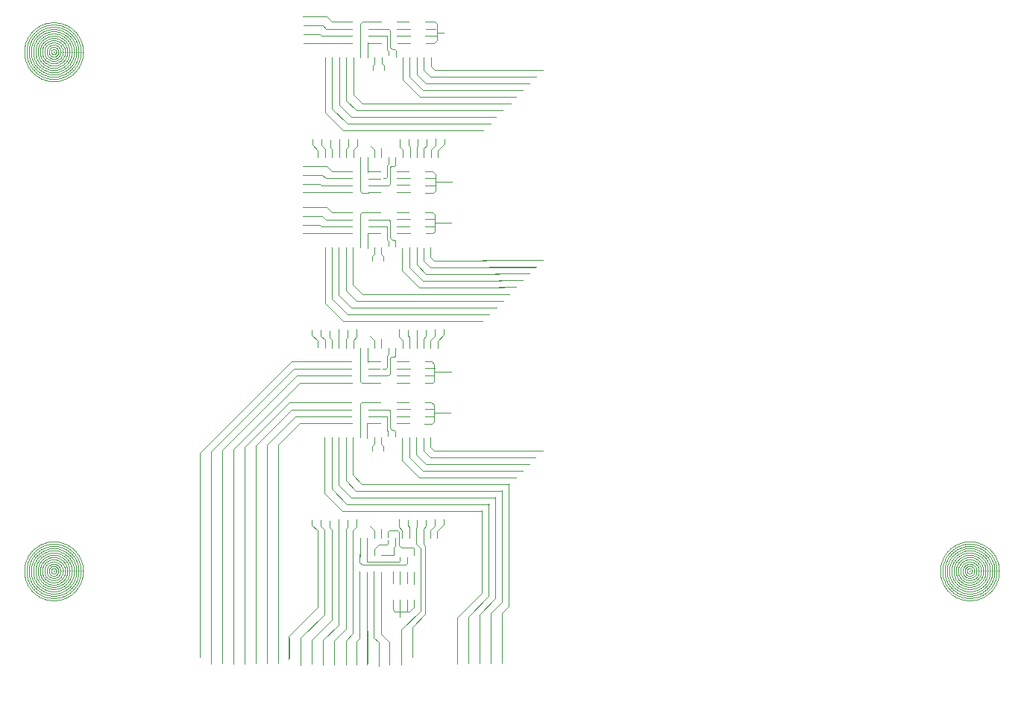
<source format=gtl>
*%FSLAX23Y23*%
*%MOIN*%
G01*
D12*
X9356Y8721D02*
Y8786D01*
X9355Y7934D02*
Y7869D01*
X9354Y7084D02*
Y7005D01*
X9385Y7006D02*
Y7033D01*
X9352Y7002D02*
Y6980D01*
X9324Y8703D02*
Y8786D01*
Y8706D02*
Y8635D01*
X9323Y7934D02*
Y7851D01*
Y7854D02*
Y7783D01*
X9322Y7084D02*
Y7001D01*
X9321Y7011D02*
Y6974D01*
X9385Y7033D02*
X9406Y7054D01*
X9354Y6978D02*
X9356Y6976D01*
X9354Y6978D02*
X9352Y6980D01*
X9331Y8628D02*
X9324Y8635D01*
X9323Y7783D02*
X9330Y7776D01*
X9321Y6974D02*
X9332Y6963D01*
X9533Y6970D02*
Y6997D01*
X9564Y7006D02*
Y7035D01*
X9563Y6931D02*
Y6877D01*
X9532Y6880D02*
Y6931D01*
X9482Y9238D02*
Y9263D01*
X9481Y8785D02*
Y8751D01*
Y8411D02*
Y8386D01*
X9480Y7933D02*
Y7899D01*
Y7561D02*
Y7536D01*
X9472Y7040D02*
Y7008D01*
X9480Y7048D02*
Y7084D01*
X9495Y7061D02*
Y7110D01*
X9501Y6998D02*
Y6980D01*
X9495Y7050D02*
Y7062D01*
X9500Y6933D02*
Y6877D01*
X9470Y6881D02*
Y6932D01*
X9457Y9309D02*
Y9333D01*
X9444Y9329D02*
Y9310D01*
X9457Y9334D02*
Y9354D01*
X9444Y9311D02*
Y9267D01*
X9450Y9261D02*
Y9242D01*
X9457Y9278D02*
Y9311D01*
X9443Y8739D02*
Y8699D01*
Y8729D02*
Y8750D01*
X9450Y8757D02*
Y8785D01*
X9456Y8716D02*
Y8668D01*
Y8715D02*
Y8738D01*
Y8741D01*
Y8481D02*
Y8457D01*
X9443Y8458D02*
Y8477D01*
X9456Y8482D02*
Y8502D01*
X9443Y8459D02*
Y8415D01*
X9449Y8409D02*
Y8390D01*
X9456Y8426D02*
Y8459D01*
X9442Y7887D02*
Y7847D01*
Y7877D02*
Y7898D01*
X9449Y7905D02*
Y7933D01*
X9455Y7864D02*
Y7816D01*
Y7863D02*
Y7886D01*
Y7889D01*
Y7631D02*
Y7607D01*
X9442Y7608D02*
Y7627D01*
X9455Y7632D02*
Y7652D01*
X9442Y7609D02*
Y7565D01*
X9448Y7559D02*
Y7540D01*
X9455Y7576D02*
Y7609D01*
X9447Y7073D02*
Y7058D01*
X9448Y7086D02*
Y7110D01*
X9476Y8746D02*
X9481Y8751D01*
X9480Y7899D02*
X9475Y7894D01*
X9480Y7048D02*
X9472Y7040D01*
X9501Y6980D02*
X9497Y6976D01*
X9526Y6963D02*
X9533Y6970D01*
X9449Y8661D02*
X9456Y8668D01*
X9436Y8692D02*
X9443Y8699D01*
Y8750D02*
X9450Y8757D01*
X9461Y8746D02*
X9456Y8741D01*
X9455Y7816D02*
X9448Y7809D01*
X9435Y7840D02*
X9442Y7847D01*
Y7898D02*
X9449Y7905D01*
X9460Y7894D02*
X9455Y7889D01*
X9447Y7058D02*
X9443Y7054D01*
X9448Y7110D02*
X9453Y7115D01*
X9560Y7039D02*
X9564Y7035D01*
X9482Y9263D02*
X9476Y9269D01*
X9475Y8417D02*
X9481Y8411D01*
X9474Y7567D02*
X9480Y7561D01*
X9490Y7115D02*
X9495Y7110D01*
Y7050D02*
X9506Y7039D01*
X9457Y9354D02*
X9451Y9360D01*
X9444Y9267D02*
X9450Y9261D01*
X9466Y9269D02*
X9457Y9278D01*
X9450Y8508D02*
X9456Y8502D01*
X9443Y8415D02*
X9449Y8409D01*
X9465Y8417D02*
X9456Y8426D01*
X9449Y7658D02*
X9455Y7652D01*
X9442Y7565D02*
X9448Y7559D01*
X9464Y7567D02*
X9455Y7576D01*
X9487Y6963D02*
X9340D01*
X9356Y6976D02*
X9477D01*
X9341Y6963D02*
X9332D01*
X9475Y6976D02*
X9494D01*
X9497D01*
X9485Y6963D02*
X9526D01*
X9421Y7054D02*
X9406D01*
X9421D02*
X9443D01*
X9417Y7008D02*
X9472D01*
X9506Y7039D02*
X9560D01*
X9490Y7115D02*
X9453D01*
X9464Y7567D02*
X9474D01*
X9442Y7627D02*
X9411D01*
Y7658D02*
X9444D01*
X9449D02*
X9433D01*
X9358Y7776D02*
X9330D01*
X9411Y7809D02*
X9435D01*
X9447D02*
X9411D01*
X9432D02*
X9448D01*
X9435Y7840D02*
X9424D01*
X9460Y7894D02*
X9475D01*
Y8417D02*
X9465D01*
X9445Y8508D02*
X9412D01*
X9434D02*
X9450D01*
X9443Y8477D02*
X9412D01*
X9359Y8628D02*
X9331D01*
X9412Y8661D02*
X9436D01*
X9448D02*
X9412D01*
X9433D02*
X9449D01*
X9461Y8746D02*
X9476D01*
X9436Y8692D02*
X9425D01*
X9413Y9329D02*
X9444D01*
X9466Y9269D02*
X9476D01*
X9446Y9360D02*
X9413D01*
X9435D02*
X9451D01*
D14*
X9016Y7872D02*
X8606Y7462D01*
X8656Y7471D02*
X9025Y7840D01*
X9039Y7809D02*
X8706Y7476D01*
X8756Y7480D02*
X9053Y7777D01*
X9006Y7690D02*
X8806Y7490D01*
X8855Y7497D02*
X9016Y7658D01*
X9034Y7627D02*
X8906Y7499D01*
X8606Y7462D02*
Y6551D01*
X8656Y6520D02*
Y7471D01*
X8706Y7476D02*
Y7407D01*
X8756Y7403D02*
Y7480D01*
X8806Y7490D02*
Y7432D01*
X8756Y7448D02*
Y6520D01*
X8806D02*
Y7485D01*
X8706Y7453D02*
Y6523D01*
X8855Y7464D02*
Y7497D01*
X8906Y7499D02*
Y7490D01*
X8855Y7497D02*
Y7447D01*
X8906Y7465D02*
Y7500D01*
X8855Y7481D02*
Y6523D01*
X8906Y6524D02*
Y7483D01*
X8956Y7499D02*
Y6522D01*
Y7499D02*
X9052Y7595D01*
X9150Y9329D02*
X9143Y9336D01*
X9171Y9360D02*
X9155Y9376D01*
X9173Y9416D02*
X9197Y9392D01*
X9142Y8668D02*
X9149Y8661D01*
X9170Y8692D02*
X9154Y8708D01*
X9172Y8748D02*
X9196Y8724D01*
X9142Y8484D02*
X9149Y8477D01*
X9170Y8508D02*
X9154Y8524D01*
X9172Y8564D02*
X9196Y8540D01*
X9356Y9233D02*
Y9299D01*
X9355Y8447D02*
Y8381D01*
X9354Y7597D02*
Y7531D01*
X9324Y9234D02*
Y9384D01*
X9323Y8532D02*
Y8382D01*
X9322Y7682D02*
Y7532D01*
X9324Y9384D02*
X9332Y9392D01*
X9331Y8540D02*
X9323Y8532D01*
X9330Y7690D02*
X9322Y7682D01*
X9284Y7627D02*
X9034D01*
X9052Y7595D02*
X9104D01*
X9089D02*
X9057D01*
X9359Y7627D02*
X9421D01*
X9413Y7596D02*
X9358D01*
X9486Y7628D02*
X9543D01*
X9544Y7595D02*
X9487D01*
X9286D02*
X9067D01*
X9148Y7627D02*
X9284D01*
Y7658D02*
X9016D01*
X9359Y7657D02*
X9411D01*
X9486Y7659D02*
X9545D01*
X9284Y7658D02*
X9169D01*
X9284Y7690D02*
X9006D01*
X9330D02*
X9364D01*
X9360D02*
X9413D01*
X9486D02*
X9539D01*
X9284D02*
X9195D01*
X9077Y7777D02*
X9053D01*
X9358Y7778D02*
X9413D01*
X9487Y7777D02*
X9544D01*
X9286D02*
X9067D01*
X9025Y7840D02*
X9193D01*
X9172Y7809D02*
X9039D01*
X9359D02*
X9421D01*
X9486Y7810D02*
X9543D01*
X9284Y7809D02*
X9148D01*
X9359Y7839D02*
X9411D01*
X9486Y7841D02*
X9545D01*
X9284Y7840D02*
X9169D01*
X9216Y7872D02*
X9016D01*
X9360D02*
X9413D01*
X9486D02*
X9539D01*
X9284D02*
X9195D01*
X9359Y8446D02*
X9414D01*
X9488Y8445D02*
X9545D01*
X9287D02*
X9068D01*
X9331Y8540D02*
X9365D01*
X9361D02*
X9414D01*
X9412Y8507D02*
X9360D01*
X9487Y8540D02*
X9540D01*
X9546Y8509D02*
X9487D01*
X9151Y8524D02*
X9068D01*
X9170Y8508D02*
X9285D01*
X9154Y8524D02*
X9118D01*
X9196Y8540D02*
X9285D01*
X9167Y8564D02*
X9067D01*
X9134D02*
X9172D01*
X9360Y8477D02*
X9422D01*
X9487Y8478D02*
X9544D01*
X9131Y8484D02*
X9068D01*
X9149Y8477D02*
X9285D01*
X9142Y8484D02*
X9118D01*
X9359Y8630D02*
X9414D01*
X9488Y8629D02*
X9545D01*
X9287D02*
X9068D01*
X9360Y8661D02*
X9422D01*
X9487Y8662D02*
X9544D01*
X9285Y8661D02*
X9149D01*
X9131Y8668D02*
X9068D01*
X9118D02*
X9142D01*
X9361Y8724D02*
X9414D01*
X9487D02*
X9540D01*
X9151Y8708D02*
X9068D01*
X9118D02*
X9154D01*
X9196Y8724D02*
X9285D01*
X9167Y8748D02*
X9067D01*
X9134D02*
X9172D01*
X9360Y8691D02*
X9412D01*
X9487Y8693D02*
X9546D01*
X9285Y8692D02*
X9170D01*
X9360Y9298D02*
X9415D01*
X9489Y9297D02*
X9546D01*
X9288D02*
X9069D01*
X9361Y9329D02*
X9423D01*
X9488Y9330D02*
X9545D01*
X9132Y9336D02*
X9069D01*
X9150Y9329D02*
X9286D01*
X9143Y9336D02*
X9119D01*
X9332Y9392D02*
X9366D01*
X9362D02*
X9415D01*
X9413Y9359D02*
X9361D01*
X9488Y9392D02*
X9541D01*
X9547Y9361D02*
X9488D01*
X9152Y9376D02*
X9069D01*
X9171Y9360D02*
X9286D01*
X9155Y9376D02*
X9119D01*
X9197Y9392D02*
X9286D01*
X9168Y9416D02*
X9068D01*
X9135D02*
X9173D01*
D15*
X9163Y6741D02*
X9058Y6636D01*
X9004Y6644D02*
X9132Y6772D01*
X9757Y6727D02*
X9868Y6838D01*
X9005Y6636D02*
Y6548D01*
X9004Y6540D02*
Y6644D01*
X9166Y8986D02*
Y9033D01*
Y9029D02*
Y9234D01*
X9149Y8865D02*
Y8839D01*
X9166Y8822D02*
Y8786D01*
X9198Y9004D02*
Y9054D01*
Y9028D02*
Y9234D01*
X9189Y8862D02*
Y8831D01*
X9198Y8822D02*
Y8785D01*
X9197Y8202D02*
Y8152D01*
X9165Y8134D02*
Y8181D01*
Y8177D02*
Y8382D01*
X9197D02*
Y8176D01*
X9188Y8010D02*
Y7979D01*
X9197Y7970D02*
Y7933D01*
X9148Y7987D02*
Y8013D01*
X9165Y7970D02*
Y7934D01*
X9196Y7352D02*
Y7302D01*
X9164Y7284D02*
Y7331D01*
Y7327D02*
Y7532D01*
X9196D02*
Y7326D01*
X9187Y7160D02*
Y7129D01*
X9196Y7120D02*
Y7083D01*
X9147Y7137D02*
Y7163D01*
X9164Y7120D02*
Y7084D01*
X9163Y7085D02*
Y6741D01*
X9158Y6626D02*
Y6515D01*
X9195Y6716D02*
Y7084D01*
X9207Y6624D02*
Y6517D01*
X9109Y8842D02*
Y8866D01*
X9134Y8817D02*
Y8787D01*
X9108Y8014D02*
Y7990D01*
X9133Y7965D02*
Y7935D01*
X9107Y7164D02*
Y7140D01*
X9132Y7115D02*
Y7085D01*
Y6772D01*
X9107Y6628D02*
Y6521D01*
X9056Y6514D02*
Y6634D01*
X9225Y6693D02*
Y7084D01*
Y6693D02*
X9158Y6626D01*
X9207Y6624D02*
X9259Y6676D01*
X9058Y6636D02*
X9056Y6634D01*
X9246Y8906D02*
X9166Y8986D01*
X9149Y8839D02*
X9166Y8822D01*
X9266Y8936D02*
X9198Y9004D01*
X9189Y8831D02*
X9198Y8822D01*
X9197Y8152D02*
X9265Y8084D01*
X9245Y8054D02*
X9165Y8134D01*
X9188Y7979D02*
X9197Y7970D01*
X9165D02*
X9148Y7987D01*
X9196Y7302D02*
X9264Y7234D01*
X9244Y7204D02*
X9164Y7284D01*
X9187Y7129D02*
X9196Y7120D01*
X9164D02*
X9147Y7137D01*
X9134Y8817D02*
X9109Y8842D01*
X9108Y7990D02*
X9133Y7965D01*
X9107Y7140D02*
X9132Y7115D01*
X9195Y6716D02*
X9107Y6628D01*
X9227Y7319D02*
Y7337D01*
Y7328D02*
Y7532D01*
Y7165D02*
Y7084D01*
X9229Y9021D02*
Y9039D01*
Y9030D02*
Y9234D01*
Y8867D02*
Y8786D01*
X9228Y8187D02*
Y8169D01*
Y8178D02*
Y8382D01*
Y8015D02*
Y7934D01*
X9356Y6668D02*
Y6522D01*
X9354Y6518D02*
Y6931D01*
X9384Y6932D02*
Y6636D01*
X9405Y6615D02*
Y6510D01*
X9292Y9067D02*
Y9087D01*
Y9077D02*
Y9234D01*
X9309Y8867D02*
Y8836D01*
X9293Y8820D02*
Y8786D01*
X9269Y8832D02*
Y8865D01*
X9291Y8235D02*
Y8215D01*
Y8225D02*
Y8382D01*
X9308Y8015D02*
Y7984D01*
X9292Y7968D02*
Y7934D01*
X9268Y7980D02*
Y8013D01*
X9290Y7385D02*
Y7365D01*
Y7375D02*
Y7532D01*
X9307Y7165D02*
Y7134D01*
X9291Y7118D02*
Y7084D01*
X9267Y7130D02*
Y7163D01*
X9291Y7084D02*
Y6655D01*
X9320Y6632D02*
Y6932D01*
X9307Y6619D02*
Y6518D01*
X9261Y9041D02*
Y9052D01*
Y9234D01*
Y8824D02*
Y8786D01*
X9260Y8200D02*
Y8189D01*
Y8200D02*
Y8382D01*
Y7972D02*
Y7934D01*
X9259Y7350D02*
Y7339D01*
Y7350D02*
Y7532D01*
Y7122D02*
Y7084D01*
Y6676D01*
Y6623D02*
Y6515D01*
X9416Y6654D02*
Y6931D01*
X9282Y7264D02*
X9227Y7319D01*
X9284Y8966D02*
X9229Y9021D01*
X9228Y8169D02*
X9283Y8114D01*
X9293Y8820D02*
X9309Y8836D01*
X9308Y7984D02*
X9292Y7968D01*
X9307Y7134D02*
X9291Y7118D01*
X9320Y6632D02*
X9307Y6619D01*
X9261Y8824D02*
X9269Y8832D01*
X9268Y7980D02*
X9260Y7972D01*
X9267Y7130D02*
X9259Y7122D01*
X9291Y6655D02*
X9259Y6623D01*
X9384Y6636D02*
X9405Y6615D01*
X9333Y9026D02*
X9292Y9067D01*
X9291Y8215D02*
X9332Y8174D01*
X9290Y7365D02*
X9331Y7324D01*
X9306Y8996D02*
X9261Y9041D01*
X9260Y8189D02*
X9305Y8144D01*
X9259Y7339D02*
X9304Y7294D01*
X9416Y6654D02*
X9454Y6616D01*
X9539Y8840D02*
Y8865D01*
X9545Y8834D02*
Y8786D01*
X9579Y8835D02*
Y8866D01*
X9576Y8832D02*
Y8785D01*
X9544Y9146D02*
Y9234D01*
X9576D02*
Y9157D01*
X9538Y8013D02*
Y7988D01*
X9544Y7982D02*
Y7934D01*
X9578Y7983D02*
Y8014D01*
X9575Y7980D02*
Y7933D01*
X9543Y8294D02*
Y8382D01*
X9575D02*
Y8305D01*
X9537Y7163D02*
Y7138D01*
X9543Y7132D02*
Y7084D01*
X9577Y7133D02*
Y7164D01*
X9574Y7130D02*
Y7083D01*
X9542Y7444D02*
Y7532D01*
X9574D02*
Y7455D01*
Y7084D02*
Y7055D01*
X9592Y7037D02*
Y6758D01*
X9555Y6684D02*
Y6549D01*
X9564Y6773D02*
Y6805D01*
X9532D02*
Y6754D01*
X9499Y8834D02*
Y8867D01*
X9513Y8820D02*
Y8785D01*
Y8786D02*
Y8817D01*
X9512Y9133D02*
Y9233D01*
X9498Y8015D02*
Y7982D01*
X9512Y7968D02*
Y7933D01*
Y7934D02*
Y7965D01*
X9511Y8281D02*
Y8381D01*
X9497Y7165D02*
Y7132D01*
X9511Y7118D02*
Y7083D01*
Y7084D02*
Y7115D01*
X9510Y7431D02*
Y7531D01*
X9506Y6672D02*
Y6517D01*
X9469Y6772D02*
Y6805D01*
Y6772D02*
Y6763D01*
X9501Y6751D02*
Y6806D01*
X9454Y6616D02*
Y6515D01*
X9617Y7135D02*
Y7164D01*
X9613Y7048D02*
Y6742D01*
X9607Y8818D02*
Y8825D01*
Y8818D02*
Y8786D01*
X9608Y9175D02*
Y9233D01*
X9606Y7973D02*
Y7966D01*
Y7934D01*
X9607Y8323D02*
Y8381D01*
X9605Y7123D02*
Y7116D01*
Y7084D01*
X9606Y7473D02*
Y7531D01*
Y7084D02*
Y7055D01*
X9501Y6794D02*
Y6729D01*
X9576Y8832D02*
X9579Y8835D01*
X9578Y7983D02*
X9575Y7980D01*
X9577Y7133D02*
X9574Y7130D01*
X9613Y6742D02*
X9555Y6684D01*
X9544Y6753D02*
X9564Y6773D01*
X9592Y6758D02*
X9506Y6672D01*
X9545Y8834D02*
X9539Y8840D01*
X9604Y9086D02*
X9544Y9146D01*
X9576Y9157D02*
X9617Y9116D01*
X9538Y7988D02*
X9544Y7982D01*
X9603Y8234D02*
X9543Y8294D01*
X9575Y8305D02*
X9616Y8264D01*
X9537Y7138D02*
X9543Y7132D01*
X9602Y7384D02*
X9542Y7444D01*
X9574Y7455D02*
X9615Y7414D01*
X9574Y7055D02*
X9592Y7037D01*
X9513Y8820D02*
X9499Y8834D01*
X9589Y9056D02*
X9512Y9133D01*
X9498Y7982D02*
X9512Y7968D01*
X9588Y8204D02*
X9511Y8281D01*
X9497Y7132D02*
X9511Y7118D01*
X9587Y7354D02*
X9510Y7431D01*
X9469Y6763D02*
X9478Y6754D01*
X9607Y8825D02*
X9619Y8837D01*
X9618Y7985D02*
X9606Y7973D01*
X9617Y7135D02*
X9605Y7123D01*
X9637Y9146D02*
X9608Y9175D01*
X9607Y8323D02*
X9636Y8294D01*
X9606Y7473D02*
X9635Y7444D01*
X9606Y7055D02*
X9613Y7048D01*
X9618Y7985D02*
Y8014D01*
X9619Y8837D02*
Y8866D01*
X9659Y8869D02*
Y8839D01*
X9670Y8816D02*
Y8785D01*
X9699Y8845D02*
Y8867D01*
X9669Y7964D02*
Y7933D01*
X9698Y7993D02*
Y8015D01*
X9668Y7114D02*
Y7083D01*
X9697Y7143D02*
Y7165D01*
X9639Y8786D02*
Y8819D01*
Y9192D02*
Y9234D01*
X9658Y8017D02*
Y7987D01*
X9638Y7967D02*
Y7934D01*
Y8340D02*
Y8382D01*
X9657Y7167D02*
Y7137D01*
X9637Y7117D02*
Y7084D01*
Y7490D02*
Y7532D01*
X9757Y6727D02*
Y6521D01*
X9806Y6523D02*
Y6731D01*
X9665Y9310D02*
Y9382D01*
X9660Y8711D02*
Y8645D01*
Y8638D01*
X9665Y9329D02*
Y9344D01*
X9656Y8529D02*
Y8454D01*
X9654Y7861D02*
Y7783D01*
X9653Y7679D02*
Y7603D01*
X9670Y8816D02*
X9699Y8845D01*
X9698Y7993D02*
X9669Y7964D01*
X9697Y7143D02*
X9668Y7114D01*
X9639Y8819D02*
X9659Y8839D01*
X9658Y7987D02*
X9638Y7967D01*
X9657Y7137D02*
X9637Y7117D01*
X9655Y9176D02*
X9639Y9192D01*
X9638Y8340D02*
X9654Y8324D01*
X9637Y7490D02*
X9653Y7474D01*
X9898Y6823D02*
X9806Y6731D01*
X9665Y9382D02*
X9655Y9392D01*
X9665Y9310D02*
X9652Y9297D01*
X9647Y8724D02*
X9660Y8711D01*
Y8638D02*
X9650Y8628D01*
X9645Y8540D02*
X9656Y8529D01*
Y8454D02*
X9648Y8446D01*
X9643Y7872D02*
X9654Y7861D01*
Y7783D02*
X9647Y7776D01*
X9641Y7691D02*
X9653Y7679D01*
Y7603D02*
X9644Y7594D01*
X9857Y6709D02*
Y6524D01*
Y6680D02*
Y6741D01*
X9868Y6854D02*
Y7205D01*
Y6903D02*
Y6838D01*
X9898Y6823D02*
Y7235D01*
X9928Y7265D02*
Y6812D01*
X9958Y6798D02*
Y7295D01*
X9906Y6745D02*
Y6522D01*
X9958Y6797D02*
Y6856D01*
X9957Y6732D02*
Y6524D01*
X9988Y6777D02*
Y7325D01*
X9957Y6746D02*
Y6693D01*
X9857Y6741D02*
X9928Y6812D01*
X9958Y6797D02*
X9906Y6745D01*
X9957Y6746D02*
X9988Y6777D01*
X9544Y6753D02*
X9501D01*
X9519Y6754D02*
X9478D01*
X9502D02*
X9532D01*
X9817Y7204D02*
X9244D01*
X9264Y7234D02*
X9847D01*
X9868Y7204D02*
X9816D01*
X9845Y7234D02*
X9901D01*
X9306Y7264D02*
X9282D01*
X9877D01*
X9344Y7294D02*
X9304D01*
X9907D01*
X9937Y7354D02*
X9587D01*
X9602Y7384D02*
X9907D01*
X9440Y7324D02*
X9331D01*
X9937D01*
X9877Y7414D02*
X9615D01*
X9635Y7444D02*
X9847D01*
X9875Y7264D02*
X9928D01*
X9903Y7294D02*
X9957D01*
X9936Y7324D02*
X9984D01*
X10019Y7354D02*
X9936D01*
X9847Y7444D02*
X10107D01*
X10081Y7414D02*
X9873D01*
X9905Y7384D02*
X10050D01*
X9668Y7474D02*
X9653D01*
X9668D02*
X9817D01*
X9814D02*
X10140D01*
X9644Y7594D02*
X9610D01*
X9613Y7627D02*
X9653D01*
Y7643D02*
X9725D01*
X9647Y7776D02*
X9614D01*
X9613Y7809D02*
X9654D01*
X9655Y7842D02*
X9614D01*
X9654Y7825D02*
X9729D01*
X9641Y7691D02*
X9613D01*
X9612Y7659D02*
X9653D01*
X9643Y7872D02*
X9613D01*
X9816Y8054D02*
X9245D01*
X9283Y8114D02*
X9307D01*
X9305Y8144D02*
X9345D01*
X9332Y8174D02*
X9441D01*
X9265Y8084D02*
X9848D01*
X9878Y8114D02*
X9306D01*
X9341Y8144D02*
X9909D01*
X9938Y8174D02*
X9442D01*
X9588Y8204D02*
X9938D01*
X9908Y8234D02*
X9603D01*
X9944Y8205D02*
X10020D01*
X10050Y8235D02*
X9942D01*
X9954Y8234D02*
X9905D01*
X9936Y8204D02*
X9966D01*
X9989Y8174D02*
X9932D01*
X9904Y8144D02*
X9964D01*
X9933Y8114D02*
X9870D01*
X9899Y8084D02*
X9840D01*
X9816Y8054D02*
X9871D01*
X9878Y8264D02*
X9616D01*
X9928Y8265D02*
X10080D01*
X9669Y8324D02*
X9654D01*
X9669D02*
X9818D01*
X9848Y8294D02*
X9636D01*
X9901Y8295D02*
X10110D01*
X10140Y8325D02*
X9869D01*
X9887Y8324D02*
X9816D01*
X9844Y8294D02*
X10108D01*
X9944Y8264D02*
X9877D01*
X9650Y8628D02*
X9614D01*
Y8540D02*
X9645D01*
X9648Y8446D02*
X9618D01*
X9613Y8477D02*
X9655D01*
X9656Y8510D02*
X9614D01*
X9656Y8494D02*
X9731D01*
X9647Y8724D02*
X9614D01*
Y8660D02*
X9660D01*
Y8692D02*
X9614D01*
X9660Y8677D02*
X9734D01*
X9850Y8936D02*
X9266D01*
X9246Y8906D02*
X9819D01*
X9308Y8966D02*
X9284D01*
X9306Y8996D02*
X9346D01*
X9344D02*
X9908D01*
X9880Y8966D02*
X9307D01*
X9816Y8906D02*
X9872D01*
X9849Y8936D02*
X9905D01*
X9929Y8966D02*
X9877D01*
X9906Y8996D02*
X9960D01*
X9442Y9026D02*
X9333D01*
X9439D02*
X9939D01*
Y9056D02*
X9589D01*
X9974Y9057D02*
X10020D01*
X9909Y9086D02*
X9604D01*
X9617Y9116D02*
X9879D01*
X9849Y9146D02*
X9637D01*
X9941Y9087D02*
X10050D01*
X10080Y9117D02*
X9913D01*
X9899Y9147D02*
X10110D01*
X9670Y9176D02*
X9655D01*
X9670D02*
X9819D01*
X9854Y9177D02*
X10140D01*
X9997Y9026D02*
X9938D01*
X9937Y9056D02*
X9995D01*
X9953Y9086D02*
X9903D01*
X9922Y9116D02*
X9878D01*
X9900Y9146D02*
X9848D01*
X9872Y9176D02*
X9817D01*
X9655Y9392D02*
X9614D01*
X9616Y9297D02*
X9652D01*
X9661Y9361D02*
X9615D01*
X9614Y9329D02*
X9665D01*
Y9344D02*
X9696D01*
D16*
X9379Y9196D02*
Y9176D01*
X9387Y9204D02*
Y9234D01*
Y8820D02*
Y8785D01*
X9378Y8344D02*
Y8324D01*
X9386Y8352D02*
Y8382D01*
Y7968D02*
Y7933D01*
X9377Y7494D02*
Y7474D01*
X9385Y7502D02*
Y7532D01*
Y7118D02*
Y7083D01*
X9419Y9206D02*
Y9234D01*
X9418Y8825D02*
Y8785D01*
Y8382D02*
Y8354D01*
X9417Y7973D02*
Y7933D01*
Y7532D02*
Y7504D01*
X9416Y7123D02*
Y7083D01*
X9379Y9196D02*
X9387Y9204D01*
X9386Y8352D02*
X9378Y8344D01*
X9385Y7502D02*
X9377Y7494D01*
X9387Y8820D02*
X9369Y8838D01*
X9368Y7986D02*
X9386Y7968D01*
X9367Y7136D02*
X9385Y7118D01*
X9429Y9196D02*
X9419Y9206D01*
X9418Y8354D02*
X9428Y8344D01*
X9417Y7504D02*
X9427Y7494D01*
X9429Y9176D02*
Y9196D01*
X9428Y8344D02*
Y8324D01*
X9427Y7494D02*
Y7474D01*
X11916Y6935D02*
X11916D01*
X11916D02*
X11916Y6932D01*
X11916Y6929D01*
X11916Y6926D01*
X11916Y6923D01*
X11916Y6920D01*
X11917Y6917D01*
X11917Y6914D01*
X11918Y6911D01*
X11918Y6908D01*
X11919Y6905D01*
X11920Y6902D01*
X11921Y6899D01*
X11921Y6896D01*
X11922Y6893D01*
X11923Y6890D01*
X11925Y6887D01*
X11926Y6884D01*
X11927Y6882D01*
X11928Y6879D01*
X11929Y6876D01*
X11931Y6873D01*
X11932Y6871D01*
X11934Y6868D01*
X11935Y6865D01*
X11937Y6863D01*
X11939Y6860D01*
X11941Y6858D01*
X11942Y6855D01*
X11944Y6853D01*
X11946Y6850D01*
X11948Y6848D01*
X11950Y6846D01*
X11952Y6844D01*
X11955Y6841D01*
X11957Y6839D01*
X11959Y6837D01*
X11961Y6835D01*
X11964Y6833D01*
X11966Y6831D01*
X11968Y6830D01*
X11971Y6828D01*
X11973Y6826D01*
X11976Y6824D01*
X11979Y6823D01*
X11981Y6821D01*
X11984Y6820D01*
X11987Y6818D01*
X11989Y6817D01*
X11992Y6815D01*
X11995Y6814D01*
X11998Y6813D01*
X12001Y6812D01*
X12003Y6811D01*
X12006Y6810D01*
X12009Y6809D01*
X12012Y6808D01*
X12015Y6807D01*
X12018Y6807D01*
X12021Y6806D01*
X12024Y6805D01*
X12027Y6805D01*
X12030Y6805D01*
X12033Y6804D01*
X12036Y6804D01*
X12039Y6804D01*
X12042Y6804D01*
X12045Y6804D01*
X12049D01*
X12052Y6804D01*
X12055Y6804D01*
X12058Y6804D01*
X12061Y6804D01*
X12064Y6805D01*
X12067Y6805D01*
X12070Y6805D01*
X12073Y6806D01*
X12076Y6807D01*
X12079Y6807D01*
X12082Y6808D01*
X12085Y6809D01*
X12088Y6810D01*
X12091Y6811D01*
X12093Y6812D01*
X12096Y6813D01*
X12099Y6814D01*
X12102Y6815D01*
X12105Y6817D01*
X12107Y6818D01*
X12110Y6820D01*
X12113Y6821D01*
X12115Y6823D01*
X12118Y6824D01*
X12121Y6826D01*
X12123Y6828D01*
X12126Y6830D01*
X12128Y6831D01*
X12130Y6833D01*
X12133Y6835D01*
X12135Y6837D01*
X12137Y6839D01*
X12139Y6841D01*
X12142Y6844D01*
X12144Y6846D01*
X12146Y6848D01*
X12148Y6850D01*
X12150Y6853D01*
X12152Y6855D01*
X12153Y6858D01*
X12155Y6860D01*
X12157Y6863D01*
X12159Y6865D01*
X12160Y6868D01*
X12162Y6871D01*
X12163Y6873D01*
X12165Y6876D01*
X12166Y6879D01*
X12167Y6882D01*
X12168Y6884D01*
X12169Y6887D01*
X12171Y6890D01*
X12172Y6893D01*
X12173Y6896D01*
X12173Y6899D01*
X12174Y6902D01*
X12175Y6905D01*
X12176Y6908D01*
X12176Y6911D01*
X12177Y6914D01*
X12177Y6917D01*
X12178Y6920D01*
X12178Y6923D01*
X12178Y6926D01*
X12178Y6929D01*
X12178Y6932D01*
X12178Y6935D01*
X12180D01*
X12178D02*
X12178Y6938D01*
X12178Y6941D01*
X12178Y6944D01*
X12178Y6947D01*
X12178Y6950D01*
X12177Y6953D01*
X12177Y6956D01*
X12176Y6959D01*
X12176Y6962D01*
X12175Y6965D01*
X12174Y6968D01*
X12173Y6971D01*
X12173Y6974D01*
X12172Y6977D01*
X12171Y6980D01*
X12169Y6983D01*
X12168Y6986D01*
X12167Y6988D01*
X12166Y6991D01*
X12165Y6994D01*
X12163Y6997D01*
X12162Y6999D01*
X12160Y7002D01*
X12159Y7005D01*
X12157Y7007D01*
X12155Y7010D01*
X12153Y7012D01*
X12152Y7015D01*
X12150Y7017D01*
X12148Y7020D01*
X12146Y7022D01*
X12144Y7024D01*
X12142Y7026D01*
X12139Y7029D01*
X12137Y7031D01*
X12135Y7033D01*
X12133Y7035D01*
X12130Y7037D01*
X12128Y7039D01*
X12126Y7040D01*
X12123Y7042D01*
X12121Y7044D01*
X12118Y7046D01*
X12115Y7047D01*
X12113Y7049D01*
X12110Y7050D01*
X12107Y7052D01*
X12105Y7053D01*
X12102Y7055D01*
X12099Y7056D01*
X12096Y7057D01*
X12093Y7058D01*
X12091Y7059D01*
X12088Y7060D01*
X12085Y7061D01*
X12082Y7062D01*
X12079Y7063D01*
X12076Y7063D01*
X12073Y7064D01*
X12070Y7065D01*
X12067Y7065D01*
X12064Y7065D01*
X12061Y7066D01*
X12058Y7066D01*
X12055Y7066D01*
X12052Y7066D01*
X12049Y7066D01*
X12045D01*
X12042Y7066D01*
X12039Y7066D01*
X12036Y7066D01*
X12033Y7066D01*
X12030Y7065D01*
X12027Y7065D01*
X12024Y7065D01*
X12021Y7064D01*
X12018Y7063D01*
X12015Y7063D01*
X12012Y7062D01*
X12009Y7061D01*
X12006Y7060D01*
X12003Y7059D01*
X12001Y7058D01*
X11998Y7057D01*
X11995Y7056D01*
X11992Y7055D01*
X11989Y7053D01*
X11987Y7052D01*
X11984Y7050D01*
X11981Y7049D01*
X11979Y7047D01*
X11976Y7046D01*
X11973Y7044D01*
X11971Y7042D01*
X11968Y7040D01*
X11966Y7039D01*
X11964Y7037D01*
X11961Y7035D01*
X11959Y7033D01*
X11957Y7031D01*
X11955Y7029D01*
X11952Y7026D01*
X11950Y7024D01*
X11948Y7022D01*
X11946Y7020D01*
X11944Y7017D01*
X11942Y7015D01*
X11941Y7012D01*
X11939Y7010D01*
X11937Y7007D01*
X11935Y7005D01*
X11934Y7002D01*
X11932Y6999D01*
X11931Y6997D01*
X11929Y6994D01*
X11928Y6991D01*
X11927Y6988D01*
X11926Y6986D01*
X11925Y6983D01*
X11923Y6980D01*
X11922Y6977D01*
X11921Y6974D01*
X11921Y6971D01*
X11920Y6968D01*
X11919Y6965D01*
X11918Y6962D01*
X11918Y6959D01*
X11917Y6956D01*
X11917Y6953D01*
X11916Y6950D01*
X11916Y6947D01*
X11916Y6944D01*
X11916Y6941D01*
X11916Y6938D01*
X11916Y6935D01*
X11926D02*
X11926D01*
X11926D02*
X11926Y6932D01*
X11926Y6929D01*
X11926Y6926D01*
X11926Y6923D01*
X11926Y6920D01*
X11927Y6917D01*
X11927Y6914D01*
X11928Y6911D01*
X11928Y6909D01*
X11929Y6906D01*
X11930Y6903D01*
X11931Y6900D01*
X11932Y6897D01*
X11932Y6894D01*
X11934Y6892D01*
X11935Y6889D01*
X11936Y6886D01*
X11937Y6883D01*
X11938Y6881D01*
X11940Y6878D01*
X11941Y6876D01*
X11943Y6873D01*
X11944Y6870D01*
X11946Y6868D01*
X11947Y6866D01*
X11949Y6863D01*
X11951Y6861D01*
X11953Y6858D01*
X11955Y6856D01*
X11957Y6854D01*
X11959Y6852D01*
X11961Y6850D01*
X11963Y6848D01*
X11965Y6846D01*
X11967Y6844D01*
X11969Y6842D01*
X11972Y6840D01*
X11974Y6838D01*
X11976Y6836D01*
X11979Y6834D01*
X11981Y6833D01*
X11984Y6831D01*
X11986Y6830D01*
X11989Y6828D01*
X11991Y6827D01*
X11994Y6826D01*
X11997Y6824D01*
X11999Y6823D01*
X12002Y6822D01*
X12005Y6821D01*
X12008Y6820D01*
X12011Y6819D01*
X12013Y6818D01*
X12016Y6817D01*
X12019Y6817D01*
X12022Y6816D01*
X12025Y6816D01*
X12028Y6815D01*
X12031Y6815D01*
X12034Y6814D01*
X12037Y6814D01*
X12040Y6814D01*
X12043Y6814D01*
X12046Y6814D01*
X12048D01*
X12051Y6814D01*
X12054Y6814D01*
X12057Y6814D01*
X12060Y6814D01*
X12063Y6815D01*
X12066Y6815D01*
X12069Y6816D01*
X12072Y6816D01*
X12075Y6817D01*
X12078Y6817D01*
X12081Y6818D01*
X12083Y6819D01*
X12086Y6820D01*
X12089Y6821D01*
X12092Y6822D01*
X12095Y6823D01*
X12097Y6824D01*
X12100Y6826D01*
X12103Y6827D01*
X12105Y6828D01*
X12108Y6830D01*
X12110Y6831D01*
X12113Y6833D01*
X12115Y6834D01*
X12118Y6836D01*
X12120Y6838D01*
X12122Y6840D01*
X12125Y6842D01*
X12127Y6844D01*
X12129Y6846D01*
X12131Y6848D01*
X12133Y6850D01*
X12135Y6852D01*
X12137Y6854D01*
X12139Y6856D01*
X12141Y6858D01*
X12143Y6861D01*
X12145Y6863D01*
X12147Y6866D01*
X12148Y6868D01*
X12150Y6870D01*
X12151Y6873D01*
X12153Y6876D01*
X12154Y6878D01*
X12156Y6881D01*
X12157Y6883D01*
X12158Y6886D01*
X12159Y6889D01*
X12160Y6892D01*
X12162Y6894D01*
X12162Y6897D01*
X12163Y6900D01*
X12164Y6903D01*
X12165Y6906D01*
X12166Y6909D01*
X12166Y6911D01*
X12167Y6914D01*
X12167Y6917D01*
X12168Y6920D01*
X12168Y6923D01*
X12168Y6926D01*
X12168Y6929D01*
X12168Y6932D01*
X12168Y6935D01*
X12170D01*
X12168D02*
X12168Y6938D01*
X12168Y6941D01*
X12168Y6944D01*
X12168Y6947D01*
X12168Y6950D01*
X12167Y6953D01*
X12167Y6956D01*
X12166Y6959D01*
X12166Y6961D01*
X12165Y6964D01*
X12164Y6967D01*
X12163Y6970D01*
X12162Y6973D01*
X12162Y6976D01*
X12160Y6978D01*
X12159Y6981D01*
X12158Y6984D01*
X12157Y6987D01*
X12156Y6989D01*
X12154Y6992D01*
X12153Y6994D01*
X12151Y6997D01*
X12150Y7000D01*
X12148Y7002D01*
X12147Y7004D01*
X12145Y7007D01*
X12143Y7009D01*
X12141Y7012D01*
X12139Y7014D01*
X12137Y7016D01*
X12135Y7018D01*
X12133Y7020D01*
X12131Y7022D01*
X12129Y7024D01*
X12127Y7026D01*
X12125Y7028D01*
X12122Y7030D01*
X12120Y7032D01*
X12118Y7034D01*
X12115Y7036D01*
X12113Y7037D01*
X12110Y7039D01*
X12108Y7040D01*
X12105Y7042D01*
X12103Y7043D01*
X12100Y7044D01*
X12097Y7046D01*
X12095Y7047D01*
X12092Y7048D01*
X12089Y7049D01*
X12086Y7050D01*
X12083Y7051D01*
X12081Y7052D01*
X12078Y7053D01*
X12075Y7053D01*
X12072Y7054D01*
X12069Y7054D01*
X12066Y7055D01*
X12063Y7055D01*
X12060Y7056D01*
X12057Y7056D01*
X12054Y7056D01*
X12051Y7056D01*
X12048Y7056D01*
X12046D01*
X12043Y7056D01*
X12040Y7056D01*
X12037Y7056D01*
X12034Y7056D01*
X12031Y7055D01*
X12028Y7055D01*
X12025Y7054D01*
X12022Y7054D01*
X12019Y7053D01*
X12016Y7053D01*
X12013Y7052D01*
X12011Y7051D01*
X12008Y7050D01*
X12005Y7049D01*
X12002Y7048D01*
X11999Y7047D01*
X11997Y7046D01*
X11994Y7044D01*
X11991Y7043D01*
X11989Y7042D01*
X11986Y7040D01*
X11984Y7039D01*
X11981Y7037D01*
X11979Y7036D01*
X11976Y7034D01*
X11974Y7032D01*
X11972Y7030D01*
X11969Y7028D01*
X11967Y7026D01*
X11965Y7024D01*
X11963Y7022D01*
X11961Y7020D01*
X11959Y7018D01*
X11957Y7016D01*
X11955Y7014D01*
X11953Y7012D01*
X11951Y7009D01*
X11949Y7007D01*
X11947Y7004D01*
X11946Y7002D01*
X11944Y7000D01*
X11943Y6997D01*
X11941Y6994D01*
X11940Y6992D01*
X11938Y6989D01*
X11937Y6987D01*
X11936Y6984D01*
X11935Y6981D01*
X11934Y6978D01*
X11932Y6976D01*
X11932Y6973D01*
X11931Y6970D01*
X11930Y6967D01*
X11929Y6964D01*
X11928Y6961D01*
X11928Y6959D01*
X11927Y6956D01*
X11927Y6953D01*
X11926Y6950D01*
X11926Y6947D01*
X11926Y6944D01*
X11926Y6941D01*
X11926Y6938D01*
X11926Y6935D01*
X11936D02*
X11936D01*
X11936D02*
X11936Y6932D01*
X11936Y6929D01*
X11936Y6926D01*
X11936Y6923D01*
X11937Y6920D01*
X11937Y6917D01*
X11937Y6914D01*
X11938Y6911D01*
X11939Y6908D01*
X11939Y6905D01*
X11940Y6903D01*
X11941Y6900D01*
X11942Y6897D01*
X11943Y6894D01*
X11944Y6891D01*
X11946Y6889D01*
X11947Y6886D01*
X11948Y6883D01*
X11950Y6881D01*
X11951Y6878D01*
X11953Y6875D01*
X11954Y6873D01*
X11956Y6870D01*
X11958Y6868D01*
X11960Y6866D01*
X11962Y6863D01*
X11964Y6861D01*
X11966Y6859D01*
X11968Y6857D01*
X11970Y6855D01*
X11972Y6853D01*
X11974Y6851D01*
X11976Y6849D01*
X11979Y6847D01*
X11981Y6845D01*
X11984Y6843D01*
X11986Y6842D01*
X11989Y6840D01*
X11991Y6838D01*
X11994Y6837D01*
X11997Y6836D01*
X11999Y6834D01*
X12002Y6833D01*
X12005Y6832D01*
X12007Y6831D01*
X12010Y6830D01*
X12013Y6829D01*
X12016Y6828D01*
X12019Y6827D01*
X12022Y6826D01*
X12025Y6826D01*
X12028Y6825D01*
X12031Y6825D01*
X12034Y6824D01*
X12037Y6824D01*
X12040Y6824D01*
X12043Y6824D01*
X12046Y6824D01*
X12048D01*
X12051Y6824D01*
X12054Y6824D01*
X12057Y6824D01*
X12060Y6824D01*
X12063Y6825D01*
X12066Y6825D01*
X12069Y6826D01*
X12072Y6826D01*
X12075Y6827D01*
X12078Y6828D01*
X12081Y6829D01*
X12084Y6830D01*
X12087Y6831D01*
X12089Y6832D01*
X12092Y6833D01*
X12095Y6834D01*
X12097Y6836D01*
X12100Y6837D01*
X12103Y6838D01*
X12105Y6840D01*
X12108Y6842D01*
X12110Y6843D01*
X12113Y6845D01*
X12115Y6847D01*
X12118Y6849D01*
X12120Y6851D01*
X12122Y6853D01*
X12124Y6855D01*
X12126Y6857D01*
X12128Y6859D01*
X12130Y6861D01*
X12132Y6863D01*
X12134Y6866D01*
X12136Y6868D01*
X12138Y6870D01*
X12140Y6873D01*
X12141Y6875D01*
X12143Y6878D01*
X12144Y6881D01*
X12146Y6883D01*
X12147Y6886D01*
X12148Y6889D01*
X12150Y6891D01*
X12151Y6894D01*
X12152Y6897D01*
X12153Y6900D01*
X12154Y6903D01*
X12155Y6905D01*
X12155Y6908D01*
X12156Y6911D01*
X12157Y6914D01*
X12157Y6917D01*
X12157Y6920D01*
X12158Y6923D01*
X12158Y6926D01*
X12158Y6929D01*
X12158Y6932D01*
X12158Y6935D01*
X12160D01*
X12158D02*
X12158Y6938D01*
X12158Y6941D01*
X12158Y6944D01*
X12158Y6947D01*
X12157Y6950D01*
X12157Y6953D01*
X12157Y6956D01*
X12156Y6959D01*
X12155Y6962D01*
X12155Y6965D01*
X12154Y6967D01*
X12153Y6970D01*
X12152Y6973D01*
X12151Y6976D01*
X12150Y6979D01*
X12148Y6981D01*
X12147Y6984D01*
X12146Y6987D01*
X12144Y6989D01*
X12143Y6992D01*
X12141Y6995D01*
X12140Y6997D01*
X12138Y7000D01*
X12136Y7002D01*
X12134Y7004D01*
X12132Y7007D01*
X12130Y7009D01*
X12128Y7011D01*
X12126Y7013D01*
X12124Y7015D01*
X12122Y7017D01*
X12120Y7019D01*
X12118Y7021D01*
X12115Y7023D01*
X12113Y7025D01*
X12110Y7027D01*
X12108Y7028D01*
X12105Y7030D01*
X12103Y7032D01*
X12100Y7033D01*
X12097Y7034D01*
X12095Y7036D01*
X12092Y7037D01*
X12089Y7038D01*
X12087Y7039D01*
X12084Y7040D01*
X12081Y7041D01*
X12078Y7042D01*
X12075Y7043D01*
X12072Y7044D01*
X12069Y7044D01*
X12066Y7045D01*
X12063Y7045D01*
X12060Y7046D01*
X12057Y7046D01*
X12054Y7046D01*
X12051Y7046D01*
X12048Y7046D01*
X12046D01*
X12043Y7046D01*
X12040Y7046D01*
X12037Y7046D01*
X12034Y7046D01*
X12031Y7045D01*
X12028Y7045D01*
X12025Y7044D01*
X12022Y7044D01*
X12019Y7043D01*
X12016Y7042D01*
X12013Y7041D01*
X12010Y7040D01*
X12007Y7039D01*
X12005Y7038D01*
X12002Y7037D01*
X11999Y7036D01*
X11997Y7034D01*
X11994Y7033D01*
X11991Y7032D01*
X11989Y7030D01*
X11986Y7028D01*
X11984Y7027D01*
X11981Y7025D01*
X11979Y7023D01*
X11976Y7021D01*
X11974Y7019D01*
X11972Y7017D01*
X11970Y7015D01*
X11968Y7013D01*
X11966Y7011D01*
X11964Y7009D01*
X11962Y7007D01*
X11960Y7004D01*
X11958Y7002D01*
X11956Y7000D01*
X11954Y6997D01*
X11953Y6995D01*
X11951Y6992D01*
X11950Y6989D01*
X11948Y6987D01*
X11947Y6984D01*
X11946Y6981D01*
X11944Y6979D01*
X11943Y6976D01*
X11942Y6973D01*
X11941Y6970D01*
X11940Y6967D01*
X11939Y6965D01*
X11939Y6962D01*
X11938Y6959D01*
X11937Y6956D01*
X11937Y6953D01*
X11937Y6950D01*
X11936Y6947D01*
X11936Y6944D01*
X11936Y6941D01*
X11936Y6938D01*
X11936Y6935D01*
X11946D02*
X11946D01*
X11946D02*
X11946Y6932D01*
X11946Y6929D01*
X11946Y6926D01*
X11946Y6923D01*
X11947Y6920D01*
X11947Y6917D01*
X11948Y6914D01*
X11948Y6911D01*
X11949Y6908D01*
X11950Y6905D01*
X11951Y6902D01*
X11952Y6899D01*
X11953Y6897D01*
X11954Y6894D01*
X11956Y6891D01*
X11957Y6888D01*
X11958Y6886D01*
X11960Y6883D01*
X11961Y6880D01*
X11963Y6878D01*
X11965Y6875D01*
X11967Y6873D01*
X11969Y6871D01*
X11971Y6868D01*
X11973Y6866D01*
X11975Y6864D01*
X11977Y6862D01*
X11979Y6860D01*
X11981Y6858D01*
X11984Y6856D01*
X11986Y6854D01*
X11989Y6852D01*
X11991Y6850D01*
X11994Y6849D01*
X11996Y6847D01*
X11999Y6846D01*
X12002Y6844D01*
X12004Y6843D01*
X12007Y6842D01*
X12010Y6841D01*
X12013Y6839D01*
X12016Y6838D01*
X12019Y6838D01*
X12021Y6837D01*
X12024Y6836D01*
X12027Y6835D01*
X12030Y6835D01*
X12033Y6834D01*
X12036Y6834D01*
X12039Y6834D01*
X12042Y6834D01*
X12045Y6834D01*
X12049D01*
X12052Y6834D01*
X12055Y6834D01*
X12058Y6834D01*
X12061Y6834D01*
X12064Y6835D01*
X12067Y6835D01*
X12070Y6836D01*
X12073Y6837D01*
X12075Y6838D01*
X12078Y6838D01*
X12081Y6839D01*
X12084Y6841D01*
X12087Y6842D01*
X12090Y6843D01*
X12092Y6844D01*
X12095Y6846D01*
X12098Y6847D01*
X12100Y6849D01*
X12103Y6850D01*
X12105Y6852D01*
X12108Y6854D01*
X12110Y6856D01*
X12113Y6858D01*
X12115Y6860D01*
X12117Y6862D01*
X12119Y6864D01*
X12121Y6866D01*
X12123Y6868D01*
X12125Y6871D01*
X12127Y6873D01*
X12129Y6875D01*
X12131Y6878D01*
X12133Y6880D01*
X12134Y6883D01*
X12136Y6886D01*
X12137Y6888D01*
X12138Y6891D01*
X12140Y6894D01*
X12141Y6897D01*
X12142Y6899D01*
X12143Y6902D01*
X12144Y6905D01*
X12145Y6908D01*
X12146Y6911D01*
X12146Y6914D01*
X12147Y6917D01*
X12147Y6920D01*
X12148Y6923D01*
X12148Y6926D01*
X12148Y6929D01*
X12148Y6932D01*
X12148Y6935D01*
X12150D01*
X12148D02*
X12148Y6938D01*
X12148Y6941D01*
X12148Y6944D01*
X12148Y6947D01*
X12147Y6950D01*
X12147Y6953D01*
X12146Y6956D01*
X12146Y6959D01*
X12145Y6962D01*
X12144Y6965D01*
X12143Y6968D01*
X12142Y6971D01*
X12141Y6973D01*
X12140Y6976D01*
X12138Y6979D01*
X12137Y6982D01*
X12136Y6984D01*
X12134Y6987D01*
X12133Y6990D01*
X12131Y6992D01*
X12129Y6995D01*
X12127Y6997D01*
X12125Y6999D01*
X12123Y7002D01*
X12121Y7004D01*
X12119Y7006D01*
X12117Y7008D01*
X12115Y7010D01*
X12113Y7012D01*
X12110Y7014D01*
X12108Y7016D01*
X12105Y7018D01*
X12103Y7020D01*
X12100Y7021D01*
X12098Y7023D01*
X12095Y7024D01*
X12092Y7026D01*
X12090Y7027D01*
X12087Y7028D01*
X12084Y7029D01*
X12081Y7031D01*
X12078Y7032D01*
X12075Y7032D01*
X12073Y7033D01*
X12070Y7034D01*
X12067Y7035D01*
X12064Y7035D01*
X12061Y7036D01*
X12058Y7036D01*
X12055Y7036D01*
X12052Y7036D01*
X12049Y7036D01*
X12045D01*
X12042Y7036D01*
X12039Y7036D01*
X12036Y7036D01*
X12033Y7036D01*
X12030Y7035D01*
X12027Y7035D01*
X12024Y7034D01*
X12021Y7033D01*
X12019Y7032D01*
X12016Y7032D01*
X12013Y7031D01*
X12010Y7029D01*
X12007Y7028D01*
X12004Y7027D01*
X12002Y7026D01*
X11999Y7024D01*
X11996Y7023D01*
X11994Y7021D01*
X11991Y7020D01*
X11989Y7018D01*
X11986Y7016D01*
X11984Y7014D01*
X11981Y7012D01*
X11979Y7010D01*
X11977Y7008D01*
X11975Y7006D01*
X11973Y7004D01*
X11971Y7002D01*
X11969Y6999D01*
X11967Y6997D01*
X11965Y6995D01*
X11963Y6992D01*
X11961Y6990D01*
X11960Y6987D01*
X11958Y6984D01*
X11957Y6982D01*
X11956Y6979D01*
X11954Y6976D01*
X11953Y6973D01*
X11952Y6971D01*
X11951Y6968D01*
X11950Y6965D01*
X11949Y6962D01*
X11948Y6959D01*
X11948Y6956D01*
X11947Y6953D01*
X11947Y6950D01*
X11946Y6947D01*
X11946Y6944D01*
X11946Y6941D01*
X11946Y6938D01*
X11946Y6935D01*
X11956D02*
X11956D01*
X11956D02*
X11956Y6932D01*
X11956Y6929D01*
X11956Y6926D01*
X11956Y6923D01*
X11957Y6921D01*
X11957Y6918D01*
X11958Y6915D01*
X11958Y6912D01*
X11959Y6909D01*
X11960Y6906D01*
X11961Y6904D01*
X11962Y6901D01*
X11963Y6898D01*
X11964Y6896D01*
X11966Y6893D01*
X11967Y6891D01*
X11968Y6888D01*
X11970Y6886D01*
X11972Y6883D01*
X11973Y6881D01*
X11975Y6878D01*
X11977Y6876D01*
X11979Y6874D01*
X11981Y6872D01*
X11983Y6870D01*
X11985Y6868D01*
X11987Y6866D01*
X11989Y6864D01*
X11992Y6862D01*
X11994Y6860D01*
X11996Y6859D01*
X11999Y6857D01*
X12001Y6856D01*
X12004Y6854D01*
X12006Y6853D01*
X12009Y6852D01*
X12012Y6851D01*
X12014Y6850D01*
X12017Y6849D01*
X12020Y6848D01*
X12023Y6847D01*
X12025Y6846D01*
X12028Y6845D01*
X12031Y6845D01*
X12034Y6844D01*
X12037Y6844D01*
X12040Y6844D01*
X12043Y6844D01*
X12046Y6844D01*
X12048D01*
X12051Y6844D01*
X12054Y6844D01*
X12057Y6844D01*
X12060Y6844D01*
X12063Y6845D01*
X12066Y6845D01*
X12069Y6846D01*
X12071Y6847D01*
X12074Y6848D01*
X12077Y6849D01*
X12080Y6850D01*
X12082Y6851D01*
X12085Y6852D01*
X12088Y6853D01*
X12090Y6854D01*
X12093Y6856D01*
X12095Y6857D01*
X12098Y6859D01*
X12100Y6860D01*
X12102Y6862D01*
X12105Y6864D01*
X12107Y6866D01*
X12109Y6868D01*
X12111Y6870D01*
X12113Y6872D01*
X12115Y6874D01*
X12117Y6876D01*
X12119Y6878D01*
X12121Y6881D01*
X12122Y6883D01*
X12124Y6886D01*
X12126Y6888D01*
X12127Y6891D01*
X12128Y6893D01*
X12130Y6896D01*
X12131Y6898D01*
X12132Y6901D01*
X12133Y6904D01*
X12134Y6906D01*
X12135Y6909D01*
X12136Y6912D01*
X12136Y6915D01*
X12137Y6918D01*
X12137Y6921D01*
X12138Y6923D01*
X12138Y6926D01*
X12138Y6929D01*
X12138Y6932D01*
X12138Y6935D01*
X12140D01*
X12138D02*
X12138Y6938D01*
X12138Y6941D01*
X12138Y6944D01*
X12138Y6947D01*
X12137Y6949D01*
X12137Y6952D01*
X12136Y6955D01*
X12136Y6958D01*
X12135Y6961D01*
X12134Y6964D01*
X12133Y6966D01*
X12132Y6969D01*
X12131Y6972D01*
X12130Y6974D01*
X12128Y6977D01*
X12127Y6979D01*
X12126Y6982D01*
X12124Y6984D01*
X12122Y6987D01*
X12121Y6989D01*
X12119Y6992D01*
X12117Y6994D01*
X12115Y6996D01*
X12113Y6998D01*
X12111Y7000D01*
X12109Y7002D01*
X12107Y7004D01*
X12105Y7006D01*
X12102Y7008D01*
X12100Y7010D01*
X12098Y7011D01*
X12095Y7013D01*
X12093Y7014D01*
X12090Y7016D01*
X12088Y7017D01*
X12085Y7018D01*
X12082Y7019D01*
X12080Y7020D01*
X12077Y7021D01*
X12074Y7022D01*
X12071Y7023D01*
X12069Y7024D01*
X12066Y7025D01*
X12063Y7025D01*
X12060Y7026D01*
X12057Y7026D01*
X12054Y7026D01*
X12051Y7026D01*
X12048Y7026D01*
X12046D01*
X12043Y7026D01*
X12040Y7026D01*
X12037Y7026D01*
X12034Y7026D01*
X12031Y7025D01*
X12028Y7025D01*
X12025Y7024D01*
X12023Y7023D01*
X12020Y7022D01*
X12017Y7021D01*
X12014Y7020D01*
X12012Y7019D01*
X12009Y7018D01*
X12006Y7017D01*
X12004Y7016D01*
X12001Y7014D01*
X11999Y7013D01*
X11996Y7011D01*
X11994Y7010D01*
X11992Y7008D01*
X11989Y7006D01*
X11987Y7004D01*
X11985Y7002D01*
X11983Y7000D01*
X11981Y6998D01*
X11979Y6996D01*
X11977Y6994D01*
X11975Y6992D01*
X11973Y6989D01*
X11972Y6987D01*
X11970Y6984D01*
X11968Y6982D01*
X11967Y6979D01*
X11966Y6977D01*
X11964Y6974D01*
X11963Y6972D01*
X11962Y6969D01*
X11961Y6966D01*
X11960Y6964D01*
X11959Y6961D01*
X11958Y6958D01*
X11958Y6955D01*
X11957Y6952D01*
X11957Y6949D01*
X11956Y6947D01*
X11956Y6944D01*
X11956Y6941D01*
X11956Y6938D01*
X11956Y6935D01*
X11966D02*
X11966D01*
X11966D02*
X11966Y6932D01*
X11966Y6929D01*
X11966Y6926D01*
X11966Y6923D01*
X11967Y6920D01*
X11967Y6917D01*
X11968Y6915D01*
X11969Y6912D01*
X11970Y6909D01*
X11971Y6906D01*
X11972Y6903D01*
X11973Y6901D01*
X11974Y6898D01*
X11976Y6896D01*
X11977Y6893D01*
X11979Y6890D01*
X11980Y6888D01*
X11982Y6886D01*
X11984Y6883D01*
X11986Y6881D01*
X11988Y6879D01*
X11990Y6877D01*
X11992Y6875D01*
X11994Y6873D01*
X11997Y6871D01*
X11999Y6869D01*
X12001Y6868D01*
X12004Y6866D01*
X12006Y6864D01*
X12009Y6863D01*
X12011Y6862D01*
X12014Y6860D01*
X12017Y6859D01*
X12020Y6858D01*
X12022Y6857D01*
X12025Y6856D01*
X12028Y6856D01*
X12031Y6855D01*
X12034Y6855D01*
X12037Y6854D01*
X12040Y6854D01*
X12043Y6854D01*
X12046Y6854D01*
X12048D01*
X12051Y6854D01*
X12054Y6854D01*
X12057Y6854D01*
X12060Y6855D01*
X12063Y6855D01*
X12066Y6856D01*
X12069Y6856D01*
X12072Y6857D01*
X12074Y6858D01*
X12077Y6859D01*
X12080Y6860D01*
X12083Y6862D01*
X12085Y6863D01*
X12088Y6864D01*
X12090Y6866D01*
X12093Y6868D01*
X12095Y6869D01*
X12097Y6871D01*
X12100Y6873D01*
X12102Y6875D01*
X12104Y6877D01*
X12106Y6879D01*
X12108Y6881D01*
X12110Y6883D01*
X12112Y6886D01*
X12114Y6888D01*
X12115Y6890D01*
X12117Y6893D01*
X12118Y6896D01*
X12120Y6898D01*
X12121Y6901D01*
X12122Y6903D01*
X12123Y6906D01*
X12124Y6909D01*
X12125Y6912D01*
X12126Y6915D01*
X12127Y6917D01*
X12127Y6920D01*
X12128Y6923D01*
X12128Y6926D01*
X12128Y6929D01*
X12128Y6932D01*
X12128Y6935D01*
X12130D01*
X12128D02*
X12128Y6938D01*
X12128Y6941D01*
X12128Y6944D01*
X12128Y6947D01*
X12127Y6950D01*
X12127Y6953D01*
X12126Y6955D01*
X12125Y6958D01*
X12124Y6961D01*
X12123Y6964D01*
X12122Y6967D01*
X12121Y6969D01*
X12120Y6972D01*
X12118Y6974D01*
X12117Y6977D01*
X12115Y6980D01*
X12114Y6982D01*
X12112Y6984D01*
X12110Y6987D01*
X12108Y6989D01*
X12106Y6991D01*
X12104Y6993D01*
X12102Y6995D01*
X12100Y6997D01*
X12097Y6999D01*
X12095Y7001D01*
X12093Y7002D01*
X12090Y7004D01*
X12088Y7006D01*
X12085Y7007D01*
X12083Y7008D01*
X12080Y7010D01*
X12077Y7011D01*
X12074Y7012D01*
X12072Y7013D01*
X12069Y7014D01*
X12066Y7014D01*
X12063Y7015D01*
X12060Y7015D01*
X12057Y7016D01*
X12054Y7016D01*
X12051Y7016D01*
X12048Y7016D01*
X12046D01*
X12043Y7016D01*
X12040Y7016D01*
X12037Y7016D01*
X12034Y7015D01*
X12031Y7015D01*
X12028Y7014D01*
X12025Y7014D01*
X12022Y7013D01*
X12020Y7012D01*
X12017Y7011D01*
X12014Y7010D01*
X12011Y7008D01*
X12009Y7007D01*
X12006Y7006D01*
X12004Y7004D01*
X12001Y7002D01*
X11999Y7001D01*
X11997Y6999D01*
X11994Y6997D01*
X11992Y6995D01*
X11990Y6993D01*
X11988Y6991D01*
X11986Y6989D01*
X11984Y6987D01*
X11982Y6984D01*
X11980Y6982D01*
X11979Y6980D01*
X11977Y6977D01*
X11976Y6974D01*
X11974Y6972D01*
X11973Y6969D01*
X11972Y6967D01*
X11971Y6964D01*
X11970Y6961D01*
X11969Y6958D01*
X11968Y6955D01*
X11967Y6953D01*
X11967Y6950D01*
X11966Y6947D01*
X11966Y6944D01*
X11966Y6941D01*
X11966Y6938D01*
X11966Y6935D01*
X11976D02*
X11976D01*
X11976D02*
X11976Y6932D01*
X11976Y6929D01*
X11976Y6926D01*
X11977Y6923D01*
X11977Y6920D01*
X11978Y6917D01*
X11979Y6914D01*
X11979Y6911D01*
X11981Y6909D01*
X11982Y6906D01*
X11983Y6903D01*
X11984Y6901D01*
X11986Y6898D01*
X11987Y6895D01*
X11989Y6893D01*
X11991Y6891D01*
X11993Y6888D01*
X11995Y6886D01*
X11997Y6884D01*
X11999Y6882D01*
X12001Y6880D01*
X12004Y6878D01*
X12006Y6876D01*
X12009Y6875D01*
X12011Y6873D01*
X12014Y6872D01*
X12017Y6870D01*
X12019Y6869D01*
X12022Y6868D01*
X12025Y6867D01*
X12028Y6866D01*
X12031Y6865D01*
X12034Y6865D01*
X12037Y6864D01*
X12040Y6864D01*
X12043Y6864D01*
X12046Y6864D01*
X12048D01*
X12051Y6864D01*
X12054Y6864D01*
X12057Y6864D01*
X12060Y6865D01*
X12063Y6865D01*
X12066Y6866D01*
X12069Y6867D01*
X12072Y6868D01*
X12075Y6869D01*
X12077Y6870D01*
X12080Y6872D01*
X12083Y6873D01*
X12085Y6875D01*
X12088Y6876D01*
X12090Y6878D01*
X12093Y6880D01*
X12095Y6882D01*
X12097Y6884D01*
X12099Y6886D01*
X12101Y6888D01*
X12103Y6891D01*
X12105Y6893D01*
X12107Y6895D01*
X12108Y6898D01*
X12110Y6901D01*
X12111Y6903D01*
X12112Y6906D01*
X12113Y6909D01*
X12115Y6911D01*
X12115Y6914D01*
X12116Y6917D01*
X12117Y6920D01*
X12117Y6923D01*
X12118Y6926D01*
X12118Y6929D01*
X12118Y6932D01*
X12118Y6935D01*
X12120D01*
X12118D02*
X12118Y6938D01*
X12118Y6941D01*
X12118Y6944D01*
X12117Y6947D01*
X12117Y6950D01*
X12116Y6953D01*
X12115Y6956D01*
X12115Y6959D01*
X12113Y6961D01*
X12112Y6964D01*
X12111Y6967D01*
X12110Y6969D01*
X12108Y6972D01*
X12107Y6975D01*
X12105Y6977D01*
X12103Y6979D01*
X12101Y6982D01*
X12099Y6984D01*
X12097Y6986D01*
X12095Y6988D01*
X12093Y6990D01*
X12090Y6992D01*
X12088Y6994D01*
X12085Y6995D01*
X12083Y6997D01*
X12080Y6998D01*
X12077Y7000D01*
X12075Y7001D01*
X12072Y7002D01*
X12069Y7003D01*
X12066Y7004D01*
X12063Y7005D01*
X12060Y7005D01*
X12057Y7006D01*
X12054Y7006D01*
X12051Y7006D01*
X12048Y7006D01*
X12046D01*
X12043Y7006D01*
X12040Y7006D01*
X12037Y7006D01*
X12034Y7005D01*
X12031Y7005D01*
X12028Y7004D01*
X12025Y7003D01*
X12022Y7002D01*
X12019Y7001D01*
X12017Y7000D01*
X12014Y6998D01*
X12011Y6997D01*
X12009Y6995D01*
X12006Y6994D01*
X12004Y6992D01*
X12001Y6990D01*
X11999Y6988D01*
X11997Y6986D01*
X11995Y6984D01*
X11993Y6982D01*
X11991Y6979D01*
X11989Y6977D01*
X11987Y6975D01*
X11986Y6972D01*
X11984Y6969D01*
X11983Y6967D01*
X11982Y6964D01*
X11981Y6961D01*
X11979Y6959D01*
X11979Y6956D01*
X11978Y6953D01*
X11977Y6950D01*
X11977Y6947D01*
X11976Y6944D01*
X11976Y6941D01*
X11976Y6938D01*
X11976Y6935D01*
X11986D02*
X11986D01*
X11986D02*
X11986Y6932D01*
X11986Y6929D01*
X11986Y6927D01*
X11987Y6924D01*
X11987Y6921D01*
X11988Y6918D01*
X11989Y6916D01*
X11990Y6913D01*
X11991Y6910D01*
X11992Y6908D01*
X11993Y6905D01*
X11994Y6903D01*
X11996Y6901D01*
X11998Y6898D01*
X11999Y6896D01*
X12001Y6894D01*
X12003Y6892D01*
X12005Y6890D01*
X12007Y6888D01*
X12009Y6886D01*
X12012Y6885D01*
X12014Y6883D01*
X12016Y6882D01*
X12019Y6880D01*
X12021Y6879D01*
X12024Y6878D01*
X12026Y6877D01*
X12029Y6876D01*
X12032Y6875D01*
X12034Y6875D01*
X12037Y6874D01*
X12040Y6874D01*
X12043Y6874D01*
X12046Y6874D01*
X12048D01*
X12051Y6874D01*
X12054Y6874D01*
X12057Y6874D01*
X12060Y6875D01*
X12062Y6875D01*
X12065Y6876D01*
X12068Y6877D01*
X12070Y6878D01*
X12073Y6879D01*
X12075Y6880D01*
X12078Y6882D01*
X12080Y6883D01*
X12082Y6885D01*
X12085Y6886D01*
X12087Y6888D01*
X12089Y6890D01*
X12091Y6892D01*
X12093Y6894D01*
X12095Y6896D01*
X12096Y6898D01*
X12098Y6901D01*
X12100Y6903D01*
X12101Y6905D01*
X12102Y6908D01*
X12103Y6910D01*
X12104Y6913D01*
X12105Y6916D01*
X12106Y6918D01*
X12107Y6921D01*
X12107Y6924D01*
X12108Y6927D01*
X12108Y6929D01*
X12108Y6932D01*
X12108Y6935D01*
X12110D01*
X12108D02*
X12108Y6938D01*
X12108Y6941D01*
X12108Y6943D01*
X12107Y6946D01*
X12107Y6949D01*
X12106Y6952D01*
X12105Y6954D01*
X12104Y6957D01*
X12103Y6960D01*
X12102Y6962D01*
X12101Y6965D01*
X12100Y6967D01*
X12098Y6969D01*
X12096Y6972D01*
X12095Y6974D01*
X12093Y6976D01*
X12091Y6978D01*
X12089Y6980D01*
X12087Y6982D01*
X12085Y6984D01*
X12082Y6985D01*
X12080Y6987D01*
X12078Y6988D01*
X12075Y6990D01*
X12073Y6991D01*
X12070Y6992D01*
X12068Y6993D01*
X12065Y6994D01*
X12062Y6995D01*
X12060Y6995D01*
X12057Y6996D01*
X12054Y6996D01*
X12051Y6996D01*
X12048Y6996D01*
X12046D01*
X12043Y6996D01*
X12040Y6996D01*
X12037Y6996D01*
X12034Y6995D01*
X12032Y6995D01*
X12029Y6994D01*
X12026Y6993D01*
X12024Y6992D01*
X12021Y6991D01*
X12019Y6990D01*
X12016Y6988D01*
X12014Y6987D01*
X12012Y6985D01*
X12009Y6984D01*
X12007Y6982D01*
X12005Y6980D01*
X12003Y6978D01*
X12001Y6976D01*
X11999Y6974D01*
X11998Y6972D01*
X11996Y6969D01*
X11994Y6967D01*
X11993Y6965D01*
X11992Y6962D01*
X11991Y6960D01*
X11990Y6957D01*
X11989Y6954D01*
X11988Y6952D01*
X11987Y6949D01*
X11987Y6946D01*
X11986Y6943D01*
X11986Y6941D01*
X11986Y6938D01*
X11986Y6935D01*
X11996D02*
X11996D01*
X11996D02*
X11996Y6932D01*
X11996Y6929D01*
X11996Y6927D01*
X11997Y6924D01*
X11997Y6921D01*
X11998Y6918D01*
X11999Y6916D01*
X12000Y6913D01*
X12002Y6910D01*
X12003Y6908D01*
X12005Y6906D01*
X12006Y6903D01*
X12008Y6901D01*
X12010Y6899D01*
X12012Y6897D01*
X12014Y6895D01*
X12016Y6894D01*
X12019Y6892D01*
X12021Y6890D01*
X12024Y6889D01*
X12026Y6888D01*
X12029Y6887D01*
X12032Y6886D01*
X12034Y6885D01*
X12037Y6884D01*
X12040Y6884D01*
X12043Y6884D01*
X12046Y6884D01*
X12048D01*
X12051Y6884D01*
X12054Y6884D01*
X12057Y6884D01*
X12060Y6885D01*
X12062Y6886D01*
X12065Y6887D01*
X12068Y6888D01*
X12070Y6889D01*
X12073Y6890D01*
X12075Y6892D01*
X12078Y6894D01*
X12080Y6895D01*
X12082Y6897D01*
X12084Y6899D01*
X12086Y6901D01*
X12088Y6903D01*
X12089Y6906D01*
X12091Y6908D01*
X12092Y6910D01*
X12094Y6913D01*
X12095Y6916D01*
X12096Y6918D01*
X12097Y6921D01*
X12097Y6924D01*
X12098Y6927D01*
X12098Y6929D01*
X12098Y6932D01*
X12098Y6935D01*
X12100D01*
X12098D02*
X12098Y6938D01*
X12098Y6941D01*
X12098Y6943D01*
X12097Y6946D01*
X12097Y6949D01*
X12096Y6952D01*
X12095Y6954D01*
X12094Y6957D01*
X12092Y6960D01*
X12091Y6962D01*
X12089Y6964D01*
X12088Y6967D01*
X12086Y6969D01*
X12084Y6971D01*
X12082Y6973D01*
X12080Y6975D01*
X12078Y6976D01*
X12075Y6978D01*
X12073Y6980D01*
X12070Y6981D01*
X12068Y6982D01*
X12065Y6983D01*
X12062Y6984D01*
X12060Y6985D01*
X12057Y6986D01*
X12054Y6986D01*
X12051Y6986D01*
X12048Y6986D01*
X12046D01*
X12043Y6986D01*
X12040Y6986D01*
X12037Y6986D01*
X12034Y6985D01*
X12032Y6984D01*
X12029Y6983D01*
X12026Y6982D01*
X12024Y6981D01*
X12021Y6980D01*
X12019Y6978D01*
X12016Y6976D01*
X12014Y6975D01*
X12012Y6973D01*
X12010Y6971D01*
X12008Y6969D01*
X12006Y6967D01*
X12005Y6964D01*
X12003Y6962D01*
X12002Y6960D01*
X12000Y6957D01*
X11999Y6954D01*
X11998Y6952D01*
X11997Y6949D01*
X11997Y6946D01*
X11996Y6943D01*
X11996Y6941D01*
X11996Y6938D01*
X11996Y6935D01*
X12006D02*
X12006D01*
X12006D02*
X12006Y6932D01*
X12006Y6929D01*
X12006Y6926D01*
X12007Y6924D01*
X12008Y6921D01*
X12009Y6918D01*
X12010Y6916D01*
X12012Y6913D01*
X12013Y6911D01*
X12015Y6908D01*
X12017Y6906D01*
X12019Y6904D01*
X12021Y6902D01*
X12024Y6901D01*
X12026Y6899D01*
X12029Y6898D01*
X12031Y6897D01*
X12034Y6896D01*
X12037Y6895D01*
X12040Y6894D01*
X12043Y6894D01*
X12046Y6894D01*
X12048D01*
X12051Y6894D01*
X12054Y6894D01*
X12057Y6895D01*
X12060Y6896D01*
X12063Y6897D01*
X12065Y6898D01*
X12068Y6899D01*
X12070Y6901D01*
X12073Y6902D01*
X12075Y6904D01*
X12077Y6906D01*
X12079Y6908D01*
X12081Y6911D01*
X12082Y6913D01*
X12084Y6916D01*
X12085Y6918D01*
X12086Y6921D01*
X12087Y6924D01*
X12088Y6926D01*
X12088Y6929D01*
X12088Y6932D01*
X12088Y6935D01*
X12090D01*
X12088D02*
X12088Y6938D01*
X12088Y6941D01*
X12088Y6944D01*
X12087Y6946D01*
X12086Y6949D01*
X12085Y6952D01*
X12084Y6954D01*
X12082Y6957D01*
X12081Y6959D01*
X12079Y6962D01*
X12077Y6964D01*
X12075Y6966D01*
X12073Y6968D01*
X12070Y6969D01*
X12068Y6971D01*
X12065Y6972D01*
X12063Y6973D01*
X12060Y6974D01*
X12057Y6975D01*
X12054Y6976D01*
X12051Y6976D01*
X12048Y6976D01*
X12046D01*
X12043Y6976D01*
X12040Y6976D01*
X12037Y6975D01*
X12034Y6974D01*
X12031Y6973D01*
X12029Y6972D01*
X12026Y6971D01*
X12024Y6969D01*
X12021Y6968D01*
X12019Y6966D01*
X12017Y6964D01*
X12015Y6962D01*
X12013Y6959D01*
X12012Y6957D01*
X12010Y6954D01*
X12009Y6952D01*
X12008Y6949D01*
X12007Y6946D01*
X12006Y6944D01*
X12006Y6941D01*
X12006Y6938D01*
X12006Y6935D01*
X12016D02*
X12016D01*
X12016D02*
X12016Y6932D01*
X12016Y6930D01*
X12016Y6927D01*
X12017Y6925D01*
X12018Y6923D01*
X12019Y6920D01*
X12020Y6918D01*
X12022Y6916D01*
X12023Y6914D01*
X12025Y6912D01*
X12027Y6911D01*
X12029Y6909D01*
X12031Y6908D01*
X12033Y6907D01*
X12036Y6906D01*
X12038Y6905D01*
X12041Y6904D01*
X12043Y6904D01*
X12046Y6904D01*
X12048D01*
X12051Y6904D01*
X12053Y6904D01*
X12056Y6905D01*
X12058Y6906D01*
X12061Y6907D01*
X12063Y6908D01*
X12065Y6909D01*
X12067Y6911D01*
X12069Y6912D01*
X12071Y6914D01*
X12072Y6916D01*
X12074Y6918D01*
X12075Y6920D01*
X12076Y6923D01*
X12077Y6925D01*
X12078Y6927D01*
X12078Y6930D01*
X12078Y6932D01*
X12078Y6935D01*
X12080D01*
X12078D02*
X12078Y6938D01*
X12078Y6940D01*
X12078Y6943D01*
X12077Y6945D01*
X12076Y6947D01*
X12075Y6950D01*
X12074Y6952D01*
X12072Y6954D01*
X12071Y6956D01*
X12069Y6958D01*
X12067Y6959D01*
X12065Y6961D01*
X12063Y6962D01*
X12061Y6963D01*
X12058Y6964D01*
X12056Y6965D01*
X12053Y6966D01*
X12051Y6966D01*
X12048Y6966D01*
X12046D01*
X12043Y6966D01*
X12041Y6966D01*
X12038Y6965D01*
X12036Y6964D01*
X12033Y6963D01*
X12031Y6962D01*
X12029Y6961D01*
X12027Y6959D01*
X12025Y6958D01*
X12023Y6956D01*
X12022Y6954D01*
X12020Y6952D01*
X12019Y6950D01*
X12018Y6947D01*
X12017Y6945D01*
X12016Y6943D01*
X12016Y6940D01*
X12016Y6938D01*
X12016Y6935D01*
X12026D02*
X12026D01*
X12026D02*
X12026Y6933D01*
X12026Y6930D01*
X12027Y6928D01*
X12028Y6925D01*
X12029Y6923D01*
X12031Y6921D01*
X12032Y6919D01*
X12034Y6918D01*
X12036Y6916D01*
X12038Y6915D01*
X12041Y6914D01*
X12043Y6914D01*
X12046Y6914D01*
X12048D01*
X12051Y6914D01*
X12053Y6914D01*
X12056Y6915D01*
X12058Y6916D01*
X12060Y6918D01*
X12062Y6919D01*
X12063Y6921D01*
X12065Y6923D01*
X12066Y6925D01*
X12067Y6928D01*
X12068Y6930D01*
X12068Y6933D01*
X12068Y6935D01*
X12070D01*
X12068D02*
X12068Y6937D01*
X12068Y6940D01*
X12067Y6942D01*
X12066Y6945D01*
X12065Y6947D01*
X12063Y6949D01*
X12062Y6951D01*
X12060Y6952D01*
X12058Y6954D01*
X12056Y6955D01*
X12053Y6956D01*
X12051Y6956D01*
X12048Y6956D01*
X12046D01*
X12043Y6956D01*
X12041Y6956D01*
X12038Y6955D01*
X12036Y6954D01*
X12034Y6952D01*
X12032Y6951D01*
X12031Y6949D01*
X12029Y6947D01*
X12028Y6945D01*
X12027Y6942D01*
X12026Y6940D01*
X12026Y6937D01*
X12026Y6935D01*
X12036D02*
X12036D01*
X12036D02*
X12036Y6933D01*
X12036Y6930D01*
X12038Y6928D01*
X12039Y6926D01*
X12041Y6925D01*
X12043Y6924D01*
X12046Y6924D01*
X12048D01*
X12051Y6924D01*
X12053Y6925D01*
X12055Y6926D01*
X12056Y6928D01*
X12058Y6930D01*
X12058Y6933D01*
X12058Y6935D01*
X12060D01*
X12058D02*
X12058Y6937D01*
X12058Y6940D01*
X12056Y6942D01*
X12055Y6944D01*
X12053Y6945D01*
X12051Y6946D01*
X12048Y6946D01*
X12046D01*
X12043Y6946D01*
X12041Y6945D01*
X12039Y6944D01*
X12038Y6942D01*
X12036Y6940D01*
X12036Y6937D01*
X12036Y6935D01*
X12046D02*
X12046D01*
X12046D02*
X12046Y6934D01*
X12046Y6934D01*
X12046Y6934D01*
X12047Y6934D01*
X12047D01*
X12048Y6934D01*
X12048Y6934D01*
X12048Y6934D01*
X12048Y6935D01*
X12050D01*
X12048D02*
X12048Y6936D01*
X12048Y6936D01*
X12048Y6936D01*
X12047Y6936D01*
X12047D01*
X12046Y6936D01*
X12046Y6936D01*
X12046Y6936D01*
X12046Y6935D01*
X7822Y9258D02*
X7822D01*
X7822D02*
X7822Y9255D01*
X7822Y9252D01*
X7822Y9249D01*
X7822Y9246D01*
X7822Y9243D01*
X7823Y9240D01*
X7823Y9237D01*
X7824Y9234D01*
X7824Y9231D01*
X7825Y9228D01*
X7826Y9225D01*
X7827Y9222D01*
X7827Y9219D01*
X7828Y9216D01*
X7829Y9213D01*
X7831Y9210D01*
X7832Y9207D01*
X7833Y9205D01*
X7834Y9202D01*
X7835Y9199D01*
X7837Y9196D01*
X7838Y9194D01*
X7840Y9191D01*
X7841Y9188D01*
X7843Y9186D01*
X7845Y9183D01*
X7847Y9181D01*
X7848Y9178D01*
X7850Y9176D01*
X7852Y9173D01*
X7854Y9171D01*
X7856Y9169D01*
X7858Y9167D01*
X7861Y9164D01*
X7863Y9162D01*
X7865Y9160D01*
X7867Y9158D01*
X7870Y9156D01*
X7872Y9154D01*
X7874Y9153D01*
X7877Y9151D01*
X7879Y9149D01*
X7882Y9147D01*
X7885Y9146D01*
X7887Y9144D01*
X7890Y9143D01*
X7893Y9141D01*
X7895Y9140D01*
X7898Y9138D01*
X7901Y9137D01*
X7904Y9136D01*
X7907Y9135D01*
X7909Y9134D01*
X7912Y9133D01*
X7915Y9132D01*
X7918Y9131D01*
X7921Y9130D01*
X7924Y9130D01*
X7927Y9129D01*
X7930Y9128D01*
X7933Y9128D01*
X7936Y9128D01*
X7939Y9127D01*
X7942Y9127D01*
X7945Y9127D01*
X7948Y9127D01*
X7951Y9127D01*
X7955D01*
X7958Y9127D01*
X7961Y9127D01*
X7964Y9127D01*
X7967Y9127D01*
X7970Y9128D01*
X7973Y9128D01*
X7976Y9128D01*
X7979Y9129D01*
X7982Y9130D01*
X7985Y9130D01*
X7988Y9131D01*
X7991Y9132D01*
X7994Y9133D01*
X7997Y9134D01*
X7999Y9135D01*
X8002Y9136D01*
X8005Y9137D01*
X8008Y9138D01*
X8011Y9140D01*
X8013Y9141D01*
X8016Y9143D01*
X8019Y9144D01*
X8021Y9146D01*
X8024Y9147D01*
X8027Y9149D01*
X8029Y9151D01*
X8032Y9153D01*
X8034Y9154D01*
X8036Y9156D01*
X8039Y9158D01*
X8041Y9160D01*
X8043Y9162D01*
X8045Y9164D01*
X8048Y9167D01*
X8050Y9169D01*
X8052Y9171D01*
X8054Y9173D01*
X8056Y9176D01*
X8058Y9178D01*
X8059Y9181D01*
X8061Y9183D01*
X8063Y9186D01*
X8065Y9188D01*
X8066Y9191D01*
X8068Y9194D01*
X8069Y9196D01*
X8071Y9199D01*
X8072Y9202D01*
X8073Y9205D01*
X8074Y9207D01*
X8075Y9210D01*
X8077Y9213D01*
X8078Y9216D01*
X8079Y9219D01*
X8079Y9222D01*
X8080Y9225D01*
X8081Y9228D01*
X8082Y9231D01*
X8082Y9234D01*
X8083Y9237D01*
X8083Y9240D01*
X8084Y9243D01*
X8084Y9246D01*
X8084Y9249D01*
X8084Y9252D01*
X8084Y9255D01*
X8084Y9258D01*
X8086D01*
X8084D02*
X8084Y9261D01*
X8084Y9264D01*
X8084Y9267D01*
X8084Y9270D01*
X8084Y9273D01*
X8083Y9276D01*
X8083Y9279D01*
X8082Y9282D01*
X8082Y9285D01*
X8081Y9288D01*
X8080Y9291D01*
X8079Y9294D01*
X8079Y9297D01*
X8078Y9300D01*
X8077Y9303D01*
X8075Y9306D01*
X8074Y9309D01*
X8073Y9311D01*
X8072Y9314D01*
X8071Y9317D01*
X8069Y9320D01*
X8068Y9322D01*
X8066Y9325D01*
X8065Y9328D01*
X8063Y9330D01*
X8061Y9333D01*
X8059Y9335D01*
X8058Y9338D01*
X8056Y9340D01*
X8054Y9343D01*
X8052Y9345D01*
X8050Y9347D01*
X8048Y9349D01*
X8045Y9352D01*
X8043Y9354D01*
X8041Y9356D01*
X8039Y9358D01*
X8036Y9360D01*
X8034Y9362D01*
X8032Y9363D01*
X8029Y9365D01*
X8027Y9367D01*
X8024Y9369D01*
X8021Y9370D01*
X8019Y9372D01*
X8016Y9373D01*
X8013Y9375D01*
X8011Y9376D01*
X8008Y9378D01*
X8005Y9379D01*
X8002Y9380D01*
X7999Y9381D01*
X7997Y9382D01*
X7994Y9383D01*
X7991Y9384D01*
X7988Y9385D01*
X7985Y9386D01*
X7982Y9386D01*
X7979Y9387D01*
X7976Y9388D01*
X7973Y9388D01*
X7970Y9388D01*
X7967Y9389D01*
X7964Y9389D01*
X7961Y9389D01*
X7958Y9389D01*
X7955Y9389D01*
X7951D01*
X7948Y9389D01*
X7945Y9389D01*
X7942Y9389D01*
X7939Y9389D01*
X7936Y9388D01*
X7933Y9388D01*
X7930Y9388D01*
X7927Y9387D01*
X7924Y9386D01*
X7921Y9386D01*
X7918Y9385D01*
X7915Y9384D01*
X7912Y9383D01*
X7909Y9382D01*
X7907Y9381D01*
X7904Y9380D01*
X7901Y9379D01*
X7898Y9378D01*
X7895Y9376D01*
X7893Y9375D01*
X7890Y9373D01*
X7887Y9372D01*
X7885Y9370D01*
X7882Y9369D01*
X7879Y9367D01*
X7877Y9365D01*
X7874Y9363D01*
X7872Y9362D01*
X7870Y9360D01*
X7867Y9358D01*
X7865Y9356D01*
X7863Y9354D01*
X7861Y9352D01*
X7858Y9349D01*
X7856Y9347D01*
X7854Y9345D01*
X7852Y9343D01*
X7850Y9340D01*
X7848Y9338D01*
X7847Y9335D01*
X7845Y9333D01*
X7843Y9330D01*
X7841Y9328D01*
X7840Y9325D01*
X7838Y9322D01*
X7837Y9320D01*
X7835Y9317D01*
X7834Y9314D01*
X7833Y9311D01*
X7832Y9309D01*
X7831Y9306D01*
X7829Y9303D01*
X7828Y9300D01*
X7827Y9297D01*
X7827Y9294D01*
X7826Y9291D01*
X7825Y9288D01*
X7824Y9285D01*
X7824Y9282D01*
X7823Y9279D01*
X7823Y9276D01*
X7822Y9273D01*
X7822Y9270D01*
X7822Y9267D01*
X7822Y9264D01*
X7822Y9261D01*
X7822Y9258D01*
X7832D02*
X7832D01*
X7832D02*
X7832Y9255D01*
X7832Y9252D01*
X7832Y9249D01*
X7832Y9246D01*
X7832Y9243D01*
X7833Y9240D01*
X7833Y9237D01*
X7834Y9234D01*
X7834Y9232D01*
X7835Y9229D01*
X7836Y9226D01*
X7837Y9223D01*
X7838Y9220D01*
X7838Y9217D01*
X7840Y9215D01*
X7841Y9212D01*
X7842Y9209D01*
X7843Y9206D01*
X7844Y9204D01*
X7846Y9201D01*
X7847Y9199D01*
X7849Y9196D01*
X7850Y9193D01*
X7852Y9191D01*
X7853Y9189D01*
X7855Y9186D01*
X7857Y9184D01*
X7859Y9181D01*
X7861Y9179D01*
X7863Y9177D01*
X7865Y9175D01*
X7867Y9173D01*
X7869Y9171D01*
X7871Y9169D01*
X7873Y9167D01*
X7875Y9165D01*
X7878Y9163D01*
X7880Y9161D01*
X7882Y9159D01*
X7885Y9157D01*
X7887Y9156D01*
X7890Y9154D01*
X7892Y9153D01*
X7895Y9151D01*
X7897Y9150D01*
X7900Y9149D01*
X7903Y9147D01*
X7905Y9146D01*
X7908Y9145D01*
X7911Y9144D01*
X7914Y9143D01*
X7917Y9142D01*
X7919Y9141D01*
X7922Y9140D01*
X7925Y9140D01*
X7928Y9139D01*
X7931Y9139D01*
X7934Y9138D01*
X7937Y9138D01*
X7940Y9137D01*
X7943Y9137D01*
X7946Y9137D01*
X7949Y9137D01*
X7952Y9137D01*
X7954D01*
X7957Y9137D01*
X7960Y9137D01*
X7963Y9137D01*
X7966Y9137D01*
X7969Y9138D01*
X7972Y9138D01*
X7975Y9139D01*
X7978Y9139D01*
X7981Y9140D01*
X7984Y9140D01*
X7987Y9141D01*
X7989Y9142D01*
X7992Y9143D01*
X7995Y9144D01*
X7998Y9145D01*
X8001Y9146D01*
X8003Y9147D01*
X8006Y9149D01*
X8009Y9150D01*
X8011Y9151D01*
X8014Y9153D01*
X8016Y9154D01*
X8019Y9156D01*
X8021Y9157D01*
X8024Y9159D01*
X8026Y9161D01*
X8028Y9163D01*
X8031Y9165D01*
X8033Y9167D01*
X8035Y9169D01*
X8037Y9171D01*
X8039Y9173D01*
X8041Y9175D01*
X8043Y9177D01*
X8045Y9179D01*
X8047Y9181D01*
X8049Y9184D01*
X8051Y9186D01*
X8053Y9189D01*
X8054Y9191D01*
X8056Y9193D01*
X8057Y9196D01*
X8059Y9199D01*
X8060Y9201D01*
X8062Y9204D01*
X8063Y9206D01*
X8064Y9209D01*
X8065Y9212D01*
X8066Y9215D01*
X8068Y9217D01*
X8068Y9220D01*
X8069Y9223D01*
X8070Y9226D01*
X8071Y9229D01*
X8072Y9232D01*
X8072Y9234D01*
X8073Y9237D01*
X8073Y9240D01*
X8074Y9243D01*
X8074Y9246D01*
X8074Y9249D01*
X8074Y9252D01*
X8074Y9255D01*
X8074Y9258D01*
X8076D01*
X8074D02*
X8074Y9261D01*
X8074Y9264D01*
X8074Y9267D01*
X8074Y9270D01*
X8074Y9273D01*
X8073Y9276D01*
X8073Y9279D01*
X8072Y9282D01*
X8072Y9284D01*
X8071Y9287D01*
X8070Y9290D01*
X8069Y9293D01*
X8068Y9296D01*
X8068Y9299D01*
X8066Y9301D01*
X8065Y9304D01*
X8064Y9307D01*
X8063Y9310D01*
X8062Y9312D01*
X8060Y9315D01*
X8059Y9317D01*
X8057Y9320D01*
X8056Y9323D01*
X8054Y9325D01*
X8053Y9327D01*
X8051Y9330D01*
X8049Y9332D01*
X8047Y9335D01*
X8045Y9337D01*
X8043Y9339D01*
X8041Y9341D01*
X8039Y9343D01*
X8037Y9345D01*
X8035Y9347D01*
X8033Y9349D01*
X8031Y9351D01*
X8028Y9353D01*
X8026Y9355D01*
X8024Y9357D01*
X8021Y9359D01*
X8019Y9360D01*
X8016Y9362D01*
X8014Y9363D01*
X8011Y9365D01*
X8009Y9366D01*
X8006Y9367D01*
X8003Y9369D01*
X8001Y9370D01*
X7998Y9371D01*
X7995Y9372D01*
X7992Y9373D01*
X7989Y9374D01*
X7987Y9375D01*
X7984Y9376D01*
X7981Y9376D01*
X7978Y9377D01*
X7975Y9377D01*
X7972Y9378D01*
X7969Y9378D01*
X7966Y9379D01*
X7963Y9379D01*
X7960Y9379D01*
X7957Y9379D01*
X7954Y9379D01*
X7952D01*
X7949Y9379D01*
X7946Y9379D01*
X7943Y9379D01*
X7940Y9379D01*
X7937Y9378D01*
X7934Y9378D01*
X7931Y9377D01*
X7928Y9377D01*
X7925Y9376D01*
X7922Y9376D01*
X7919Y9375D01*
X7917Y9374D01*
X7914Y9373D01*
X7911Y9372D01*
X7908Y9371D01*
X7905Y9370D01*
X7903Y9369D01*
X7900Y9367D01*
X7897Y9366D01*
X7895Y9365D01*
X7892Y9363D01*
X7890Y9362D01*
X7887Y9360D01*
X7885Y9359D01*
X7882Y9357D01*
X7880Y9355D01*
X7878Y9353D01*
X7875Y9351D01*
X7873Y9349D01*
X7871Y9347D01*
X7869Y9345D01*
X7867Y9343D01*
X7865Y9341D01*
X7863Y9339D01*
X7861Y9337D01*
X7859Y9335D01*
X7857Y9332D01*
X7855Y9330D01*
X7853Y9327D01*
X7852Y9325D01*
X7850Y9323D01*
X7849Y9320D01*
X7847Y9317D01*
X7846Y9315D01*
X7844Y9312D01*
X7843Y9310D01*
X7842Y9307D01*
X7841Y9304D01*
X7840Y9301D01*
X7838Y9299D01*
X7838Y9296D01*
X7837Y9293D01*
X7836Y9290D01*
X7835Y9287D01*
X7834Y9284D01*
X7834Y9282D01*
X7833Y9279D01*
X7833Y9276D01*
X7832Y9273D01*
X7832Y9270D01*
X7832Y9267D01*
X7832Y9264D01*
X7832Y9261D01*
X7832Y9258D01*
X7842D02*
X7842D01*
X7842D02*
X7842Y9255D01*
X7842Y9252D01*
X7842Y9249D01*
X7842Y9246D01*
X7843Y9243D01*
X7843Y9240D01*
X7843Y9237D01*
X7844Y9234D01*
X7845Y9231D01*
X7845Y9228D01*
X7846Y9226D01*
X7847Y9223D01*
X7848Y9220D01*
X7849Y9217D01*
X7850Y9214D01*
X7852Y9212D01*
X7853Y9209D01*
X7854Y9206D01*
X7856Y9204D01*
X7857Y9201D01*
X7859Y9198D01*
X7860Y9196D01*
X7862Y9193D01*
X7864Y9191D01*
X7866Y9189D01*
X7868Y9186D01*
X7870Y9184D01*
X7872Y9182D01*
X7874Y9180D01*
X7876Y9178D01*
X7878Y9176D01*
X7880Y9174D01*
X7882Y9172D01*
X7885Y9170D01*
X7887Y9168D01*
X7890Y9166D01*
X7892Y9165D01*
X7895Y9163D01*
X7897Y9161D01*
X7900Y9160D01*
X7903Y9159D01*
X7905Y9157D01*
X7908Y9156D01*
X7911Y9155D01*
X7913Y9154D01*
X7916Y9153D01*
X7919Y9152D01*
X7922Y9151D01*
X7925Y9150D01*
X7928Y9149D01*
X7931Y9149D01*
X7934Y9148D01*
X7937Y9148D01*
X7940Y9147D01*
X7943Y9147D01*
X7946Y9147D01*
X7949Y9147D01*
X7952Y9147D01*
X7954D01*
X7957Y9147D01*
X7960Y9147D01*
X7963Y9147D01*
X7966Y9147D01*
X7969Y9148D01*
X7972Y9148D01*
X7975Y9149D01*
X7978Y9149D01*
X7981Y9150D01*
X7984Y9151D01*
X7987Y9152D01*
X7990Y9153D01*
X7993Y9154D01*
X7995Y9155D01*
X7998Y9156D01*
X8001Y9157D01*
X8003Y9159D01*
X8006Y9160D01*
X8009Y9161D01*
X8011Y9163D01*
X8014Y9165D01*
X8016Y9166D01*
X8019Y9168D01*
X8021Y9170D01*
X8024Y9172D01*
X8026Y9174D01*
X8028Y9176D01*
X8030Y9178D01*
X8032Y9180D01*
X8034Y9182D01*
X8036Y9184D01*
X8038Y9186D01*
X8040Y9189D01*
X8042Y9191D01*
X8044Y9193D01*
X8046Y9196D01*
X8047Y9198D01*
X8049Y9201D01*
X8050Y9204D01*
X8052Y9206D01*
X8053Y9209D01*
X8054Y9212D01*
X8056Y9214D01*
X8057Y9217D01*
X8058Y9220D01*
X8059Y9223D01*
X8060Y9226D01*
X8061Y9228D01*
X8061Y9231D01*
X8062Y9234D01*
X8063Y9237D01*
X8063Y9240D01*
X8063Y9243D01*
X8064Y9246D01*
X8064Y9249D01*
X8064Y9252D01*
X8064Y9255D01*
X8064Y9258D01*
X8066D01*
X8064D02*
X8064Y9261D01*
X8064Y9264D01*
X8064Y9267D01*
X8064Y9270D01*
X8063Y9273D01*
X8063Y9276D01*
X8063Y9279D01*
X8062Y9282D01*
X8061Y9285D01*
X8061Y9288D01*
X8060Y9290D01*
X8059Y9293D01*
X8058Y9296D01*
X8057Y9299D01*
X8056Y9302D01*
X8054Y9304D01*
X8053Y9307D01*
X8052Y9310D01*
X8050Y9312D01*
X8049Y9315D01*
X8047Y9318D01*
X8046Y9320D01*
X8044Y9323D01*
X8042Y9325D01*
X8040Y9327D01*
X8038Y9330D01*
X8036Y9332D01*
X8034Y9334D01*
X8032Y9336D01*
X8030Y9338D01*
X8028Y9340D01*
X8026Y9342D01*
X8024Y9344D01*
X8021Y9346D01*
X8019Y9348D01*
X8016Y9350D01*
X8014Y9351D01*
X8011Y9353D01*
X8009Y9355D01*
X8006Y9356D01*
X8003Y9357D01*
X8001Y9359D01*
X7998Y9360D01*
X7995Y9361D01*
X7993Y9362D01*
X7990Y9363D01*
X7987Y9364D01*
X7984Y9365D01*
X7981Y9366D01*
X7978Y9367D01*
X7975Y9367D01*
X7972Y9368D01*
X7969Y9368D01*
X7966Y9369D01*
X7963Y9369D01*
X7960Y9369D01*
X7957Y9369D01*
X7954Y9369D01*
X7952D01*
X7949Y9369D01*
X7946Y9369D01*
X7943Y9369D01*
X7940Y9369D01*
X7937Y9368D01*
X7934Y9368D01*
X7931Y9367D01*
X7928Y9367D01*
X7925Y9366D01*
X7922Y9365D01*
X7919Y9364D01*
X7916Y9363D01*
X7913Y9362D01*
X7911Y9361D01*
X7908Y9360D01*
X7905Y9359D01*
X7903Y9357D01*
X7900Y9356D01*
X7897Y9355D01*
X7895Y9353D01*
X7892Y9351D01*
X7890Y9350D01*
X7887Y9348D01*
X7885Y9346D01*
X7882Y9344D01*
X7880Y9342D01*
X7878Y9340D01*
X7876Y9338D01*
X7874Y9336D01*
X7872Y9334D01*
X7870Y9332D01*
X7868Y9330D01*
X7866Y9327D01*
X7864Y9325D01*
X7862Y9323D01*
X7860Y9320D01*
X7859Y9318D01*
X7857Y9315D01*
X7856Y9312D01*
X7854Y9310D01*
X7853Y9307D01*
X7852Y9304D01*
X7850Y9302D01*
X7849Y9299D01*
X7848Y9296D01*
X7847Y9293D01*
X7846Y9290D01*
X7845Y9288D01*
X7845Y9285D01*
X7844Y9282D01*
X7843Y9279D01*
X7843Y9276D01*
X7843Y9273D01*
X7842Y9270D01*
X7842Y9267D01*
X7842Y9264D01*
X7842Y9261D01*
X7842Y9258D01*
X7852D02*
X7852D01*
X7852D02*
X7852Y9255D01*
X7852Y9252D01*
X7852Y9249D01*
X7852Y9246D01*
X7853Y9243D01*
X7853Y9240D01*
X7854Y9237D01*
X7854Y9234D01*
X7855Y9231D01*
X7856Y9228D01*
X7857Y9225D01*
X7858Y9222D01*
X7859Y9220D01*
X7860Y9217D01*
X7862Y9214D01*
X7863Y9211D01*
X7864Y9209D01*
X7866Y9206D01*
X7867Y9203D01*
X7869Y9201D01*
X7871Y9198D01*
X7873Y9196D01*
X7875Y9194D01*
X7877Y9191D01*
X7879Y9189D01*
X7881Y9187D01*
X7883Y9185D01*
X7885Y9183D01*
X7887Y9181D01*
X7890Y9179D01*
X7892Y9177D01*
X7895Y9175D01*
X7897Y9173D01*
X7900Y9172D01*
X7902Y9170D01*
X7905Y9169D01*
X7908Y9167D01*
X7910Y9166D01*
X7913Y9165D01*
X7916Y9164D01*
X7919Y9162D01*
X7922Y9161D01*
X7925Y9161D01*
X7927Y9160D01*
X7930Y9159D01*
X7933Y9158D01*
X7936Y9158D01*
X7939Y9157D01*
X7942Y9157D01*
X7945Y9157D01*
X7948Y9157D01*
X7951Y9157D01*
X7955D01*
X7958Y9157D01*
X7961Y9157D01*
X7964Y9157D01*
X7967Y9157D01*
X7970Y9158D01*
X7973Y9158D01*
X7976Y9159D01*
X7979Y9160D01*
X7981Y9161D01*
X7984Y9161D01*
X7987Y9162D01*
X7990Y9164D01*
X7993Y9165D01*
X7996Y9166D01*
X7998Y9167D01*
X8001Y9169D01*
X8004Y9170D01*
X8006Y9172D01*
X8009Y9173D01*
X8011Y9175D01*
X8014Y9177D01*
X8016Y9179D01*
X8019Y9181D01*
X8021Y9183D01*
X8023Y9185D01*
X8025Y9187D01*
X8027Y9189D01*
X8029Y9191D01*
X8031Y9194D01*
X8033Y9196D01*
X8035Y9198D01*
X8037Y9201D01*
X8039Y9203D01*
X8040Y9206D01*
X8042Y9209D01*
X8043Y9211D01*
X8044Y9214D01*
X8046Y9217D01*
X8047Y9220D01*
X8048Y9222D01*
X8049Y9225D01*
X8050Y9228D01*
X8051Y9231D01*
X8052Y9234D01*
X8052Y9237D01*
X8053Y9240D01*
X8053Y9243D01*
X8054Y9246D01*
X8054Y9249D01*
X8054Y9252D01*
X8054Y9255D01*
X8054Y9258D01*
X8056D01*
X8054D02*
X8054Y9261D01*
X8054Y9264D01*
X8054Y9267D01*
X8054Y9270D01*
X8053Y9273D01*
X8053Y9276D01*
X8052Y9279D01*
X8052Y9282D01*
X8051Y9285D01*
X8050Y9288D01*
X8049Y9291D01*
X8048Y9294D01*
X8047Y9296D01*
X8046Y9299D01*
X8044Y9302D01*
X8043Y9305D01*
X8042Y9307D01*
X8040Y9310D01*
X8039Y9313D01*
X8037Y9315D01*
X8035Y9318D01*
X8033Y9320D01*
X8031Y9322D01*
X8029Y9325D01*
X8027Y9327D01*
X8025Y9329D01*
X8023Y9331D01*
X8021Y9333D01*
X8019Y9335D01*
X8016Y9337D01*
X8014Y9339D01*
X8011Y9341D01*
X8009Y9343D01*
X8006Y9344D01*
X8004Y9346D01*
X8001Y9347D01*
X7998Y9349D01*
X7996Y9350D01*
X7993Y9351D01*
X7990Y9352D01*
X7987Y9354D01*
X7984Y9355D01*
X7981Y9355D01*
X7979Y9356D01*
X7976Y9357D01*
X7973Y9358D01*
X7970Y9358D01*
X7967Y9359D01*
X7964Y9359D01*
X7961Y9359D01*
X7958Y9359D01*
X7955Y9359D01*
X7951D01*
X7948Y9359D01*
X7945Y9359D01*
X7942Y9359D01*
X7939Y9359D01*
X7936Y9358D01*
X7933Y9358D01*
X7930Y9357D01*
X7927Y9356D01*
X7925Y9355D01*
X7922Y9355D01*
X7919Y9354D01*
X7916Y9352D01*
X7913Y9351D01*
X7910Y9350D01*
X7908Y9349D01*
X7905Y9347D01*
X7902Y9346D01*
X7900Y9344D01*
X7897Y9343D01*
X7895Y9341D01*
X7892Y9339D01*
X7890Y9337D01*
X7887Y9335D01*
X7885Y9333D01*
X7883Y9331D01*
X7881Y9329D01*
X7879Y9327D01*
X7877Y9325D01*
X7875Y9322D01*
X7873Y9320D01*
X7871Y9318D01*
X7869Y9315D01*
X7867Y9313D01*
X7866Y9310D01*
X7864Y9307D01*
X7863Y9305D01*
X7862Y9302D01*
X7860Y9299D01*
X7859Y9296D01*
X7858Y9294D01*
X7857Y9291D01*
X7856Y9288D01*
X7855Y9285D01*
X7854Y9282D01*
X7854Y9279D01*
X7853Y9276D01*
X7853Y9273D01*
X7852Y9270D01*
X7852Y9267D01*
X7852Y9264D01*
X7852Y9261D01*
X7852Y9258D01*
X7862D02*
X7862D01*
X7862D02*
X7862Y9255D01*
X7862Y9252D01*
X7862Y9249D01*
X7862Y9246D01*
X7863Y9244D01*
X7863Y9241D01*
X7864Y9238D01*
X7864Y9235D01*
X7865Y9232D01*
X7866Y9229D01*
X7867Y9227D01*
X7868Y9224D01*
X7869Y9221D01*
X7870Y9219D01*
X7872Y9216D01*
X7873Y9214D01*
X7874Y9211D01*
X7876Y9209D01*
X7878Y9206D01*
X7879Y9204D01*
X7881Y9201D01*
X7883Y9199D01*
X7885Y9197D01*
X7887Y9195D01*
X7889Y9193D01*
X7891Y9191D01*
X7893Y9189D01*
X7895Y9187D01*
X7898Y9185D01*
X7900Y9183D01*
X7902Y9182D01*
X7905Y9180D01*
X7907Y9179D01*
X7910Y9177D01*
X7912Y9176D01*
X7915Y9175D01*
X7918Y9174D01*
X7920Y9173D01*
X7923Y9172D01*
X7926Y9171D01*
X7929Y9170D01*
X7931Y9169D01*
X7934Y9168D01*
X7937Y9168D01*
X7940Y9167D01*
X7943Y9167D01*
X7946Y9167D01*
X7949Y9167D01*
X7952Y9167D01*
X7954D01*
X7957Y9167D01*
X7960Y9167D01*
X7963Y9167D01*
X7966Y9167D01*
X7969Y9168D01*
X7972Y9168D01*
X7975Y9169D01*
X7977Y9170D01*
X7980Y9171D01*
X7983Y9172D01*
X7986Y9173D01*
X7988Y9174D01*
X7991Y9175D01*
X7994Y9176D01*
X7996Y9177D01*
X7999Y9179D01*
X8001Y9180D01*
X8004Y9182D01*
X8006Y9183D01*
X8008Y9185D01*
X8011Y9187D01*
X8013Y9189D01*
X8015Y9191D01*
X8017Y9193D01*
X8019Y9195D01*
X8021Y9197D01*
X8023Y9199D01*
X8025Y9201D01*
X8027Y9204D01*
X8028Y9206D01*
X8030Y9209D01*
X8032Y9211D01*
X8033Y9214D01*
X8034Y9216D01*
X8036Y9219D01*
X8037Y9221D01*
X8038Y9224D01*
X8039Y9227D01*
X8040Y9229D01*
X8041Y9232D01*
X8042Y9235D01*
X8042Y9238D01*
X8043Y9241D01*
X8043Y9244D01*
X8044Y9246D01*
X8044Y9249D01*
X8044Y9252D01*
X8044Y9255D01*
X8044Y9258D01*
X8046D01*
X8044D02*
X8044Y9261D01*
X8044Y9264D01*
X8044Y9267D01*
X8044Y9270D01*
X8043Y9272D01*
X8043Y9275D01*
X8042Y9278D01*
X8042Y9281D01*
X8041Y9284D01*
X8040Y9287D01*
X8039Y9289D01*
X8038Y9292D01*
X8037Y9295D01*
X8036Y9297D01*
X8034Y9300D01*
X8033Y9302D01*
X8032Y9305D01*
X8030Y9307D01*
X8028Y9310D01*
X8027Y9312D01*
X8025Y9315D01*
X8023Y9317D01*
X8021Y9319D01*
X8019Y9321D01*
X8017Y9323D01*
X8015Y9325D01*
X8013Y9327D01*
X8011Y9329D01*
X8008Y9331D01*
X8006Y9333D01*
X8004Y9334D01*
X8001Y9336D01*
X7999Y9337D01*
X7996Y9339D01*
X7994Y9340D01*
X7991Y9341D01*
X7988Y9342D01*
X7986Y9343D01*
X7983Y9344D01*
X7980Y9345D01*
X7977Y9346D01*
X7975Y9347D01*
X7972Y9348D01*
X7969Y9348D01*
X7966Y9349D01*
X7963Y9349D01*
X7960Y9349D01*
X7957Y9349D01*
X7954Y9349D01*
X7952D01*
X7949Y9349D01*
X7946Y9349D01*
X7943Y9349D01*
X7940Y9349D01*
X7937Y9348D01*
X7934Y9348D01*
X7931Y9347D01*
X7929Y9346D01*
X7926Y9345D01*
X7923Y9344D01*
X7920Y9343D01*
X7918Y9342D01*
X7915Y9341D01*
X7912Y9340D01*
X7910Y9339D01*
X7907Y9337D01*
X7905Y9336D01*
X7902Y9334D01*
X7900Y9333D01*
X7898Y9331D01*
X7895Y9329D01*
X7893Y9327D01*
X7891Y9325D01*
X7889Y9323D01*
X7887Y9321D01*
X7885Y9319D01*
X7883Y9317D01*
X7881Y9315D01*
X7879Y9312D01*
X7878Y9310D01*
X7876Y9307D01*
X7874Y9305D01*
X7873Y9302D01*
X7872Y9300D01*
X7870Y9297D01*
X7869Y9295D01*
X7868Y9292D01*
X7867Y9289D01*
X7866Y9287D01*
X7865Y9284D01*
X7864Y9281D01*
X7864Y9278D01*
X7863Y9275D01*
X7863Y9272D01*
X7862Y9270D01*
X7862Y9267D01*
X7862Y9264D01*
X7862Y9261D01*
X7862Y9258D01*
X7872D02*
X7872D01*
X7872D02*
X7872Y9255D01*
X7872Y9252D01*
X7872Y9249D01*
X7872Y9246D01*
X7873Y9243D01*
X7873Y9240D01*
X7874Y9238D01*
X7875Y9235D01*
X7876Y9232D01*
X7877Y9229D01*
X7878Y9226D01*
X7879Y9224D01*
X7880Y9221D01*
X7882Y9219D01*
X7883Y9216D01*
X7885Y9213D01*
X7886Y9211D01*
X7888Y9209D01*
X7890Y9206D01*
X7892Y9204D01*
X7894Y9202D01*
X7896Y9200D01*
X7898Y9198D01*
X7900Y9196D01*
X7903Y9194D01*
X7905Y9192D01*
X7907Y9191D01*
X7910Y9189D01*
X7912Y9187D01*
X7915Y9186D01*
X7917Y9185D01*
X7920Y9183D01*
X7923Y9182D01*
X7926Y9181D01*
X7928Y9180D01*
X7931Y9179D01*
X7934Y9179D01*
X7937Y9178D01*
X7940Y9178D01*
X7943Y9177D01*
X7946Y9177D01*
X7949Y9177D01*
X7952Y9177D01*
X7954D01*
X7957Y9177D01*
X7960Y9177D01*
X7963Y9177D01*
X7966Y9178D01*
X7969Y9178D01*
X7972Y9179D01*
X7975Y9179D01*
X7978Y9180D01*
X7980Y9181D01*
X7983Y9182D01*
X7986Y9183D01*
X7989Y9185D01*
X7991Y9186D01*
X7994Y9187D01*
X7996Y9189D01*
X7999Y9191D01*
X8001Y9192D01*
X8003Y9194D01*
X8006Y9196D01*
X8008Y9198D01*
X8010Y9200D01*
X8012Y9202D01*
X8014Y9204D01*
X8016Y9206D01*
X8018Y9209D01*
X8020Y9211D01*
X8021Y9213D01*
X8023Y9216D01*
X8024Y9219D01*
X8026Y9221D01*
X8027Y9224D01*
X8028Y9226D01*
X8029Y9229D01*
X8030Y9232D01*
X8031Y9235D01*
X8032Y9238D01*
X8033Y9240D01*
X8033Y9243D01*
X8034Y9246D01*
X8034Y9249D01*
X8034Y9252D01*
X8034Y9255D01*
X8034Y9258D01*
X8036D01*
X8034D02*
X8034Y9261D01*
X8034Y9264D01*
X8034Y9267D01*
X8034Y9270D01*
X8033Y9273D01*
X8033Y9276D01*
X8032Y9278D01*
X8031Y9281D01*
X8030Y9284D01*
X8029Y9287D01*
X8028Y9290D01*
X8027Y9292D01*
X8026Y9295D01*
X8024Y9297D01*
X8023Y9300D01*
X8021Y9303D01*
X8020Y9305D01*
X8018Y9307D01*
X8016Y9310D01*
X8014Y9312D01*
X8012Y9314D01*
X8010Y9316D01*
X8008Y9318D01*
X8006Y9320D01*
X8003Y9322D01*
X8001Y9324D01*
X7999Y9325D01*
X7996Y9327D01*
X7994Y9329D01*
X7991Y9330D01*
X7989Y9331D01*
X7986Y9333D01*
X7983Y9334D01*
X7980Y9335D01*
X7978Y9336D01*
X7975Y9337D01*
X7972Y9337D01*
X7969Y9338D01*
X7966Y9338D01*
X7963Y9339D01*
X7960Y9339D01*
X7957Y9339D01*
X7954Y9339D01*
X7952D01*
X7949Y9339D01*
X7946Y9339D01*
X7943Y9339D01*
X7940Y9338D01*
X7937Y9338D01*
X7934Y9337D01*
X7931Y9337D01*
X7928Y9336D01*
X7926Y9335D01*
X7923Y9334D01*
X7920Y9333D01*
X7917Y9331D01*
X7915Y9330D01*
X7912Y9329D01*
X7910Y9327D01*
X7907Y9325D01*
X7905Y9324D01*
X7903Y9322D01*
X7900Y9320D01*
X7898Y9318D01*
X7896Y9316D01*
X7894Y9314D01*
X7892Y9312D01*
X7890Y9310D01*
X7888Y9307D01*
X7886Y9305D01*
X7885Y9303D01*
X7883Y9300D01*
X7882Y9297D01*
X7880Y9295D01*
X7879Y9292D01*
X7878Y9290D01*
X7877Y9287D01*
X7876Y9284D01*
X7875Y9281D01*
X7874Y9278D01*
X7873Y9276D01*
X7873Y9273D01*
X7872Y9270D01*
X7872Y9267D01*
X7872Y9264D01*
X7872Y9261D01*
X7872Y9258D01*
X7882D02*
X7882D01*
X7882D02*
X7882Y9255D01*
X7882Y9252D01*
X7882Y9249D01*
X7883Y9246D01*
X7883Y9243D01*
X7884Y9240D01*
X7885Y9237D01*
X7885Y9234D01*
X7887Y9232D01*
X7888Y9229D01*
X7889Y9226D01*
X7890Y9224D01*
X7892Y9221D01*
X7893Y9218D01*
X7895Y9216D01*
X7897Y9214D01*
X7899Y9211D01*
X7901Y9209D01*
X7903Y9207D01*
X7905Y9205D01*
X7907Y9203D01*
X7910Y9201D01*
X7912Y9199D01*
X7915Y9198D01*
X7917Y9196D01*
X7920Y9195D01*
X7923Y9193D01*
X7925Y9192D01*
X7928Y9191D01*
X7931Y9190D01*
X7934Y9189D01*
X7937Y9188D01*
X7940Y9188D01*
X7943Y9187D01*
X7946Y9187D01*
X7949Y9187D01*
X7952Y9187D01*
X7954D01*
X7957Y9187D01*
X7960Y9187D01*
X7963Y9187D01*
X7966Y9188D01*
X7969Y9188D01*
X7972Y9189D01*
X7975Y9190D01*
X7978Y9191D01*
X7981Y9192D01*
X7983Y9193D01*
X7986Y9195D01*
X7989Y9196D01*
X7991Y9198D01*
X7994Y9199D01*
X7996Y9201D01*
X7999Y9203D01*
X8001Y9205D01*
X8003Y9207D01*
X8005Y9209D01*
X8007Y9211D01*
X8009Y9214D01*
X8011Y9216D01*
X8013Y9218D01*
X8014Y9221D01*
X8016Y9224D01*
X8017Y9226D01*
X8018Y9229D01*
X8019Y9232D01*
X8021Y9234D01*
X8021Y9237D01*
X8022Y9240D01*
X8023Y9243D01*
X8023Y9246D01*
X8024Y9249D01*
X8024Y9252D01*
X8024Y9255D01*
X8024Y9258D01*
X8026D01*
X8024D02*
X8024Y9261D01*
X8024Y9264D01*
X8024Y9267D01*
X8023Y9270D01*
X8023Y9273D01*
X8022Y9276D01*
X8021Y9279D01*
X8021Y9282D01*
X8019Y9284D01*
X8018Y9287D01*
X8017Y9290D01*
X8016Y9292D01*
X8014Y9295D01*
X8013Y9298D01*
X8011Y9300D01*
X8009Y9302D01*
X8007Y9305D01*
X8005Y9307D01*
X8003Y9309D01*
X8001Y9311D01*
X7999Y9313D01*
X7996Y9315D01*
X7994Y9317D01*
X7991Y9318D01*
X7989Y9320D01*
X7986Y9321D01*
X7983Y9323D01*
X7981Y9324D01*
X7978Y9325D01*
X7975Y9326D01*
X7972Y9327D01*
X7969Y9328D01*
X7966Y9328D01*
X7963Y9329D01*
X7960Y9329D01*
X7957Y9329D01*
X7954Y9329D01*
X7952D01*
X7949Y9329D01*
X7946Y9329D01*
X7943Y9329D01*
X7940Y9328D01*
X7937Y9328D01*
X7934Y9327D01*
X7931Y9326D01*
X7928Y9325D01*
X7925Y9324D01*
X7923Y9323D01*
X7920Y9321D01*
X7917Y9320D01*
X7915Y9318D01*
X7912Y9317D01*
X7910Y9315D01*
X7907Y9313D01*
X7905Y9311D01*
X7903Y9309D01*
X7901Y9307D01*
X7899Y9305D01*
X7897Y9302D01*
X7895Y9300D01*
X7893Y9298D01*
X7892Y9295D01*
X7890Y9292D01*
X7889Y9290D01*
X7888Y9287D01*
X7887Y9284D01*
X7885Y9282D01*
X7885Y9279D01*
X7884Y9276D01*
X7883Y9273D01*
X7883Y9270D01*
X7882Y9267D01*
X7882Y9264D01*
X7882Y9261D01*
X7882Y9258D01*
X7892D02*
X7892D01*
X7892D02*
X7892Y9255D01*
X7892Y9252D01*
X7892Y9250D01*
X7893Y9247D01*
X7893Y9244D01*
X7894Y9241D01*
X7895Y9239D01*
X7896Y9236D01*
X7897Y9233D01*
X7898Y9231D01*
X7899Y9228D01*
X7900Y9226D01*
X7902Y9224D01*
X7904Y9221D01*
X7905Y9219D01*
X7907Y9217D01*
X7909Y9215D01*
X7911Y9213D01*
X7913Y9211D01*
X7915Y9209D01*
X7918Y9208D01*
X7920Y9206D01*
X7922Y9205D01*
X7925Y9203D01*
X7927Y9202D01*
X7930Y9201D01*
X7932Y9200D01*
X7935Y9199D01*
X7938Y9198D01*
X7940Y9198D01*
X7943Y9197D01*
X7946Y9197D01*
X7949Y9197D01*
X7952Y9197D01*
X7954D01*
X7957Y9197D01*
X7960Y9197D01*
X7963Y9197D01*
X7966Y9198D01*
X7968Y9198D01*
X7971Y9199D01*
X7974Y9200D01*
X7976Y9201D01*
X7979Y9202D01*
X7981Y9203D01*
X7984Y9205D01*
X7986Y9206D01*
X7988Y9208D01*
X7991Y9209D01*
X7993Y9211D01*
X7995Y9213D01*
X7997Y9215D01*
X7999Y9217D01*
X8001Y9219D01*
X8002Y9221D01*
X8004Y9224D01*
X8006Y9226D01*
X8007Y9228D01*
X8008Y9231D01*
X8009Y9233D01*
X8010Y9236D01*
X8011Y9239D01*
X8012Y9241D01*
X8013Y9244D01*
X8013Y9247D01*
X8014Y9250D01*
X8014Y9252D01*
X8014Y9255D01*
X8014Y9258D01*
X8016D01*
X8014D02*
X8014Y9261D01*
X8014Y9264D01*
X8014Y9266D01*
X8013Y9269D01*
X8013Y9272D01*
X8012Y9275D01*
X8011Y9277D01*
X8010Y9280D01*
X8009Y9283D01*
X8008Y9285D01*
X8007Y9288D01*
X8006Y9290D01*
X8004Y9292D01*
X8002Y9295D01*
X8001Y9297D01*
X7999Y9299D01*
X7997Y9301D01*
X7995Y9303D01*
X7993Y9305D01*
X7991Y9307D01*
X7988Y9308D01*
X7986Y9310D01*
X7984Y9311D01*
X7981Y9313D01*
X7979Y9314D01*
X7976Y9315D01*
X7974Y9316D01*
X7971Y9317D01*
X7968Y9318D01*
X7966Y9318D01*
X7963Y9319D01*
X7960Y9319D01*
X7957Y9319D01*
X7954Y9319D01*
X7952D01*
X7949Y9319D01*
X7946Y9319D01*
X7943Y9319D01*
X7940Y9318D01*
X7938Y9318D01*
X7935Y9317D01*
X7932Y9316D01*
X7930Y9315D01*
X7927Y9314D01*
X7925Y9313D01*
X7922Y9311D01*
X7920Y9310D01*
X7918Y9308D01*
X7915Y9307D01*
X7913Y9305D01*
X7911Y9303D01*
X7909Y9301D01*
X7907Y9299D01*
X7905Y9297D01*
X7904Y9295D01*
X7902Y9292D01*
X7900Y9290D01*
X7899Y9288D01*
X7898Y9285D01*
X7897Y9283D01*
X7896Y9280D01*
X7895Y9277D01*
X7894Y9275D01*
X7893Y9272D01*
X7893Y9269D01*
X7892Y9266D01*
X7892Y9264D01*
X7892Y9261D01*
X7892Y9258D01*
X7902D02*
X7902D01*
X7902D02*
X7902Y9255D01*
X7902Y9252D01*
X7902Y9250D01*
X7903Y9247D01*
X7903Y9244D01*
X7904Y9241D01*
X7905Y9239D01*
X7906Y9236D01*
X7908Y9233D01*
X7909Y9231D01*
X7911Y9229D01*
X7912Y9226D01*
X7914Y9224D01*
X7916Y9222D01*
X7918Y9220D01*
X7920Y9218D01*
X7922Y9217D01*
X7925Y9215D01*
X7927Y9213D01*
X7930Y9212D01*
X7932Y9211D01*
X7935Y9210D01*
X7938Y9209D01*
X7940Y9208D01*
X7943Y9207D01*
X7946Y9207D01*
X7949Y9207D01*
X7952Y9207D01*
X7954D01*
X7957Y9207D01*
X7960Y9207D01*
X7963Y9207D01*
X7966Y9208D01*
X7968Y9209D01*
X7971Y9210D01*
X7974Y9211D01*
X7976Y9212D01*
X7979Y9213D01*
X7981Y9215D01*
X7984Y9217D01*
X7986Y9218D01*
X7988Y9220D01*
X7990Y9222D01*
X7992Y9224D01*
X7994Y9226D01*
X7995Y9229D01*
X7997Y9231D01*
X7998Y9233D01*
X8000Y9236D01*
X8001Y9239D01*
X8002Y9241D01*
X8003Y9244D01*
X8003Y9247D01*
X8004Y9250D01*
X8004Y9252D01*
X8004Y9255D01*
X8004Y9258D01*
X8006D01*
X8004D02*
X8004Y9261D01*
X8004Y9264D01*
X8004Y9266D01*
X8003Y9269D01*
X8003Y9272D01*
X8002Y9275D01*
X8001Y9277D01*
X8000Y9280D01*
X7998Y9283D01*
X7997Y9285D01*
X7995Y9287D01*
X7994Y9290D01*
X7992Y9292D01*
X7990Y9294D01*
X7988Y9296D01*
X7986Y9298D01*
X7984Y9299D01*
X7981Y9301D01*
X7979Y9303D01*
X7976Y9304D01*
X7974Y9305D01*
X7971Y9306D01*
X7968Y9307D01*
X7966Y9308D01*
X7963Y9309D01*
X7960Y9309D01*
X7957Y9309D01*
X7954Y9309D01*
X7952D01*
X7949Y9309D01*
X7946Y9309D01*
X7943Y9309D01*
X7940Y9308D01*
X7938Y9307D01*
X7935Y9306D01*
X7932Y9305D01*
X7930Y9304D01*
X7927Y9303D01*
X7925Y9301D01*
X7922Y9299D01*
X7920Y9298D01*
X7918Y9296D01*
X7916Y9294D01*
X7914Y9292D01*
X7912Y9290D01*
X7911Y9287D01*
X7909Y9285D01*
X7908Y9283D01*
X7906Y9280D01*
X7905Y9277D01*
X7904Y9275D01*
X7903Y9272D01*
X7903Y9269D01*
X7902Y9266D01*
X7902Y9264D01*
X7902Y9261D01*
X7902Y9258D01*
X7912D02*
X7912D01*
X7912D02*
X7912Y9255D01*
X7912Y9252D01*
X7912Y9249D01*
X7913Y9247D01*
X7914Y9244D01*
X7915Y9241D01*
X7916Y9239D01*
X7918Y9236D01*
X7919Y9234D01*
X7921Y9231D01*
X7923Y9229D01*
X7925Y9227D01*
X7927Y9225D01*
X7930Y9224D01*
X7932Y9222D01*
X7935Y9221D01*
X7937Y9220D01*
X7940Y9219D01*
X7943Y9218D01*
X7946Y9217D01*
X7949Y9217D01*
X7952Y9217D01*
X7954D01*
X7957Y9217D01*
X7960Y9217D01*
X7963Y9218D01*
X7966Y9219D01*
X7969Y9220D01*
X7971Y9221D01*
X7974Y9222D01*
X7976Y9224D01*
X7979Y9225D01*
X7981Y9227D01*
X7983Y9229D01*
X7985Y9231D01*
X7987Y9234D01*
X7988Y9236D01*
X7990Y9239D01*
X7991Y9241D01*
X7992Y9244D01*
X7993Y9247D01*
X7994Y9249D01*
X7994Y9252D01*
X7994Y9255D01*
X7994Y9258D01*
X7996D01*
X7994D02*
X7994Y9261D01*
X7994Y9264D01*
X7994Y9267D01*
X7993Y9269D01*
X7992Y9272D01*
X7991Y9275D01*
X7990Y9277D01*
X7988Y9280D01*
X7987Y9282D01*
X7985Y9285D01*
X7983Y9287D01*
X7981Y9289D01*
X7979Y9291D01*
X7976Y9292D01*
X7974Y9294D01*
X7971Y9295D01*
X7969Y9296D01*
X7966Y9297D01*
X7963Y9298D01*
X7960Y9299D01*
X7957Y9299D01*
X7954Y9299D01*
X7952D01*
X7949Y9299D01*
X7946Y9299D01*
X7943Y9298D01*
X7940Y9297D01*
X7937Y9296D01*
X7935Y9295D01*
X7932Y9294D01*
X7930Y9292D01*
X7927Y9291D01*
X7925Y9289D01*
X7923Y9287D01*
X7921Y9285D01*
X7919Y9282D01*
X7918Y9280D01*
X7916Y9277D01*
X7915Y9275D01*
X7914Y9272D01*
X7913Y9269D01*
X7912Y9267D01*
X7912Y9264D01*
X7912Y9261D01*
X7912Y9258D01*
X7922D02*
X7922D01*
X7922D02*
X7922Y9255D01*
X7922Y9253D01*
X7922Y9250D01*
X7923Y9248D01*
X7924Y9246D01*
X7925Y9243D01*
X7926Y9241D01*
X7928Y9239D01*
X7929Y9237D01*
X7931Y9235D01*
X7933Y9234D01*
X7935Y9232D01*
X7937Y9231D01*
X7939Y9230D01*
X7942Y9229D01*
X7944Y9228D01*
X7947Y9227D01*
X7949Y9227D01*
X7952Y9227D01*
X7954D01*
X7957Y9227D01*
X7959Y9227D01*
X7962Y9228D01*
X7964Y9229D01*
X7967Y9230D01*
X7969Y9231D01*
X7971Y9232D01*
X7973Y9234D01*
X7975Y9235D01*
X7977Y9237D01*
X7978Y9239D01*
X7980Y9241D01*
X7981Y9243D01*
X7982Y9246D01*
X7983Y9248D01*
X7984Y9250D01*
X7984Y9253D01*
X7984Y9255D01*
X7984Y9258D01*
X7986D01*
X7984D02*
X7984Y9261D01*
X7984Y9263D01*
X7984Y9266D01*
X7983Y9268D01*
X7982Y9270D01*
X7981Y9273D01*
X7980Y9275D01*
X7978Y9277D01*
X7977Y9279D01*
X7975Y9281D01*
X7973Y9282D01*
X7971Y9284D01*
X7969Y9285D01*
X7967Y9286D01*
X7964Y9287D01*
X7962Y9288D01*
X7959Y9289D01*
X7957Y9289D01*
X7954Y9289D01*
X7952D01*
X7949Y9289D01*
X7947Y9289D01*
X7944Y9288D01*
X7942Y9287D01*
X7939Y9286D01*
X7937Y9285D01*
X7935Y9284D01*
X7933Y9282D01*
X7931Y9281D01*
X7929Y9279D01*
X7928Y9277D01*
X7926Y9275D01*
X7925Y9273D01*
X7924Y9270D01*
X7923Y9268D01*
X7922Y9266D01*
X7922Y9263D01*
X7922Y9261D01*
X7922Y9258D01*
X7932D02*
X7932D01*
X7932D02*
X7932Y9256D01*
X7932Y9253D01*
X7933Y9251D01*
X7934Y9248D01*
X7935Y9246D01*
X7937Y9244D01*
X7938Y9242D01*
X7940Y9241D01*
X7942Y9239D01*
X7944Y9238D01*
X7947Y9237D01*
X7949Y9237D01*
X7952Y9237D01*
X7954D01*
X7957Y9237D01*
X7959Y9237D01*
X7962Y9238D01*
X7964Y9239D01*
X7966Y9241D01*
X7968Y9242D01*
X7969Y9244D01*
X7971Y9246D01*
X7972Y9248D01*
X7973Y9251D01*
X7974Y9253D01*
X7974Y9256D01*
X7974Y9258D01*
X7976D01*
X7974D02*
X7974Y9260D01*
X7974Y9263D01*
X7973Y9265D01*
X7972Y9268D01*
X7971Y9270D01*
X7969Y9272D01*
X7968Y9274D01*
X7966Y9275D01*
X7964Y9277D01*
X7962Y9278D01*
X7959Y9279D01*
X7957Y9279D01*
X7954Y9279D01*
X7952D01*
X7949Y9279D01*
X7947Y9279D01*
X7944Y9278D01*
X7942Y9277D01*
X7940Y9275D01*
X7938Y9274D01*
X7937Y9272D01*
X7935Y9270D01*
X7934Y9268D01*
X7933Y9265D01*
X7932Y9263D01*
X7932Y9260D01*
X7932Y9258D01*
X7942D02*
X7942D01*
X7942D02*
X7942Y9256D01*
X7942Y9253D01*
X7944Y9251D01*
X7945Y9249D01*
X7947Y9248D01*
X7949Y9247D01*
X7952Y9247D01*
X7954D01*
X7957Y9247D01*
X7959Y9248D01*
X7961Y9249D01*
X7962Y9251D01*
X7964Y9253D01*
X7964Y9256D01*
X7964Y9258D01*
X7966D01*
X7964D02*
X7964Y9260D01*
X7964Y9263D01*
X7962Y9265D01*
X7961Y9267D01*
X7959Y9268D01*
X7957Y9269D01*
X7954Y9269D01*
X7952D01*
X7949Y9269D01*
X7947Y9268D01*
X7945Y9267D01*
X7944Y9265D01*
X7942Y9263D01*
X7942Y9260D01*
X7942Y9258D01*
X7952D02*
X7952D01*
X7952D02*
X7952Y9257D01*
X7952Y9257D01*
X7952Y9257D01*
X7953Y9257D01*
X7953D01*
X7954Y9257D01*
X7954Y9257D01*
X7954Y9257D01*
X7954Y9258D01*
X7956D01*
X7954D02*
X7954Y9259D01*
X7954Y9259D01*
X7954Y9259D01*
X7953Y9259D01*
X7953D01*
X7952Y9259D01*
X7952Y9259D01*
X7952Y9259D01*
X7952Y9258D01*
X7822Y6935D02*
X7822D01*
X7822D02*
X7822Y6932D01*
X7822Y6929D01*
X7822Y6926D01*
X7822Y6923D01*
X7822Y6920D01*
X7823Y6917D01*
X7823Y6914D01*
X7824Y6911D01*
X7824Y6908D01*
X7825Y6905D01*
X7826Y6902D01*
X7827Y6899D01*
X7827Y6896D01*
X7828Y6893D01*
X7829Y6890D01*
X7831Y6887D01*
X7832Y6884D01*
X7833Y6882D01*
X7834Y6879D01*
X7835Y6876D01*
X7837Y6873D01*
X7838Y6871D01*
X7840Y6868D01*
X7841Y6865D01*
X7843Y6863D01*
X7845Y6860D01*
X7847Y6858D01*
X7848Y6855D01*
X7850Y6853D01*
X7852Y6850D01*
X7854Y6848D01*
X7856Y6846D01*
X7858Y6844D01*
X7861Y6841D01*
X7863Y6839D01*
X7865Y6837D01*
X7867Y6835D01*
X7870Y6833D01*
X7872Y6831D01*
X7874Y6830D01*
X7877Y6828D01*
X7879Y6826D01*
X7882Y6824D01*
X7885Y6823D01*
X7887Y6821D01*
X7890Y6820D01*
X7893Y6818D01*
X7895Y6817D01*
X7898Y6815D01*
X7901Y6814D01*
X7904Y6813D01*
X7907Y6812D01*
X7909Y6811D01*
X7912Y6810D01*
X7915Y6809D01*
X7918Y6808D01*
X7921Y6807D01*
X7924Y6807D01*
X7927Y6806D01*
X7930Y6805D01*
X7933Y6805D01*
X7936Y6805D01*
X7939Y6804D01*
X7942Y6804D01*
X7945Y6804D01*
X7948Y6804D01*
X7951Y6804D01*
X7955D01*
X7958Y6804D01*
X7961Y6804D01*
X7964Y6804D01*
X7967Y6804D01*
X7970Y6805D01*
X7973Y6805D01*
X7976Y6805D01*
X7979Y6806D01*
X7982Y6807D01*
X7985Y6807D01*
X7988Y6808D01*
X7991Y6809D01*
X7994Y6810D01*
X7997Y6811D01*
X7999Y6812D01*
X8002Y6813D01*
X8005Y6814D01*
X8008Y6815D01*
X8011Y6817D01*
X8013Y6818D01*
X8016Y6820D01*
X8019Y6821D01*
X8021Y6823D01*
X8024Y6824D01*
X8027Y6826D01*
X8029Y6828D01*
X8032Y6830D01*
X8034Y6831D01*
X8036Y6833D01*
X8039Y6835D01*
X8041Y6837D01*
X8043Y6839D01*
X8045Y6841D01*
X8048Y6844D01*
X8050Y6846D01*
X8052Y6848D01*
X8054Y6850D01*
X8056Y6853D01*
X8058Y6855D01*
X8059Y6858D01*
X8061Y6860D01*
X8063Y6863D01*
X8065Y6865D01*
X8066Y6868D01*
X8068Y6871D01*
X8069Y6873D01*
X8071Y6876D01*
X8072Y6879D01*
X8073Y6882D01*
X8074Y6884D01*
X8075Y6887D01*
X8077Y6890D01*
X8078Y6893D01*
X8079Y6896D01*
X8079Y6899D01*
X8080Y6902D01*
X8081Y6905D01*
X8082Y6908D01*
X8082Y6911D01*
X8083Y6914D01*
X8083Y6917D01*
X8084Y6920D01*
X8084Y6923D01*
X8084Y6926D01*
X8084Y6929D01*
X8084Y6932D01*
X8084Y6935D01*
X8086D01*
X8084D02*
X8084Y6938D01*
X8084Y6941D01*
X8084Y6944D01*
X8084Y6947D01*
X8084Y6950D01*
X8083Y6953D01*
X8083Y6956D01*
X8082Y6959D01*
X8082Y6962D01*
X8081Y6965D01*
X8080Y6968D01*
X8079Y6971D01*
X8079Y6974D01*
X8078Y6977D01*
X8077Y6980D01*
X8075Y6983D01*
X8074Y6986D01*
X8073Y6988D01*
X8072Y6991D01*
X8071Y6994D01*
X8069Y6997D01*
X8068Y6999D01*
X8066Y7002D01*
X8065Y7005D01*
X8063Y7007D01*
X8061Y7010D01*
X8059Y7012D01*
X8058Y7015D01*
X8056Y7017D01*
X8054Y7020D01*
X8052Y7022D01*
X8050Y7024D01*
X8048Y7026D01*
X8045Y7029D01*
X8043Y7031D01*
X8041Y7033D01*
X8039Y7035D01*
X8036Y7037D01*
X8034Y7039D01*
X8032Y7040D01*
X8029Y7042D01*
X8027Y7044D01*
X8024Y7046D01*
X8021Y7047D01*
X8019Y7049D01*
X8016Y7050D01*
X8013Y7052D01*
X8011Y7053D01*
X8008Y7055D01*
X8005Y7056D01*
X8002Y7057D01*
X7999Y7058D01*
X7997Y7059D01*
X7994Y7060D01*
X7991Y7061D01*
X7988Y7062D01*
X7985Y7063D01*
X7982Y7063D01*
X7979Y7064D01*
X7976Y7065D01*
X7973Y7065D01*
X7970Y7065D01*
X7967Y7066D01*
X7964Y7066D01*
X7961Y7066D01*
X7958Y7066D01*
X7955Y7066D01*
X7951D01*
X7948Y7066D01*
X7945Y7066D01*
X7942Y7066D01*
X7939Y7066D01*
X7936Y7065D01*
X7933Y7065D01*
X7930Y7065D01*
X7927Y7064D01*
X7924Y7063D01*
X7921Y7063D01*
X7918Y7062D01*
X7915Y7061D01*
X7912Y7060D01*
X7909Y7059D01*
X7907Y7058D01*
X7904Y7057D01*
X7901Y7056D01*
X7898Y7055D01*
X7895Y7053D01*
X7893Y7052D01*
X7890Y7050D01*
X7887Y7049D01*
X7885Y7047D01*
X7882Y7046D01*
X7879Y7044D01*
X7877Y7042D01*
X7874Y7040D01*
X7872Y7039D01*
X7870Y7037D01*
X7867Y7035D01*
X7865Y7033D01*
X7863Y7031D01*
X7861Y7029D01*
X7858Y7026D01*
X7856Y7024D01*
X7854Y7022D01*
X7852Y7020D01*
X7850Y7017D01*
X7848Y7015D01*
X7847Y7012D01*
X7845Y7010D01*
X7843Y7007D01*
X7841Y7005D01*
X7840Y7002D01*
X7838Y6999D01*
X7837Y6997D01*
X7835Y6994D01*
X7834Y6991D01*
X7833Y6988D01*
X7832Y6986D01*
X7831Y6983D01*
X7829Y6980D01*
X7828Y6977D01*
X7827Y6974D01*
X7827Y6971D01*
X7826Y6968D01*
X7825Y6965D01*
X7824Y6962D01*
X7824Y6959D01*
X7823Y6956D01*
X7823Y6953D01*
X7822Y6950D01*
X7822Y6947D01*
X7822Y6944D01*
X7822Y6941D01*
X7822Y6938D01*
X7822Y6935D01*
X7832D02*
X7832D01*
X7832D02*
X7832Y6932D01*
X7832Y6929D01*
X7832Y6926D01*
X7832Y6923D01*
X7832Y6920D01*
X7833Y6917D01*
X7833Y6914D01*
X7834Y6911D01*
X7834Y6909D01*
X7835Y6906D01*
X7836Y6903D01*
X7837Y6900D01*
X7838Y6897D01*
X7838Y6894D01*
X7840Y6892D01*
X7841Y6889D01*
X7842Y6886D01*
X7843Y6883D01*
X7844Y6881D01*
X7846Y6878D01*
X7847Y6876D01*
X7849Y6873D01*
X7850Y6870D01*
X7852Y6868D01*
X7853Y6866D01*
X7855Y6863D01*
X7857Y6861D01*
X7859Y6858D01*
X7861Y6856D01*
X7863Y6854D01*
X7865Y6852D01*
X7867Y6850D01*
X7869Y6848D01*
X7871Y6846D01*
X7873Y6844D01*
X7875Y6842D01*
X7878Y6840D01*
X7880Y6838D01*
X7882Y6836D01*
X7885Y6834D01*
X7887Y6833D01*
X7890Y6831D01*
X7892Y6830D01*
X7895Y6828D01*
X7897Y6827D01*
X7900Y6826D01*
X7903Y6824D01*
X7905Y6823D01*
X7908Y6822D01*
X7911Y6821D01*
X7914Y6820D01*
X7917Y6819D01*
X7919Y6818D01*
X7922Y6817D01*
X7925Y6817D01*
X7928Y6816D01*
X7931Y6816D01*
X7934Y6815D01*
X7937Y6815D01*
X7940Y6814D01*
X7943Y6814D01*
X7946Y6814D01*
X7949Y6814D01*
X7952Y6814D01*
X7954D01*
X7957Y6814D01*
X7960Y6814D01*
X7963Y6814D01*
X7966Y6814D01*
X7969Y6815D01*
X7972Y6815D01*
X7975Y6816D01*
X7978Y6816D01*
X7981Y6817D01*
X7984Y6817D01*
X7987Y6818D01*
X7989Y6819D01*
X7992Y6820D01*
X7995Y6821D01*
X7998Y6822D01*
X8001Y6823D01*
X8003Y6824D01*
X8006Y6826D01*
X8009Y6827D01*
X8011Y6828D01*
X8014Y6830D01*
X8016Y6831D01*
X8019Y6833D01*
X8021Y6834D01*
X8024Y6836D01*
X8026Y6838D01*
X8028Y6840D01*
X8031Y6842D01*
X8033Y6844D01*
X8035Y6846D01*
X8037Y6848D01*
X8039Y6850D01*
X8041Y6852D01*
X8043Y6854D01*
X8045Y6856D01*
X8047Y6858D01*
X8049Y6861D01*
X8051Y6863D01*
X8053Y6866D01*
X8054Y6868D01*
X8056Y6870D01*
X8057Y6873D01*
X8059Y6876D01*
X8060Y6878D01*
X8062Y6881D01*
X8063Y6883D01*
X8064Y6886D01*
X8065Y6889D01*
X8066Y6892D01*
X8068Y6894D01*
X8068Y6897D01*
X8069Y6900D01*
X8070Y6903D01*
X8071Y6906D01*
X8072Y6909D01*
X8072Y6911D01*
X8073Y6914D01*
X8073Y6917D01*
X8074Y6920D01*
X8074Y6923D01*
X8074Y6926D01*
X8074Y6929D01*
X8074Y6932D01*
X8074Y6935D01*
X8076D01*
X8074D02*
X8074Y6938D01*
X8074Y6941D01*
X8074Y6944D01*
X8074Y6947D01*
X8074Y6950D01*
X8073Y6953D01*
X8073Y6956D01*
X8072Y6959D01*
X8072Y6961D01*
X8071Y6964D01*
X8070Y6967D01*
X8069Y6970D01*
X8068Y6973D01*
X8068Y6976D01*
X8066Y6978D01*
X8065Y6981D01*
X8064Y6984D01*
X8063Y6987D01*
X8062Y6989D01*
X8060Y6992D01*
X8059Y6994D01*
X8057Y6997D01*
X8056Y7000D01*
X8054Y7002D01*
X8053Y7004D01*
X8051Y7007D01*
X8049Y7009D01*
X8047Y7012D01*
X8045Y7014D01*
X8043Y7016D01*
X8041Y7018D01*
X8039Y7020D01*
X8037Y7022D01*
X8035Y7024D01*
X8033Y7026D01*
X8031Y7028D01*
X8028Y7030D01*
X8026Y7032D01*
X8024Y7034D01*
X8021Y7036D01*
X8019Y7037D01*
X8016Y7039D01*
X8014Y7040D01*
X8011Y7042D01*
X8009Y7043D01*
X8006Y7044D01*
X8003Y7046D01*
X8001Y7047D01*
X7998Y7048D01*
X7995Y7049D01*
X7992Y7050D01*
X7989Y7051D01*
X7987Y7052D01*
X7984Y7053D01*
X7981Y7053D01*
X7978Y7054D01*
X7975Y7054D01*
X7972Y7055D01*
X7969Y7055D01*
X7966Y7056D01*
X7963Y7056D01*
X7960Y7056D01*
X7957Y7056D01*
X7954Y7056D01*
X7952D01*
X7949Y7056D01*
X7946Y7056D01*
X7943Y7056D01*
X7940Y7056D01*
X7937Y7055D01*
X7934Y7055D01*
X7931Y7054D01*
X7928Y7054D01*
X7925Y7053D01*
X7922Y7053D01*
X7919Y7052D01*
X7917Y7051D01*
X7914Y7050D01*
X7911Y7049D01*
X7908Y7048D01*
X7905Y7047D01*
X7903Y7046D01*
X7900Y7044D01*
X7897Y7043D01*
X7895Y7042D01*
X7892Y7040D01*
X7890Y7039D01*
X7887Y7037D01*
X7885Y7036D01*
X7882Y7034D01*
X7880Y7032D01*
X7878Y7030D01*
X7875Y7028D01*
X7873Y7026D01*
X7871Y7024D01*
X7869Y7022D01*
X7867Y7020D01*
X7865Y7018D01*
X7863Y7016D01*
X7861Y7014D01*
X7859Y7012D01*
X7857Y7009D01*
X7855Y7007D01*
X7853Y7004D01*
X7852Y7002D01*
X7850Y7000D01*
X7849Y6997D01*
X7847Y6994D01*
X7846Y6992D01*
X7844Y6989D01*
X7843Y6987D01*
X7842Y6984D01*
X7841Y6981D01*
X7840Y6978D01*
X7838Y6976D01*
X7838Y6973D01*
X7837Y6970D01*
X7836Y6967D01*
X7835Y6964D01*
X7834Y6961D01*
X7834Y6959D01*
X7833Y6956D01*
X7833Y6953D01*
X7832Y6950D01*
X7832Y6947D01*
X7832Y6944D01*
X7832Y6941D01*
X7832Y6938D01*
X7832Y6935D01*
X7842D02*
X7842D01*
X7842D02*
X7842Y6932D01*
X7842Y6929D01*
X7842Y6926D01*
X7842Y6923D01*
X7843Y6920D01*
X7843Y6917D01*
X7843Y6914D01*
X7844Y6911D01*
X7845Y6908D01*
X7845Y6905D01*
X7846Y6903D01*
X7847Y6900D01*
X7848Y6897D01*
X7849Y6894D01*
X7850Y6891D01*
X7852Y6889D01*
X7853Y6886D01*
X7854Y6883D01*
X7856Y6881D01*
X7857Y6878D01*
X7859Y6875D01*
X7860Y6873D01*
X7862Y6870D01*
X7864Y6868D01*
X7866Y6866D01*
X7868Y6863D01*
X7870Y6861D01*
X7872Y6859D01*
X7874Y6857D01*
X7876Y6855D01*
X7878Y6853D01*
X7880Y6851D01*
X7882Y6849D01*
X7885Y6847D01*
X7887Y6845D01*
X7890Y6843D01*
X7892Y6842D01*
X7895Y6840D01*
X7897Y6838D01*
X7900Y6837D01*
X7903Y6836D01*
X7905Y6834D01*
X7908Y6833D01*
X7911Y6832D01*
X7913Y6831D01*
X7916Y6830D01*
X7919Y6829D01*
X7922Y6828D01*
X7925Y6827D01*
X7928Y6826D01*
X7931Y6826D01*
X7934Y6825D01*
X7937Y6825D01*
X7940Y6824D01*
X7943Y6824D01*
X7946Y6824D01*
X7949Y6824D01*
X7952Y6824D01*
X7954D01*
X7957Y6824D01*
X7960Y6824D01*
X7963Y6824D01*
X7966Y6824D01*
X7969Y6825D01*
X7972Y6825D01*
X7975Y6826D01*
X7978Y6826D01*
X7981Y6827D01*
X7984Y6828D01*
X7987Y6829D01*
X7990Y6830D01*
X7993Y6831D01*
X7995Y6832D01*
X7998Y6833D01*
X8001Y6834D01*
X8003Y6836D01*
X8006Y6837D01*
X8009Y6838D01*
X8011Y6840D01*
X8014Y6842D01*
X8016Y6843D01*
X8019Y6845D01*
X8021Y6847D01*
X8024Y6849D01*
X8026Y6851D01*
X8028Y6853D01*
X8030Y6855D01*
X8032Y6857D01*
X8034Y6859D01*
X8036Y6861D01*
X8038Y6863D01*
X8040Y6866D01*
X8042Y6868D01*
X8044Y6870D01*
X8046Y6873D01*
X8047Y6875D01*
X8049Y6878D01*
X8050Y6881D01*
X8052Y6883D01*
X8053Y6886D01*
X8054Y6889D01*
X8056Y6891D01*
X8057Y6894D01*
X8058Y6897D01*
X8059Y6900D01*
X8060Y6903D01*
X8061Y6905D01*
X8061Y6908D01*
X8062Y6911D01*
X8063Y6914D01*
X8063Y6917D01*
X8063Y6920D01*
X8064Y6923D01*
X8064Y6926D01*
X8064Y6929D01*
X8064Y6932D01*
X8064Y6935D01*
X8066D01*
X8064D02*
X8064Y6938D01*
X8064Y6941D01*
X8064Y6944D01*
X8064Y6947D01*
X8063Y6950D01*
X8063Y6953D01*
X8063Y6956D01*
X8062Y6959D01*
X8061Y6962D01*
X8061Y6965D01*
X8060Y6967D01*
X8059Y6970D01*
X8058Y6973D01*
X8057Y6976D01*
X8056Y6979D01*
X8054Y6981D01*
X8053Y6984D01*
X8052Y6987D01*
X8050Y6989D01*
X8049Y6992D01*
X8047Y6995D01*
X8046Y6997D01*
X8044Y7000D01*
X8042Y7002D01*
X8040Y7004D01*
X8038Y7007D01*
X8036Y7009D01*
X8034Y7011D01*
X8032Y7013D01*
X8030Y7015D01*
X8028Y7017D01*
X8026Y7019D01*
X8024Y7021D01*
X8021Y7023D01*
X8019Y7025D01*
X8016Y7027D01*
X8014Y7028D01*
X8011Y7030D01*
X8009Y7032D01*
X8006Y7033D01*
X8003Y7034D01*
X8001Y7036D01*
X7998Y7037D01*
X7995Y7038D01*
X7993Y7039D01*
X7990Y7040D01*
X7987Y7041D01*
X7984Y7042D01*
X7981Y7043D01*
X7978Y7044D01*
X7975Y7044D01*
X7972Y7045D01*
X7969Y7045D01*
X7966Y7046D01*
X7963Y7046D01*
X7960Y7046D01*
X7957Y7046D01*
X7954Y7046D01*
X7952D01*
X7949Y7046D01*
X7946Y7046D01*
X7943Y7046D01*
X7940Y7046D01*
X7937Y7045D01*
X7934Y7045D01*
X7931Y7044D01*
X7928Y7044D01*
X7925Y7043D01*
X7922Y7042D01*
X7919Y7041D01*
X7916Y7040D01*
X7913Y7039D01*
X7911Y7038D01*
X7908Y7037D01*
X7905Y7036D01*
X7903Y7034D01*
X7900Y7033D01*
X7897Y7032D01*
X7895Y7030D01*
X7892Y7028D01*
X7890Y7027D01*
X7887Y7025D01*
X7885Y7023D01*
X7882Y7021D01*
X7880Y7019D01*
X7878Y7017D01*
X7876Y7015D01*
X7874Y7013D01*
X7872Y7011D01*
X7870Y7009D01*
X7868Y7007D01*
X7866Y7004D01*
X7864Y7002D01*
X7862Y7000D01*
X7860Y6997D01*
X7859Y6995D01*
X7857Y6992D01*
X7856Y6989D01*
X7854Y6987D01*
X7853Y6984D01*
X7852Y6981D01*
X7850Y6979D01*
X7849Y6976D01*
X7848Y6973D01*
X7847Y6970D01*
X7846Y6967D01*
X7845Y6965D01*
X7845Y6962D01*
X7844Y6959D01*
X7843Y6956D01*
X7843Y6953D01*
X7843Y6950D01*
X7842Y6947D01*
X7842Y6944D01*
X7842Y6941D01*
X7842Y6938D01*
X7842Y6935D01*
X7852D02*
X7852D01*
X7852D02*
X7852Y6932D01*
X7852Y6929D01*
X7852Y6926D01*
X7852Y6923D01*
X7853Y6920D01*
X7853Y6917D01*
X7854Y6914D01*
X7854Y6911D01*
X7855Y6908D01*
X7856Y6905D01*
X7857Y6902D01*
X7858Y6899D01*
X7859Y6897D01*
X7860Y6894D01*
X7862Y6891D01*
X7863Y6888D01*
X7864Y6886D01*
X7866Y6883D01*
X7867Y6880D01*
X7869Y6878D01*
X7871Y6875D01*
X7873Y6873D01*
X7875Y6871D01*
X7877Y6868D01*
X7879Y6866D01*
X7881Y6864D01*
X7883Y6862D01*
X7885Y6860D01*
X7887Y6858D01*
X7890Y6856D01*
X7892Y6854D01*
X7895Y6852D01*
X7897Y6850D01*
X7900Y6849D01*
X7902Y6847D01*
X7905Y6846D01*
X7908Y6844D01*
X7910Y6843D01*
X7913Y6842D01*
X7916Y6841D01*
X7919Y6839D01*
X7922Y6838D01*
X7925Y6838D01*
X7927Y6837D01*
X7930Y6836D01*
X7933Y6835D01*
X7936Y6835D01*
X7939Y6834D01*
X7942Y6834D01*
X7945Y6834D01*
X7948Y6834D01*
X7951Y6834D01*
X7955D01*
X7958Y6834D01*
X7961Y6834D01*
X7964Y6834D01*
X7967Y6834D01*
X7970Y6835D01*
X7973Y6835D01*
X7976Y6836D01*
X7979Y6837D01*
X7981Y6838D01*
X7984Y6838D01*
X7987Y6839D01*
X7990Y6841D01*
X7993Y6842D01*
X7996Y6843D01*
X7998Y6844D01*
X8001Y6846D01*
X8004Y6847D01*
X8006Y6849D01*
X8009Y6850D01*
X8011Y6852D01*
X8014Y6854D01*
X8016Y6856D01*
X8019Y6858D01*
X8021Y6860D01*
X8023Y6862D01*
X8025Y6864D01*
X8027Y6866D01*
X8029Y6868D01*
X8031Y6871D01*
X8033Y6873D01*
X8035Y6875D01*
X8037Y6878D01*
X8039Y6880D01*
X8040Y6883D01*
X8042Y6886D01*
X8043Y6888D01*
X8044Y6891D01*
X8046Y6894D01*
X8047Y6897D01*
X8048Y6899D01*
X8049Y6902D01*
X8050Y6905D01*
X8051Y6908D01*
X8052Y6911D01*
X8052Y6914D01*
X8053Y6917D01*
X8053Y6920D01*
X8054Y6923D01*
X8054Y6926D01*
X8054Y6929D01*
X8054Y6932D01*
X8054Y6935D01*
X8056D01*
X8054D02*
X8054Y6938D01*
X8054Y6941D01*
X8054Y6944D01*
X8054Y6947D01*
X8053Y6950D01*
X8053Y6953D01*
X8052Y6956D01*
X8052Y6959D01*
X8051Y6962D01*
X8050Y6965D01*
X8049Y6968D01*
X8048Y6971D01*
X8047Y6973D01*
X8046Y6976D01*
X8044Y6979D01*
X8043Y6982D01*
X8042Y6984D01*
X8040Y6987D01*
X8039Y6990D01*
X8037Y6992D01*
X8035Y6995D01*
X8033Y6997D01*
X8031Y6999D01*
X8029Y7002D01*
X8027Y7004D01*
X8025Y7006D01*
X8023Y7008D01*
X8021Y7010D01*
X8019Y7012D01*
X8016Y7014D01*
X8014Y7016D01*
X8011Y7018D01*
X8009Y7020D01*
X8006Y7021D01*
X8004Y7023D01*
X8001Y7024D01*
X7998Y7026D01*
X7996Y7027D01*
X7993Y7028D01*
X7990Y7029D01*
X7987Y7031D01*
X7984Y7032D01*
X7981Y7032D01*
X7979Y7033D01*
X7976Y7034D01*
X7973Y7035D01*
X7970Y7035D01*
X7967Y7036D01*
X7964Y7036D01*
X7961Y7036D01*
X7958Y7036D01*
X7955Y7036D01*
X7951D01*
X7948Y7036D01*
X7945Y7036D01*
X7942Y7036D01*
X7939Y7036D01*
X7936Y7035D01*
X7933Y7035D01*
X7930Y7034D01*
X7927Y7033D01*
X7925Y7032D01*
X7922Y7032D01*
X7919Y7031D01*
X7916Y7029D01*
X7913Y7028D01*
X7910Y7027D01*
X7908Y7026D01*
X7905Y7024D01*
X7902Y7023D01*
X7900Y7021D01*
X7897Y7020D01*
X7895Y7018D01*
X7892Y7016D01*
X7890Y7014D01*
X7887Y7012D01*
X7885Y7010D01*
X7883Y7008D01*
X7881Y7006D01*
X7879Y7004D01*
X7877Y7002D01*
X7875Y6999D01*
X7873Y6997D01*
X7871Y6995D01*
X7869Y6992D01*
X7867Y6990D01*
X7866Y6987D01*
X7864Y6984D01*
X7863Y6982D01*
X7862Y6979D01*
X7860Y6976D01*
X7859Y6973D01*
X7858Y6971D01*
X7857Y6968D01*
X7856Y6965D01*
X7855Y6962D01*
X7854Y6959D01*
X7854Y6956D01*
X7853Y6953D01*
X7853Y6950D01*
X7852Y6947D01*
X7852Y6944D01*
X7852Y6941D01*
X7852Y6938D01*
X7852Y6935D01*
X7862D02*
X7862D01*
X7862D02*
X7862Y6932D01*
X7862Y6929D01*
X7862Y6926D01*
X7862Y6923D01*
X7863Y6921D01*
X7863Y6918D01*
X7864Y6915D01*
X7864Y6912D01*
X7865Y6909D01*
X7866Y6906D01*
X7867Y6904D01*
X7868Y6901D01*
X7869Y6898D01*
X7870Y6896D01*
X7872Y6893D01*
X7873Y6891D01*
X7874Y6888D01*
X7876Y6886D01*
X7878Y6883D01*
X7879Y6881D01*
X7881Y6878D01*
X7883Y6876D01*
X7885Y6874D01*
X7887Y6872D01*
X7889Y6870D01*
X7891Y6868D01*
X7893Y6866D01*
X7895Y6864D01*
X7898Y6862D01*
X7900Y6860D01*
X7902Y6859D01*
X7905Y6857D01*
X7907Y6856D01*
X7910Y6854D01*
X7912Y6853D01*
X7915Y6852D01*
X7918Y6851D01*
X7920Y6850D01*
X7923Y6849D01*
X7926Y6848D01*
X7929Y6847D01*
X7931Y6846D01*
X7934Y6845D01*
X7937Y6845D01*
X7940Y6844D01*
X7943Y6844D01*
X7946Y6844D01*
X7949Y6844D01*
X7952Y6844D01*
X7954D01*
X7957Y6844D01*
X7960Y6844D01*
X7963Y6844D01*
X7966Y6844D01*
X7969Y6845D01*
X7972Y6845D01*
X7975Y6846D01*
X7977Y6847D01*
X7980Y6848D01*
X7983Y6849D01*
X7986Y6850D01*
X7988Y6851D01*
X7991Y6852D01*
X7994Y6853D01*
X7996Y6854D01*
X7999Y6856D01*
X8001Y6857D01*
X8004Y6859D01*
X8006Y6860D01*
X8008Y6862D01*
X8011Y6864D01*
X8013Y6866D01*
X8015Y6868D01*
X8017Y6870D01*
X8019Y6872D01*
X8021Y6874D01*
X8023Y6876D01*
X8025Y6878D01*
X8027Y6881D01*
X8028Y6883D01*
X8030Y6886D01*
X8032Y6888D01*
X8033Y6891D01*
X8034Y6893D01*
X8036Y6896D01*
X8037Y6898D01*
X8038Y6901D01*
X8039Y6904D01*
X8040Y6906D01*
X8041Y6909D01*
X8042Y6912D01*
X8042Y6915D01*
X8043Y6918D01*
X8043Y6921D01*
X8044Y6923D01*
X8044Y6926D01*
X8044Y6929D01*
X8044Y6932D01*
X8044Y6935D01*
X8046D01*
X8044D02*
X8044Y6938D01*
X8044Y6941D01*
X8044Y6944D01*
X8044Y6947D01*
X8043Y6949D01*
X8043Y6952D01*
X8042Y6955D01*
X8042Y6958D01*
X8041Y6961D01*
X8040Y6964D01*
X8039Y6966D01*
X8038Y6969D01*
X8037Y6972D01*
X8036Y6974D01*
X8034Y6977D01*
X8033Y6979D01*
X8032Y6982D01*
X8030Y6984D01*
X8028Y6987D01*
X8027Y6989D01*
X8025Y6992D01*
X8023Y6994D01*
X8021Y6996D01*
X8019Y6998D01*
X8017Y7000D01*
X8015Y7002D01*
X8013Y7004D01*
X8011Y7006D01*
X8008Y7008D01*
X8006Y7010D01*
X8004Y7011D01*
X8001Y7013D01*
X7999Y7014D01*
X7996Y7016D01*
X7994Y7017D01*
X7991Y7018D01*
X7988Y7019D01*
X7986Y7020D01*
X7983Y7021D01*
X7980Y7022D01*
X7977Y7023D01*
X7975Y7024D01*
X7972Y7025D01*
X7969Y7025D01*
X7966Y7026D01*
X7963Y7026D01*
X7960Y7026D01*
X7957Y7026D01*
X7954Y7026D01*
X7952D01*
X7949Y7026D01*
X7946Y7026D01*
X7943Y7026D01*
X7940Y7026D01*
X7937Y7025D01*
X7934Y7025D01*
X7931Y7024D01*
X7929Y7023D01*
X7926Y7022D01*
X7923Y7021D01*
X7920Y7020D01*
X7918Y7019D01*
X7915Y7018D01*
X7912Y7017D01*
X7910Y7016D01*
X7907Y7014D01*
X7905Y7013D01*
X7902Y7011D01*
X7900Y7010D01*
X7898Y7008D01*
X7895Y7006D01*
X7893Y7004D01*
X7891Y7002D01*
X7889Y7000D01*
X7887Y6998D01*
X7885Y6996D01*
X7883Y6994D01*
X7881Y6992D01*
X7879Y6989D01*
X7878Y6987D01*
X7876Y6984D01*
X7874Y6982D01*
X7873Y6979D01*
X7872Y6977D01*
X7870Y6974D01*
X7869Y6972D01*
X7868Y6969D01*
X7867Y6966D01*
X7866Y6964D01*
X7865Y6961D01*
X7864Y6958D01*
X7864Y6955D01*
X7863Y6952D01*
X7863Y6949D01*
X7862Y6947D01*
X7862Y6944D01*
X7862Y6941D01*
X7862Y6938D01*
X7862Y6935D01*
X7872D02*
X7872D01*
X7872D02*
X7872Y6932D01*
X7872Y6929D01*
X7872Y6926D01*
X7872Y6923D01*
X7873Y6920D01*
X7873Y6917D01*
X7874Y6915D01*
X7875Y6912D01*
X7876Y6909D01*
X7877Y6906D01*
X7878Y6903D01*
X7879Y6901D01*
X7880Y6898D01*
X7882Y6896D01*
X7883Y6893D01*
X7885Y6890D01*
X7886Y6888D01*
X7888Y6886D01*
X7890Y6883D01*
X7892Y6881D01*
X7894Y6879D01*
X7896Y6877D01*
X7898Y6875D01*
X7900Y6873D01*
X7903Y6871D01*
X7905Y6869D01*
X7907Y6868D01*
X7910Y6866D01*
X7912Y6864D01*
X7915Y6863D01*
X7917Y6862D01*
X7920Y6860D01*
X7923Y6859D01*
X7926Y6858D01*
X7928Y6857D01*
X7931Y6856D01*
X7934Y6856D01*
X7937Y6855D01*
X7940Y6855D01*
X7943Y6854D01*
X7946Y6854D01*
X7949Y6854D01*
X7952Y6854D01*
X7954D01*
X7957Y6854D01*
X7960Y6854D01*
X7963Y6854D01*
X7966Y6855D01*
X7969Y6855D01*
X7972Y6856D01*
X7975Y6856D01*
X7978Y6857D01*
X7980Y6858D01*
X7983Y6859D01*
X7986Y6860D01*
X7989Y6862D01*
X7991Y6863D01*
X7994Y6864D01*
X7996Y6866D01*
X7999Y6868D01*
X8001Y6869D01*
X8003Y6871D01*
X8006Y6873D01*
X8008Y6875D01*
X8010Y6877D01*
X8012Y6879D01*
X8014Y6881D01*
X8016Y6883D01*
X8018Y6886D01*
X8020Y6888D01*
X8021Y6890D01*
X8023Y6893D01*
X8024Y6896D01*
X8026Y6898D01*
X8027Y6901D01*
X8028Y6903D01*
X8029Y6906D01*
X8030Y6909D01*
X8031Y6912D01*
X8032Y6915D01*
X8033Y6917D01*
X8033Y6920D01*
X8034Y6923D01*
X8034Y6926D01*
X8034Y6929D01*
X8034Y6932D01*
X8034Y6935D01*
X8036D01*
X8034D02*
X8034Y6938D01*
X8034Y6941D01*
X8034Y6944D01*
X8034Y6947D01*
X8033Y6950D01*
X8033Y6953D01*
X8032Y6955D01*
X8031Y6958D01*
X8030Y6961D01*
X8029Y6964D01*
X8028Y6967D01*
X8027Y6969D01*
X8026Y6972D01*
X8024Y6974D01*
X8023Y6977D01*
X8021Y6980D01*
X8020Y6982D01*
X8018Y6984D01*
X8016Y6987D01*
X8014Y6989D01*
X8012Y6991D01*
X8010Y6993D01*
X8008Y6995D01*
X8006Y6997D01*
X8003Y6999D01*
X8001Y7001D01*
X7999Y7002D01*
X7996Y7004D01*
X7994Y7006D01*
X7991Y7007D01*
X7989Y7008D01*
X7986Y7010D01*
X7983Y7011D01*
X7980Y7012D01*
X7978Y7013D01*
X7975Y7014D01*
X7972Y7014D01*
X7969Y7015D01*
X7966Y7015D01*
X7963Y7016D01*
X7960Y7016D01*
X7957Y7016D01*
X7954Y7016D01*
X7952D01*
X7949Y7016D01*
X7946Y7016D01*
X7943Y7016D01*
X7940Y7015D01*
X7937Y7015D01*
X7934Y7014D01*
X7931Y7014D01*
X7928Y7013D01*
X7926Y7012D01*
X7923Y7011D01*
X7920Y7010D01*
X7917Y7008D01*
X7915Y7007D01*
X7912Y7006D01*
X7910Y7004D01*
X7907Y7002D01*
X7905Y7001D01*
X7903Y6999D01*
X7900Y6997D01*
X7898Y6995D01*
X7896Y6993D01*
X7894Y6991D01*
X7892Y6989D01*
X7890Y6987D01*
X7888Y6984D01*
X7886Y6982D01*
X7885Y6980D01*
X7883Y6977D01*
X7882Y6974D01*
X7880Y6972D01*
X7879Y6969D01*
X7878Y6967D01*
X7877Y6964D01*
X7876Y6961D01*
X7875Y6958D01*
X7874Y6955D01*
X7873Y6953D01*
X7873Y6950D01*
X7872Y6947D01*
X7872Y6944D01*
X7872Y6941D01*
X7872Y6938D01*
X7872Y6935D01*
X7882D02*
X7882D01*
X7882D02*
X7882Y6932D01*
X7882Y6929D01*
X7882Y6926D01*
X7883Y6923D01*
X7883Y6920D01*
X7884Y6917D01*
X7885Y6914D01*
X7885Y6911D01*
X7887Y6909D01*
X7888Y6906D01*
X7889Y6903D01*
X7890Y6901D01*
X7892Y6898D01*
X7893Y6895D01*
X7895Y6893D01*
X7897Y6891D01*
X7899Y6888D01*
X7901Y6886D01*
X7903Y6884D01*
X7905Y6882D01*
X7907Y6880D01*
X7910Y6878D01*
X7912Y6876D01*
X7915Y6875D01*
X7917Y6873D01*
X7920Y6872D01*
X7923Y6870D01*
X7925Y6869D01*
X7928Y6868D01*
X7931Y6867D01*
X7934Y6866D01*
X7937Y6865D01*
X7940Y6865D01*
X7943Y6864D01*
X7946Y6864D01*
X7949Y6864D01*
X7952Y6864D01*
X7954D01*
X7957Y6864D01*
X7960Y6864D01*
X7963Y6864D01*
X7966Y6865D01*
X7969Y6865D01*
X7972Y6866D01*
X7975Y6867D01*
X7978Y6868D01*
X7981Y6869D01*
X7983Y6870D01*
X7986Y6872D01*
X7989Y6873D01*
X7991Y6875D01*
X7994Y6876D01*
X7996Y6878D01*
X7999Y6880D01*
X8001Y6882D01*
X8003Y6884D01*
X8005Y6886D01*
X8007Y6888D01*
X8009Y6891D01*
X8011Y6893D01*
X8013Y6895D01*
X8014Y6898D01*
X8016Y6901D01*
X8017Y6903D01*
X8018Y6906D01*
X8019Y6909D01*
X8021Y6911D01*
X8021Y6914D01*
X8022Y6917D01*
X8023Y6920D01*
X8023Y6923D01*
X8024Y6926D01*
X8024Y6929D01*
X8024Y6932D01*
X8024Y6935D01*
X8026D01*
X8024D02*
X8024Y6938D01*
X8024Y6941D01*
X8024Y6944D01*
X8023Y6947D01*
X8023Y6950D01*
X8022Y6953D01*
X8021Y6956D01*
X8021Y6959D01*
X8019Y6961D01*
X8018Y6964D01*
X8017Y6967D01*
X8016Y6969D01*
X8014Y6972D01*
X8013Y6975D01*
X8011Y6977D01*
X8009Y6979D01*
X8007Y6982D01*
X8005Y6984D01*
X8003Y6986D01*
X8001Y6988D01*
X7999Y6990D01*
X7996Y6992D01*
X7994Y6994D01*
X7991Y6995D01*
X7989Y6997D01*
X7986Y6998D01*
X7983Y7000D01*
X7981Y7001D01*
X7978Y7002D01*
X7975Y7003D01*
X7972Y7004D01*
X7969Y7005D01*
X7966Y7005D01*
X7963Y7006D01*
X7960Y7006D01*
X7957Y7006D01*
X7954Y7006D01*
X7952D01*
X7949Y7006D01*
X7946Y7006D01*
X7943Y7006D01*
X7940Y7005D01*
X7937Y7005D01*
X7934Y7004D01*
X7931Y7003D01*
X7928Y7002D01*
X7925Y7001D01*
X7923Y7000D01*
X7920Y6998D01*
X7917Y6997D01*
X7915Y6995D01*
X7912Y6994D01*
X7910Y6992D01*
X7907Y6990D01*
X7905Y6988D01*
X7903Y6986D01*
X7901Y6984D01*
X7899Y6982D01*
X7897Y6979D01*
X7895Y6977D01*
X7893Y6975D01*
X7892Y6972D01*
X7890Y6969D01*
X7889Y6967D01*
X7888Y6964D01*
X7887Y6961D01*
X7885Y6959D01*
X7885Y6956D01*
X7884Y6953D01*
X7883Y6950D01*
X7883Y6947D01*
X7882Y6944D01*
X7882Y6941D01*
X7882Y6938D01*
X7882Y6935D01*
X7892D02*
X7892D01*
X7892D02*
X7892Y6932D01*
X7892Y6929D01*
X7892Y6927D01*
X7893Y6924D01*
X7893Y6921D01*
X7894Y6918D01*
X7895Y6916D01*
X7896Y6913D01*
X7897Y6910D01*
X7898Y6908D01*
X7899Y6905D01*
X7900Y6903D01*
X7902Y6901D01*
X7904Y6898D01*
X7905Y6896D01*
X7907Y6894D01*
X7909Y6892D01*
X7911Y6890D01*
X7913Y6888D01*
X7915Y6886D01*
X7918Y6885D01*
X7920Y6883D01*
X7922Y6882D01*
X7925Y6880D01*
X7927Y6879D01*
X7930Y6878D01*
X7932Y6877D01*
X7935Y6876D01*
X7938Y6875D01*
X7940Y6875D01*
X7943Y6874D01*
X7946Y6874D01*
X7949Y6874D01*
X7952Y6874D01*
X7954D01*
X7957Y6874D01*
X7960Y6874D01*
X7963Y6874D01*
X7966Y6875D01*
X7968Y6875D01*
X7971Y6876D01*
X7974Y6877D01*
X7976Y6878D01*
X7979Y6879D01*
X7981Y6880D01*
X7984Y6882D01*
X7986Y6883D01*
X7988Y6885D01*
X7991Y6886D01*
X7993Y6888D01*
X7995Y6890D01*
X7997Y6892D01*
X7999Y6894D01*
X8001Y6896D01*
X8002Y6898D01*
X8004Y6901D01*
X8006Y6903D01*
X8007Y6905D01*
X8008Y6908D01*
X8009Y6910D01*
X8010Y6913D01*
X8011Y6916D01*
X8012Y6918D01*
X8013Y6921D01*
X8013Y6924D01*
X8014Y6927D01*
X8014Y6929D01*
X8014Y6932D01*
X8014Y6935D01*
X8016D01*
X8014D02*
X8014Y6938D01*
X8014Y6941D01*
X8014Y6943D01*
X8013Y6946D01*
X8013Y6949D01*
X8012Y6952D01*
X8011Y6954D01*
X8010Y6957D01*
X8009Y6960D01*
X8008Y6962D01*
X8007Y6965D01*
X8006Y6967D01*
X8004Y6969D01*
X8002Y6972D01*
X8001Y6974D01*
X7999Y6976D01*
X7997Y6978D01*
X7995Y6980D01*
X7993Y6982D01*
X7991Y6984D01*
X7988Y6985D01*
X7986Y6987D01*
X7984Y6988D01*
X7981Y6990D01*
X7979Y6991D01*
X7976Y6992D01*
X7974Y6993D01*
X7971Y6994D01*
X7968Y6995D01*
X7966Y6995D01*
X7963Y6996D01*
X7960Y6996D01*
X7957Y6996D01*
X7954Y6996D01*
X7952D01*
X7949Y6996D01*
X7946Y6996D01*
X7943Y6996D01*
X7940Y6995D01*
X7938Y6995D01*
X7935Y6994D01*
X7932Y6993D01*
X7930Y6992D01*
X7927Y6991D01*
X7925Y6990D01*
X7922Y6988D01*
X7920Y6987D01*
X7918Y6985D01*
X7915Y6984D01*
X7913Y6982D01*
X7911Y6980D01*
X7909Y6978D01*
X7907Y6976D01*
X7905Y6974D01*
X7904Y6972D01*
X7902Y6969D01*
X7900Y6967D01*
X7899Y6965D01*
X7898Y6962D01*
X7897Y6960D01*
X7896Y6957D01*
X7895Y6954D01*
X7894Y6952D01*
X7893Y6949D01*
X7893Y6946D01*
X7892Y6943D01*
X7892Y6941D01*
X7892Y6938D01*
X7892Y6935D01*
X7902D02*
X7902D01*
X7902D02*
X7902Y6932D01*
X7902Y6929D01*
X7902Y6927D01*
X7903Y6924D01*
X7903Y6921D01*
X7904Y6918D01*
X7905Y6916D01*
X7906Y6913D01*
X7908Y6910D01*
X7909Y6908D01*
X7911Y6906D01*
X7912Y6903D01*
X7914Y6901D01*
X7916Y6899D01*
X7918Y6897D01*
X7920Y6895D01*
X7922Y6894D01*
X7925Y6892D01*
X7927Y6890D01*
X7930Y6889D01*
X7932Y6888D01*
X7935Y6887D01*
X7938Y6886D01*
X7940Y6885D01*
X7943Y6884D01*
X7946Y6884D01*
X7949Y6884D01*
X7952Y6884D01*
X7954D01*
X7957Y6884D01*
X7960Y6884D01*
X7963Y6884D01*
X7966Y6885D01*
X7968Y6886D01*
X7971Y6887D01*
X7974Y6888D01*
X7976Y6889D01*
X7979Y6890D01*
X7981Y6892D01*
X7984Y6894D01*
X7986Y6895D01*
X7988Y6897D01*
X7990Y6899D01*
X7992Y6901D01*
X7994Y6903D01*
X7995Y6906D01*
X7997Y6908D01*
X7998Y6910D01*
X8000Y6913D01*
X8001Y6916D01*
X8002Y6918D01*
X8003Y6921D01*
X8003Y6924D01*
X8004Y6927D01*
X8004Y6929D01*
X8004Y6932D01*
X8004Y6935D01*
X8006D01*
X8004D02*
X8004Y6938D01*
X8004Y6941D01*
X8004Y6943D01*
X8003Y6946D01*
X8003Y6949D01*
X8002Y6952D01*
X8001Y6954D01*
X8000Y6957D01*
X7998Y6960D01*
X7997Y6962D01*
X7995Y6964D01*
X7994Y6967D01*
X7992Y6969D01*
X7990Y6971D01*
X7988Y6973D01*
X7986Y6975D01*
X7984Y6976D01*
X7981Y6978D01*
X7979Y6980D01*
X7976Y6981D01*
X7974Y6982D01*
X7971Y6983D01*
X7968Y6984D01*
X7966Y6985D01*
X7963Y6986D01*
X7960Y6986D01*
X7957Y6986D01*
X7954Y6986D01*
X7952D01*
X7949Y6986D01*
X7946Y6986D01*
X7943Y6986D01*
X7940Y6985D01*
X7938Y6984D01*
X7935Y6983D01*
X7932Y6982D01*
X7930Y6981D01*
X7927Y6980D01*
X7925Y6978D01*
X7922Y6976D01*
X7920Y6975D01*
X7918Y6973D01*
X7916Y6971D01*
X7914Y6969D01*
X7912Y6967D01*
X7911Y6964D01*
X7909Y6962D01*
X7908Y6960D01*
X7906Y6957D01*
X7905Y6954D01*
X7904Y6952D01*
X7903Y6949D01*
X7903Y6946D01*
X7902Y6943D01*
X7902Y6941D01*
X7902Y6938D01*
X7902Y6935D01*
X7912D02*
X7912D01*
X7912D02*
X7912Y6932D01*
X7912Y6929D01*
X7912Y6926D01*
X7913Y6924D01*
X7914Y6921D01*
X7915Y6918D01*
X7916Y6916D01*
X7918Y6913D01*
X7919Y6911D01*
X7921Y6908D01*
X7923Y6906D01*
X7925Y6904D01*
X7927Y6902D01*
X7930Y6901D01*
X7932Y6899D01*
X7935Y6898D01*
X7937Y6897D01*
X7940Y6896D01*
X7943Y6895D01*
X7946Y6894D01*
X7949Y6894D01*
X7952Y6894D01*
X7954D01*
X7957Y6894D01*
X7960Y6894D01*
X7963Y6895D01*
X7966Y6896D01*
X7969Y6897D01*
X7971Y6898D01*
X7974Y6899D01*
X7976Y6901D01*
X7979Y6902D01*
X7981Y6904D01*
X7983Y6906D01*
X7985Y6908D01*
X7987Y6911D01*
X7988Y6913D01*
X7990Y6916D01*
X7991Y6918D01*
X7992Y6921D01*
X7993Y6924D01*
X7994Y6926D01*
X7994Y6929D01*
X7994Y6932D01*
X7994Y6935D01*
X7996D01*
X7994D02*
X7994Y6938D01*
X7994Y6941D01*
X7994Y6944D01*
X7993Y6946D01*
X7992Y6949D01*
X7991Y6952D01*
X7990Y6954D01*
X7988Y6957D01*
X7987Y6959D01*
X7985Y6962D01*
X7983Y6964D01*
X7981Y6966D01*
X7979Y6968D01*
X7976Y6969D01*
X7974Y6971D01*
X7971Y6972D01*
X7969Y6973D01*
X7966Y6974D01*
X7963Y6975D01*
X7960Y6976D01*
X7957Y6976D01*
X7954Y6976D01*
X7952D01*
X7949Y6976D01*
X7946Y6976D01*
X7943Y6975D01*
X7940Y6974D01*
X7937Y6973D01*
X7935Y6972D01*
X7932Y6971D01*
X7930Y6969D01*
X7927Y6968D01*
X7925Y6966D01*
X7923Y6964D01*
X7921Y6962D01*
X7919Y6959D01*
X7918Y6957D01*
X7916Y6954D01*
X7915Y6952D01*
X7914Y6949D01*
X7913Y6946D01*
X7912Y6944D01*
X7912Y6941D01*
X7912Y6938D01*
X7912Y6935D01*
X7922D02*
X7922D01*
X7922D02*
X7922Y6932D01*
X7922Y6930D01*
X7922Y6927D01*
X7923Y6925D01*
X7924Y6923D01*
X7925Y6920D01*
X7926Y6918D01*
X7928Y6916D01*
X7929Y6914D01*
X7931Y6912D01*
X7933Y6911D01*
X7935Y6909D01*
X7937Y6908D01*
X7939Y6907D01*
X7942Y6906D01*
X7944Y6905D01*
X7947Y6904D01*
X7949Y6904D01*
X7952Y6904D01*
X7954D01*
X7957Y6904D01*
X7959Y6904D01*
X7962Y6905D01*
X7964Y6906D01*
X7967Y6907D01*
X7969Y6908D01*
X7971Y6909D01*
X7973Y6911D01*
X7975Y6912D01*
X7977Y6914D01*
X7978Y6916D01*
X7980Y6918D01*
X7981Y6920D01*
X7982Y6923D01*
X7983Y6925D01*
X7984Y6927D01*
X7984Y6930D01*
X7984Y6932D01*
X7984Y6935D01*
X7986D01*
X7984D02*
X7984Y6938D01*
X7984Y6940D01*
X7984Y6943D01*
X7983Y6945D01*
X7982Y6947D01*
X7981Y6950D01*
X7980Y6952D01*
X7978Y6954D01*
X7977Y6956D01*
X7975Y6958D01*
X7973Y6959D01*
X7971Y6961D01*
X7969Y6962D01*
X7967Y6963D01*
X7964Y6964D01*
X7962Y6965D01*
X7959Y6966D01*
X7957Y6966D01*
X7954Y6966D01*
X7952D01*
X7949Y6966D01*
X7947Y6966D01*
X7944Y6965D01*
X7942Y6964D01*
X7939Y6963D01*
X7937Y6962D01*
X7935Y6961D01*
X7933Y6959D01*
X7931Y6958D01*
X7929Y6956D01*
X7928Y6954D01*
X7926Y6952D01*
X7925Y6950D01*
X7924Y6947D01*
X7923Y6945D01*
X7922Y6943D01*
X7922Y6940D01*
X7922Y6938D01*
X7922Y6935D01*
X7932D02*
X7932D01*
X7932D02*
X7932Y6933D01*
X7932Y6930D01*
X7933Y6928D01*
X7934Y6925D01*
X7935Y6923D01*
X7937Y6921D01*
X7938Y6919D01*
X7940Y6918D01*
X7942Y6916D01*
X7944Y6915D01*
X7947Y6914D01*
X7949Y6914D01*
X7952Y6914D01*
X7954D01*
X7957Y6914D01*
X7959Y6914D01*
X7962Y6915D01*
X7964Y6916D01*
X7966Y6918D01*
X7968Y6919D01*
X7969Y6921D01*
X7971Y6923D01*
X7972Y6925D01*
X7973Y6928D01*
X7974Y6930D01*
X7974Y6933D01*
X7974Y6935D01*
X7976D01*
X7974D02*
X7974Y6937D01*
X7974Y6940D01*
X7973Y6942D01*
X7972Y6945D01*
X7971Y6947D01*
X7969Y6949D01*
X7968Y6951D01*
X7966Y6952D01*
X7964Y6954D01*
X7962Y6955D01*
X7959Y6956D01*
X7957Y6956D01*
X7954Y6956D01*
X7952D01*
X7949Y6956D01*
X7947Y6956D01*
X7944Y6955D01*
X7942Y6954D01*
X7940Y6952D01*
X7938Y6951D01*
X7937Y6949D01*
X7935Y6947D01*
X7934Y6945D01*
X7933Y6942D01*
X7932Y6940D01*
X7932Y6937D01*
X7932Y6935D01*
X7942D02*
X7942D01*
X7942D02*
X7942Y6933D01*
X7942Y6930D01*
X7944Y6928D01*
X7945Y6926D01*
X7947Y6925D01*
X7949Y6924D01*
X7952Y6924D01*
X7954D01*
X7957Y6924D01*
X7959Y6925D01*
X7961Y6926D01*
X7962Y6928D01*
X7964Y6930D01*
X7964Y6933D01*
X7964Y6935D01*
X7966D01*
X7964D02*
X7964Y6937D01*
X7964Y6940D01*
X7962Y6942D01*
X7961Y6944D01*
X7959Y6945D01*
X7957Y6946D01*
X7954Y6946D01*
X7952D01*
X7949Y6946D01*
X7947Y6945D01*
X7945Y6944D01*
X7944Y6942D01*
X7942Y6940D01*
X7942Y6937D01*
X7942Y6935D01*
X7952D02*
X7952D01*
X7952D02*
X7952Y6934D01*
X7952Y6934D01*
X7952Y6934D01*
X7953Y6934D01*
X7953D01*
X7954Y6934D01*
X7954Y6934D01*
X7954Y6934D01*
X7954Y6935D01*
X7956D01*
X7954D02*
X7954Y6936D01*
X7954Y6936D01*
X7954Y6936D01*
X7953Y6936D01*
X7953D01*
X7952Y6936D01*
X7952Y6936D01*
X7952Y6936D01*
X7952Y6935D01*
D17*
X10080Y9117D02*
D03*
X10110Y9147D02*
D03*
X10140Y9177D02*
D03*
X10079Y8265D02*
D03*
X10110Y8295D02*
D03*
X10140Y8325D02*
D03*
X10050Y9087D02*
D03*
Y8235D02*
D03*
X10020Y9057D02*
D03*
Y8205D02*
D03*
X10079Y7415D02*
D03*
X10109Y7445D02*
D03*
X10139Y7475D02*
D03*
X10049Y7385D02*
D03*
X10019Y7355D02*
D03*
X9990Y9027D02*
D03*
X9960Y8997D02*
D03*
X9930Y8967D02*
D03*
X9900Y8937D02*
D03*
X9989Y8175D02*
D03*
X9959Y8145D02*
D03*
X9929Y8116D02*
D03*
X9899Y8085D02*
D03*
X9870Y8907D02*
D03*
X9869Y8055D02*
D03*
X9988Y7325D02*
D03*
X9958Y7295D02*
D03*
X9927Y7265D02*
D03*
X9898Y7235D02*
D03*
X9868Y7205D02*
D03*
X9730Y8494D02*
D03*
X9696Y9345D02*
D03*
X9734Y8677D02*
D03*
X9699Y8866D02*
D03*
X9659D02*
D03*
X9619D02*
D03*
X9724Y7643D02*
D03*
X9728Y7825D02*
D03*
X9657Y7164D02*
D03*
X9658Y8014D02*
D03*
X9697Y7164D02*
D03*
X9698Y8014D02*
D03*
X9618D02*
D03*
X9499Y8866D02*
D03*
X9579D02*
D03*
X9539D02*
D03*
X9428Y8324D02*
D03*
X9429Y9176D02*
D03*
X9502Y6729D02*
D03*
X9617Y7164D02*
D03*
X9497D02*
D03*
X9498Y8014D02*
D03*
X9577Y7164D02*
D03*
X9537D02*
D03*
X9578Y8014D02*
D03*
X9538D02*
D03*
X9427Y7474D02*
D03*
X9419Y8836D02*
D03*
X9269Y8866D02*
D03*
X9309D02*
D03*
X9378Y8324D02*
D03*
X9379Y9176D02*
D03*
X9369Y8836D02*
D03*
X9229Y8866D02*
D03*
X9417Y7134D02*
D03*
X9418Y7984D02*
D03*
X9267Y7164D02*
D03*
X9307D02*
D03*
X9268Y8014D02*
D03*
X9308D02*
D03*
X9377Y7474D02*
D03*
X9367Y7134D02*
D03*
X9368Y7984D02*
D03*
X9228Y8014D02*
D03*
X9227Y7164D02*
D03*
X9068Y8564D02*
D03*
Y8484D02*
D03*
Y8524D02*
D03*
Y8444D02*
D03*
Y8748D02*
D03*
Y8668D02*
D03*
Y8708D02*
D03*
Y8628D02*
D03*
X9069Y9416D02*
D03*
Y9336D02*
D03*
Y9376D02*
D03*
Y9296D02*
D03*
X9109Y8866D02*
D03*
X9189D02*
D03*
X9149D02*
D03*
X9107Y7164D02*
D03*
X9108Y8014D02*
D03*
X9147Y7164D02*
D03*
X9187D02*
D03*
X9148Y8014D02*
D03*
X9188D02*
D03*
X8406Y6433D02*
D03*
Y6481D02*
D03*
X8606Y6433D02*
D03*
X8556D02*
D03*
X8506D02*
D03*
X8456D02*
D03*
X8607Y6481D02*
D03*
X8557D02*
D03*
X8506D02*
D03*
X8456D02*
D03*
X8806Y6433D02*
D03*
X8756D02*
D03*
X8706D02*
D03*
X8656D02*
D03*
X8806Y6481D02*
D03*
X8756D02*
D03*
X8706D02*
D03*
X8656D02*
D03*
X9006Y6433D02*
D03*
X8956D02*
D03*
X8906D02*
D03*
X8856D02*
D03*
X9006Y6481D02*
D03*
X8956D02*
D03*
X8906D02*
D03*
X8856D02*
D03*
X9206Y6433D02*
D03*
X9156D02*
D03*
X9106D02*
D03*
X9056D02*
D03*
X9206Y6481D02*
D03*
X9156D02*
D03*
X9106D02*
D03*
X9056D02*
D03*
X9406Y6433D02*
D03*
X9356D02*
D03*
X9306D02*
D03*
X9256D02*
D03*
X9406Y6481D02*
D03*
X9356D02*
D03*
X9306D02*
D03*
X9256D02*
D03*
X9606Y6433D02*
D03*
X9556D02*
D03*
X9506D02*
D03*
X9456D02*
D03*
X9606Y6481D02*
D03*
X9556D02*
D03*
X9506D02*
D03*
X9456D02*
D03*
X9806Y6433D02*
D03*
X9756D02*
D03*
X9706D02*
D03*
X9656D02*
D03*
X9806Y6481D02*
D03*
X9756D02*
D03*
X9706D02*
D03*
X9656D02*
D03*
X10006Y6433D02*
D03*
X9956D02*
D03*
X9906D02*
D03*
X9856D02*
D03*
X10006Y6481D02*
D03*
X9956D02*
D03*
X9906D02*
D03*
X9856D02*
D03*
X10156Y6433D02*
D03*
X10106D02*
D03*
X10056D02*
D03*
X10156Y6481D02*
D03*
X10106D02*
D03*
X10056D02*
D03*
X10356Y6433D02*
D03*
X10306D02*
D03*
X10206D02*
D03*
X10256D02*
D03*
X10356Y6481D02*
D03*
X10306D02*
D03*
X10256D02*
D03*
X10206D02*
D03*
X10556Y6433D02*
D03*
X10506D02*
D03*
X10456D02*
D03*
X10406D02*
D03*
X10556Y6481D02*
D03*
X10506D02*
D03*
X10456D02*
D03*
X10406D02*
D03*
X10606Y6433D02*
D03*
Y6481D02*
D03*
D26*
X9480Y7084D02*
D03*
X9511D02*
D03*
D27*
X9072Y8786D02*
D03*
Y9234D02*
D03*
X9702D02*
D03*
X9734D02*
D03*
X9639D02*
D03*
X9671D02*
D03*
X9608D02*
D03*
X9576D02*
D03*
X9545D02*
D03*
X9513D02*
D03*
X9482D02*
D03*
X9450D02*
D03*
X9419D02*
D03*
X9387D02*
D03*
X9356D02*
D03*
X9324D02*
D03*
X9293D02*
D03*
X9261D02*
D03*
X9230D02*
D03*
X9198D02*
D03*
X9167D02*
D03*
X9135D02*
D03*
X9104D02*
D03*
X9545Y8786D02*
D03*
X9608D02*
D03*
X9293D02*
D03*
X9734D02*
D03*
X9104D02*
D03*
X9482D02*
D03*
X9513D02*
D03*
X9702D02*
D03*
X9639D02*
D03*
X9671D02*
D03*
X9576D02*
D03*
X9450D02*
D03*
X9419D02*
D03*
X9356D02*
D03*
X9387D02*
D03*
X9324D02*
D03*
X9261D02*
D03*
X9230D02*
D03*
X9167D02*
D03*
X9198D02*
D03*
X9135D02*
D03*
X9070Y7084D02*
D03*
Y7532D02*
D03*
X9700D02*
D03*
X9732D02*
D03*
X9637D02*
D03*
X9669D02*
D03*
X9606D02*
D03*
X9574D02*
D03*
X9543D02*
D03*
X9511D02*
D03*
X9480D02*
D03*
X9448D02*
D03*
X9417D02*
D03*
X9385D02*
D03*
X9354D02*
D03*
X9322D02*
D03*
X9291D02*
D03*
X9259D02*
D03*
X9228D02*
D03*
X9196D02*
D03*
X9165D02*
D03*
X9133D02*
D03*
X9102D02*
D03*
X9543Y7084D02*
D03*
X9606D02*
D03*
X9291D02*
D03*
X9732D02*
D03*
X9102D02*
D03*
X9700D02*
D03*
X9637D02*
D03*
X9669D02*
D03*
X9574D02*
D03*
X9448D02*
D03*
X9417D02*
D03*
X9354D02*
D03*
X9385D02*
D03*
X9322D02*
D03*
X9259D02*
D03*
X9228D02*
D03*
X9165D02*
D03*
X9196D02*
D03*
X9133D02*
D03*
X9134Y7934D02*
D03*
X9197D02*
D03*
X9166D02*
D03*
X9229D02*
D03*
X9260D02*
D03*
X9323D02*
D03*
X9386D02*
D03*
X9355D02*
D03*
X9418D02*
D03*
X9449D02*
D03*
X9575D02*
D03*
X9670D02*
D03*
X9638D02*
D03*
X9701D02*
D03*
X9512D02*
D03*
X9481D02*
D03*
X9103D02*
D03*
X9733D02*
D03*
X9292D02*
D03*
X9607D02*
D03*
X9544D02*
D03*
X9103Y8382D02*
D03*
X9134D02*
D03*
X9166D02*
D03*
X9197D02*
D03*
X9229D02*
D03*
X9260D02*
D03*
X9292D02*
D03*
X9323D02*
D03*
X9355D02*
D03*
X9386D02*
D03*
X9418D02*
D03*
X9449D02*
D03*
X9481D02*
D03*
X9512D02*
D03*
X9544D02*
D03*
X9575D02*
D03*
X9607D02*
D03*
X9670D02*
D03*
X9638D02*
D03*
X9733D02*
D03*
X9701D02*
D03*
X9071D02*
D03*
Y7934D02*
D03*
D30*
X9564Y6880D02*
D03*
X9533D02*
D03*
X9501D02*
D03*
X9470D02*
D03*
X9564Y6805D02*
D03*
X9532D02*
D03*
X9501D02*
D03*
X9469D02*
D03*
Y6932D02*
D03*
X9501D02*
D03*
X9532D02*
D03*
X9564D02*
D03*
X9470Y7007D02*
D03*
X9501D02*
D03*
X9533D02*
D03*
X9564D02*
D03*
X9321Y6932D02*
D03*
X9353D02*
D03*
X9384D02*
D03*
X9416D02*
D03*
X9322Y7007D02*
D03*
X9353D02*
D03*
X9385D02*
D03*
X9416D02*
D03*
D32*
X8607Y6389D02*
D03*
X8407Y6524D02*
D03*
X10607D02*
D03*
X10557D02*
D03*
X10507D02*
D03*
X10457D02*
D03*
X10407D02*
D03*
X10357D02*
D03*
X10307D02*
D03*
X10257D02*
D03*
X10207D02*
D03*
X10157D02*
D03*
X10107D02*
D03*
X10057D02*
D03*
X10007D02*
D03*
X9957D02*
D03*
X9907D02*
D03*
X9857D02*
D03*
X9807D02*
D03*
X9757D02*
D03*
X9707D02*
D03*
X9657D02*
D03*
X9607D02*
D03*
X9557D02*
D03*
X9507D02*
D03*
X9457D02*
D03*
X9407D02*
D03*
X9357D02*
D03*
X9307D02*
D03*
X9257D02*
D03*
X9207D02*
D03*
X9157D02*
D03*
X9107D02*
D03*
X9057D02*
D03*
X9007D02*
D03*
X8957D02*
D03*
X8907D02*
D03*
X8857D02*
D03*
X8807D02*
D03*
X8757D02*
D03*
X8707D02*
D03*
X8657D02*
D03*
X8607D02*
D03*
X8557D02*
D03*
X8507D02*
D03*
X8457D02*
D03*
X8407Y6389D02*
D03*
X10607D02*
D03*
X10557D02*
D03*
X10507D02*
D03*
X10457D02*
D03*
X10407D02*
D03*
X10357D02*
D03*
X10307D02*
D03*
X10257D02*
D03*
X10207D02*
D03*
X10157D02*
D03*
X10107D02*
D03*
X10057D02*
D03*
X10007D02*
D03*
X9957D02*
D03*
X9907D02*
D03*
X9857D02*
D03*
X9807D02*
D03*
X9757D02*
D03*
X9707D02*
D03*
X9657D02*
D03*
X9607D02*
D03*
X9557D02*
D03*
X9507D02*
D03*
X9457D02*
D03*
X9407D02*
D03*
X9357D02*
D03*
X9307D02*
D03*
X9257D02*
D03*
X9207D02*
D03*
X9157D02*
D03*
X9107D02*
D03*
X9057D02*
D03*
X9007D02*
D03*
X8957D02*
D03*
X8907D02*
D03*
X8857D02*
D03*
X8807D02*
D03*
X8757D02*
D03*
X8707D02*
D03*
X8657D02*
D03*
X8557D02*
D03*
X8507D02*
D03*
X8457D02*
D03*
D34*
X9540Y9392D02*
D03*
Y9360D02*
D03*
Y9329D02*
D03*
Y9297D02*
D03*
X9615Y9391D02*
D03*
Y9360D02*
D03*
Y9328D02*
D03*
Y9297D02*
D03*
X9488D02*
D03*
Y9328D02*
D03*
Y9360D02*
D03*
Y9391D02*
D03*
X9413Y9297D02*
D03*
Y9329D02*
D03*
Y9360D02*
D03*
Y9392D02*
D03*
X9361Y9297D02*
D03*
Y9328D02*
D03*
Y9360D02*
D03*
Y9391D02*
D03*
X9286Y9297D02*
D03*
Y9329D02*
D03*
Y9360D02*
D03*
Y9392D02*
D03*
X9614Y8629D02*
D03*
Y8660D02*
D03*
Y8692D02*
D03*
Y8723D02*
D03*
X9539Y8629D02*
D03*
Y8661D02*
D03*
Y8692D02*
D03*
Y8724D02*
D03*
X9412D02*
D03*
Y8692D02*
D03*
Y8661D02*
D03*
Y8629D02*
D03*
X9487Y8723D02*
D03*
Y8692D02*
D03*
Y8660D02*
D03*
Y8629D02*
D03*
X9285Y8724D02*
D03*
Y8692D02*
D03*
Y8661D02*
D03*
Y8629D02*
D03*
X9360Y8723D02*
D03*
Y8692D02*
D03*
Y8660D02*
D03*
Y8629D02*
D03*
X9614Y8445D02*
D03*
Y8476D02*
D03*
Y8508D02*
D03*
Y8539D02*
D03*
X9539Y8445D02*
D03*
Y8477D02*
D03*
Y8508D02*
D03*
Y8540D02*
D03*
X9412D02*
D03*
Y8508D02*
D03*
Y8477D02*
D03*
Y8445D02*
D03*
X9487Y8539D02*
D03*
Y8508D02*
D03*
Y8476D02*
D03*
Y8445D02*
D03*
X9285Y8540D02*
D03*
Y8508D02*
D03*
Y8477D02*
D03*
Y8445D02*
D03*
X9360Y8539D02*
D03*
Y8508D02*
D03*
Y8476D02*
D03*
Y8445D02*
D03*
X9538Y7872D02*
D03*
Y7840D02*
D03*
Y7809D02*
D03*
Y7777D02*
D03*
X9613Y7871D02*
D03*
Y7840D02*
D03*
Y7808D02*
D03*
Y7777D02*
D03*
X9486D02*
D03*
Y7808D02*
D03*
Y7840D02*
D03*
Y7871D02*
D03*
X9411Y7777D02*
D03*
Y7809D02*
D03*
Y7840D02*
D03*
Y7872D02*
D03*
X9359Y7777D02*
D03*
Y7808D02*
D03*
Y7840D02*
D03*
Y7871D02*
D03*
X9284Y7777D02*
D03*
Y7809D02*
D03*
Y7840D02*
D03*
Y7872D02*
D03*
X9538Y7690D02*
D03*
Y7658D02*
D03*
Y7627D02*
D03*
Y7595D02*
D03*
X9613Y7689D02*
D03*
Y7658D02*
D03*
Y7626D02*
D03*
Y7595D02*
D03*
X9486D02*
D03*
Y7626D02*
D03*
Y7658D02*
D03*
Y7689D02*
D03*
X9411Y7595D02*
D03*
Y7627D02*
D03*
Y7658D02*
D03*
Y7690D02*
D03*
X9359Y7595D02*
D03*
Y7626D02*
D03*
Y7658D02*
D03*
Y7689D02*
D03*
X9284Y7595D02*
D03*
Y7627D02*
D03*
Y7658D02*
D03*
Y7690D02*
D03*
M02*

</source>
